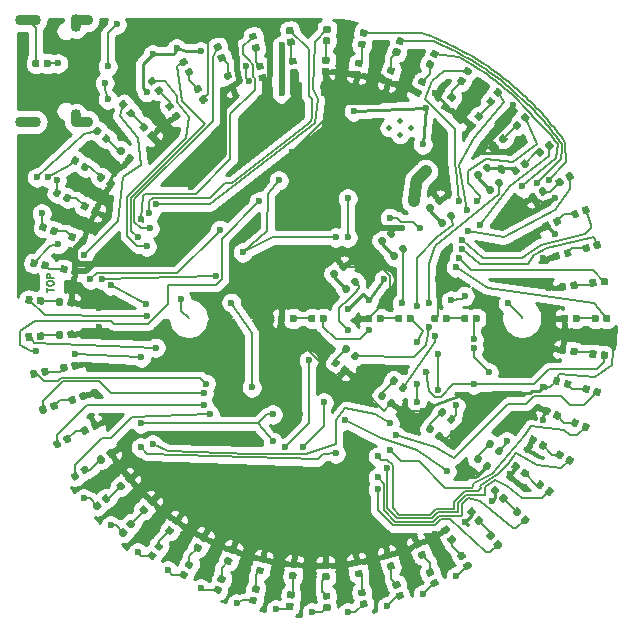
<source format=gbr>
G04 #@! TF.GenerationSoftware,KiCad,Pcbnew,5.1.5-52549c5~84~ubuntu18.04.1*
G04 #@! TF.CreationDate,2020-02-13T00:00:33+01:00*
G04 #@! TF.ProjectId,chase,63686173-652e-46b6-9963-61645f706362,rev?*
G04 #@! TF.SameCoordinates,Original*
G04 #@! TF.FileFunction,Copper,L1,Top*
G04 #@! TF.FilePolarity,Positive*
%FSLAX46Y46*%
G04 Gerber Fmt 4.6, Leading zero omitted, Abs format (unit mm)*
G04 Created by KiCad (PCBNEW 5.1.5-52549c5~84~ubuntu18.04.1) date 2020-02-13 00:00:33*
%MOMM*%
%LPD*%
G04 APERTURE LIST*
%ADD10C,0.150000*%
%ADD11C,0.100000*%
%ADD12O,2.200000X0.900000*%
%ADD13O,1.900000X0.900000*%
%ADD14O,0.900000X1.500000*%
%ADD15C,0.500000*%
%ADD16C,0.600000*%
%ADD17C,0.250000*%
%ADD18C,1.000000*%
%ADD19C,0.500000*%
%ADD20C,0.750000*%
%ADD21C,0.254000*%
G04 APERTURE END LIST*
D10*
X103850428Y-124522714D02*
X103850428Y-124179857D01*
X104450428Y-124351285D02*
X103850428Y-124351285D01*
X103850428Y-123865571D02*
X103850428Y-123751285D01*
X103879000Y-123694142D01*
X103936142Y-123637000D01*
X104050428Y-123608428D01*
X104250428Y-123608428D01*
X104364714Y-123637000D01*
X104421857Y-123694142D01*
X104450428Y-123751285D01*
X104450428Y-123865571D01*
X104421857Y-123922714D01*
X104364714Y-123979857D01*
X104250428Y-124008428D01*
X104050428Y-124008428D01*
X103936142Y-123979857D01*
X103879000Y-123922714D01*
X103850428Y-123865571D01*
X104450428Y-123351285D02*
X103850428Y-123351285D01*
X103850428Y-123122714D01*
X103879000Y-123065571D01*
X103907571Y-123037000D01*
X103964714Y-123008428D01*
X104050428Y-123008428D01*
X104107571Y-123037000D01*
X104136142Y-123065571D01*
X104164714Y-123122714D01*
X104164714Y-123351285D01*
G04 #@! TA.AperFunction,SMDPad,CuDef*
D11*
G36*
X103093958Y-104875710D02*
G01*
X103108276Y-104877834D01*
X103122317Y-104881351D01*
X103135946Y-104886228D01*
X103149031Y-104892417D01*
X103161447Y-104899858D01*
X103173073Y-104908481D01*
X103183798Y-104918202D01*
X103193519Y-104928927D01*
X103202142Y-104940553D01*
X103209583Y-104952969D01*
X103215772Y-104966054D01*
X103220649Y-104979683D01*
X103224166Y-104993724D01*
X103226290Y-105008042D01*
X103227000Y-105022500D01*
X103227000Y-105367500D01*
X103226290Y-105381958D01*
X103224166Y-105396276D01*
X103220649Y-105410317D01*
X103215772Y-105423946D01*
X103209583Y-105437031D01*
X103202142Y-105449447D01*
X103193519Y-105461073D01*
X103183798Y-105471798D01*
X103173073Y-105481519D01*
X103161447Y-105490142D01*
X103149031Y-105497583D01*
X103135946Y-105503772D01*
X103122317Y-105508649D01*
X103108276Y-105512166D01*
X103093958Y-105514290D01*
X103079500Y-105515000D01*
X102784500Y-105515000D01*
X102770042Y-105514290D01*
X102755724Y-105512166D01*
X102741683Y-105508649D01*
X102728054Y-105503772D01*
X102714969Y-105497583D01*
X102702553Y-105490142D01*
X102690927Y-105481519D01*
X102680202Y-105471798D01*
X102670481Y-105461073D01*
X102661858Y-105449447D01*
X102654417Y-105437031D01*
X102648228Y-105423946D01*
X102643351Y-105410317D01*
X102639834Y-105396276D01*
X102637710Y-105381958D01*
X102637000Y-105367500D01*
X102637000Y-105022500D01*
X102637710Y-105008042D01*
X102639834Y-104993724D01*
X102643351Y-104979683D01*
X102648228Y-104966054D01*
X102654417Y-104952969D01*
X102661858Y-104940553D01*
X102670481Y-104928927D01*
X102680202Y-104918202D01*
X102690927Y-104908481D01*
X102702553Y-104899858D01*
X102714969Y-104892417D01*
X102728054Y-104886228D01*
X102741683Y-104881351D01*
X102755724Y-104877834D01*
X102770042Y-104875710D01*
X102784500Y-104875000D01*
X103079500Y-104875000D01*
X103093958Y-104875710D01*
G37*
G04 #@! TD.AperFunction*
G04 #@! TA.AperFunction,SMDPad,CuDef*
G36*
X104063958Y-104875710D02*
G01*
X104078276Y-104877834D01*
X104092317Y-104881351D01*
X104105946Y-104886228D01*
X104119031Y-104892417D01*
X104131447Y-104899858D01*
X104143073Y-104908481D01*
X104153798Y-104918202D01*
X104163519Y-104928927D01*
X104172142Y-104940553D01*
X104179583Y-104952969D01*
X104185772Y-104966054D01*
X104190649Y-104979683D01*
X104194166Y-104993724D01*
X104196290Y-105008042D01*
X104197000Y-105022500D01*
X104197000Y-105367500D01*
X104196290Y-105381958D01*
X104194166Y-105396276D01*
X104190649Y-105410317D01*
X104185772Y-105423946D01*
X104179583Y-105437031D01*
X104172142Y-105449447D01*
X104163519Y-105461073D01*
X104153798Y-105471798D01*
X104143073Y-105481519D01*
X104131447Y-105490142D01*
X104119031Y-105497583D01*
X104105946Y-105503772D01*
X104092317Y-105508649D01*
X104078276Y-105512166D01*
X104063958Y-105514290D01*
X104049500Y-105515000D01*
X103754500Y-105515000D01*
X103740042Y-105514290D01*
X103725724Y-105512166D01*
X103711683Y-105508649D01*
X103698054Y-105503772D01*
X103684969Y-105497583D01*
X103672553Y-105490142D01*
X103660927Y-105481519D01*
X103650202Y-105471798D01*
X103640481Y-105461073D01*
X103631858Y-105449447D01*
X103624417Y-105437031D01*
X103618228Y-105423946D01*
X103613351Y-105410317D01*
X103609834Y-105396276D01*
X103607710Y-105381958D01*
X103607000Y-105367500D01*
X103607000Y-105022500D01*
X103607710Y-105008042D01*
X103609834Y-104993724D01*
X103613351Y-104979683D01*
X103618228Y-104966054D01*
X103624417Y-104952969D01*
X103631858Y-104940553D01*
X103640481Y-104928927D01*
X103650202Y-104918202D01*
X103660927Y-104908481D01*
X103672553Y-104899858D01*
X103684969Y-104892417D01*
X103698054Y-104886228D01*
X103711683Y-104881351D01*
X103725724Y-104877834D01*
X103740042Y-104875710D01*
X103754500Y-104875000D01*
X104049500Y-104875000D01*
X104063958Y-104875710D01*
G37*
G04 #@! TD.AperFunction*
G04 #@! TA.AperFunction,SMDPad,CuDef*
G36*
X149421720Y-135610580D02*
G01*
X149436056Y-135612579D01*
X149450127Y-135615973D01*
X149463799Y-135620730D01*
X149737318Y-135731239D01*
X149750456Y-135737314D01*
X149762936Y-135744647D01*
X149774638Y-135753168D01*
X149785447Y-135762795D01*
X149795261Y-135773435D01*
X149803985Y-135784985D01*
X149811535Y-135797336D01*
X149817837Y-135810366D01*
X149822833Y-135823952D01*
X149826472Y-135837962D01*
X149828721Y-135852261D01*
X149829557Y-135866712D01*
X149828973Y-135881175D01*
X149826974Y-135895511D01*
X149823580Y-135909583D01*
X149818823Y-135923253D01*
X149689584Y-136243132D01*
X149683509Y-136256271D01*
X149676176Y-136268751D01*
X149667655Y-136280452D01*
X149658029Y-136291262D01*
X149647389Y-136301076D01*
X149635838Y-136309800D01*
X149623488Y-136317350D01*
X149610457Y-136323652D01*
X149596871Y-136328648D01*
X149582861Y-136332287D01*
X149568562Y-136334536D01*
X149554111Y-136335372D01*
X149539648Y-136334788D01*
X149525312Y-136332789D01*
X149511241Y-136329395D01*
X149497569Y-136324638D01*
X149224050Y-136214129D01*
X149210912Y-136208054D01*
X149198432Y-136200721D01*
X149186730Y-136192200D01*
X149175921Y-136182573D01*
X149166107Y-136171933D01*
X149157383Y-136160383D01*
X149149833Y-136148032D01*
X149143531Y-136135002D01*
X149138535Y-136121416D01*
X149134896Y-136107406D01*
X149132647Y-136093107D01*
X149131811Y-136078656D01*
X149132395Y-136064193D01*
X149134394Y-136049857D01*
X149137788Y-136035785D01*
X149142545Y-136022115D01*
X149271784Y-135702236D01*
X149277859Y-135689097D01*
X149285192Y-135676617D01*
X149293713Y-135664916D01*
X149303339Y-135654106D01*
X149313979Y-135644292D01*
X149325530Y-135635568D01*
X149337880Y-135628018D01*
X149350911Y-135621716D01*
X149364497Y-135616720D01*
X149378507Y-135613081D01*
X149392806Y-135610832D01*
X149407257Y-135609996D01*
X149421720Y-135610580D01*
G37*
G04 #@! TD.AperFunction*
G04 #@! TA.AperFunction,SMDPad,CuDef*
G36*
X148522352Y-135247212D02*
G01*
X148536688Y-135249211D01*
X148550759Y-135252605D01*
X148564431Y-135257362D01*
X148837950Y-135367871D01*
X148851088Y-135373946D01*
X148863568Y-135381279D01*
X148875270Y-135389800D01*
X148886079Y-135399427D01*
X148895893Y-135410067D01*
X148904617Y-135421617D01*
X148912167Y-135433968D01*
X148918469Y-135446998D01*
X148923465Y-135460584D01*
X148927104Y-135474594D01*
X148929353Y-135488893D01*
X148930189Y-135503344D01*
X148929605Y-135517807D01*
X148927606Y-135532143D01*
X148924212Y-135546215D01*
X148919455Y-135559885D01*
X148790216Y-135879764D01*
X148784141Y-135892903D01*
X148776808Y-135905383D01*
X148768287Y-135917084D01*
X148758661Y-135927894D01*
X148748021Y-135937708D01*
X148736470Y-135946432D01*
X148724120Y-135953982D01*
X148711089Y-135960284D01*
X148697503Y-135965280D01*
X148683493Y-135968919D01*
X148669194Y-135971168D01*
X148654743Y-135972004D01*
X148640280Y-135971420D01*
X148625944Y-135969421D01*
X148611873Y-135966027D01*
X148598201Y-135961270D01*
X148324682Y-135850761D01*
X148311544Y-135844686D01*
X148299064Y-135837353D01*
X148287362Y-135828832D01*
X148276553Y-135819205D01*
X148266739Y-135808565D01*
X148258015Y-135797015D01*
X148250465Y-135784664D01*
X148244163Y-135771634D01*
X148239167Y-135758048D01*
X148235528Y-135744038D01*
X148233279Y-135729739D01*
X148232443Y-135715288D01*
X148233027Y-135700825D01*
X148235026Y-135686489D01*
X148238420Y-135672417D01*
X148243177Y-135658747D01*
X148372416Y-135338868D01*
X148378491Y-135325729D01*
X148385824Y-135313249D01*
X148394345Y-135301548D01*
X148403971Y-135290738D01*
X148414611Y-135280924D01*
X148426162Y-135272200D01*
X148438512Y-135264650D01*
X148451543Y-135258348D01*
X148465129Y-135253352D01*
X148479139Y-135249713D01*
X148493438Y-135247464D01*
X148507889Y-135246628D01*
X148522352Y-135247212D01*
G37*
G04 #@! TD.AperFunction*
G04 #@! TA.AperFunction,SMDPad,CuDef*
G36*
X131287958Y-126465710D02*
G01*
X131302276Y-126467834D01*
X131316317Y-126471351D01*
X131329946Y-126476228D01*
X131343031Y-126482417D01*
X131355447Y-126489858D01*
X131367073Y-126498481D01*
X131377798Y-126508202D01*
X131387519Y-126518927D01*
X131396142Y-126530553D01*
X131403583Y-126542969D01*
X131409772Y-126556054D01*
X131414649Y-126569683D01*
X131418166Y-126583724D01*
X131420290Y-126598042D01*
X131421000Y-126612500D01*
X131421000Y-126957500D01*
X131420290Y-126971958D01*
X131418166Y-126986276D01*
X131414649Y-127000317D01*
X131409772Y-127013946D01*
X131403583Y-127027031D01*
X131396142Y-127039447D01*
X131387519Y-127051073D01*
X131377798Y-127061798D01*
X131367073Y-127071519D01*
X131355447Y-127080142D01*
X131343031Y-127087583D01*
X131329946Y-127093772D01*
X131316317Y-127098649D01*
X131302276Y-127102166D01*
X131287958Y-127104290D01*
X131273500Y-127105000D01*
X130978500Y-127105000D01*
X130964042Y-127104290D01*
X130949724Y-127102166D01*
X130935683Y-127098649D01*
X130922054Y-127093772D01*
X130908969Y-127087583D01*
X130896553Y-127080142D01*
X130884927Y-127071519D01*
X130874202Y-127061798D01*
X130864481Y-127051073D01*
X130855858Y-127039447D01*
X130848417Y-127027031D01*
X130842228Y-127013946D01*
X130837351Y-127000317D01*
X130833834Y-126986276D01*
X130831710Y-126971958D01*
X130831000Y-126957500D01*
X130831000Y-126612500D01*
X130831710Y-126598042D01*
X130833834Y-126583724D01*
X130837351Y-126569683D01*
X130842228Y-126556054D01*
X130848417Y-126542969D01*
X130855858Y-126530553D01*
X130864481Y-126518927D01*
X130874202Y-126508202D01*
X130884927Y-126498481D01*
X130896553Y-126489858D01*
X130908969Y-126482417D01*
X130922054Y-126476228D01*
X130935683Y-126471351D01*
X130949724Y-126467834D01*
X130964042Y-126465710D01*
X130978500Y-126465000D01*
X131273500Y-126465000D01*
X131287958Y-126465710D01*
G37*
G04 #@! TD.AperFunction*
G04 #@! TA.AperFunction,SMDPad,CuDef*
G36*
X132257958Y-126465710D02*
G01*
X132272276Y-126467834D01*
X132286317Y-126471351D01*
X132299946Y-126476228D01*
X132313031Y-126482417D01*
X132325447Y-126489858D01*
X132337073Y-126498481D01*
X132347798Y-126508202D01*
X132357519Y-126518927D01*
X132366142Y-126530553D01*
X132373583Y-126542969D01*
X132379772Y-126556054D01*
X132384649Y-126569683D01*
X132388166Y-126583724D01*
X132390290Y-126598042D01*
X132391000Y-126612500D01*
X132391000Y-126957500D01*
X132390290Y-126971958D01*
X132388166Y-126986276D01*
X132384649Y-127000317D01*
X132379772Y-127013946D01*
X132373583Y-127027031D01*
X132366142Y-127039447D01*
X132357519Y-127051073D01*
X132347798Y-127061798D01*
X132337073Y-127071519D01*
X132325447Y-127080142D01*
X132313031Y-127087583D01*
X132299946Y-127093772D01*
X132286317Y-127098649D01*
X132272276Y-127102166D01*
X132257958Y-127104290D01*
X132243500Y-127105000D01*
X131948500Y-127105000D01*
X131934042Y-127104290D01*
X131919724Y-127102166D01*
X131905683Y-127098649D01*
X131892054Y-127093772D01*
X131878969Y-127087583D01*
X131866553Y-127080142D01*
X131854927Y-127071519D01*
X131844202Y-127061798D01*
X131834481Y-127051073D01*
X131825858Y-127039447D01*
X131818417Y-127027031D01*
X131812228Y-127013946D01*
X131807351Y-127000317D01*
X131803834Y-126986276D01*
X131801710Y-126971958D01*
X131801000Y-126957500D01*
X131801000Y-126612500D01*
X131801710Y-126598042D01*
X131803834Y-126583724D01*
X131807351Y-126569683D01*
X131812228Y-126556054D01*
X131818417Y-126542969D01*
X131825858Y-126530553D01*
X131834481Y-126518927D01*
X131844202Y-126508202D01*
X131854927Y-126498481D01*
X131866553Y-126489858D01*
X131878969Y-126482417D01*
X131892054Y-126476228D01*
X131905683Y-126471351D01*
X131919724Y-126467834D01*
X131934042Y-126465710D01*
X131948500Y-126465000D01*
X132243500Y-126465000D01*
X132257958Y-126465710D01*
G37*
G04 #@! TD.AperFunction*
G04 #@! TA.AperFunction,SMDPad,CuDef*
G36*
X136875958Y-126465710D02*
G01*
X136890276Y-126467834D01*
X136904317Y-126471351D01*
X136917946Y-126476228D01*
X136931031Y-126482417D01*
X136943447Y-126489858D01*
X136955073Y-126498481D01*
X136965798Y-126508202D01*
X136975519Y-126518927D01*
X136984142Y-126530553D01*
X136991583Y-126542969D01*
X136997772Y-126556054D01*
X137002649Y-126569683D01*
X137006166Y-126583724D01*
X137008290Y-126598042D01*
X137009000Y-126612500D01*
X137009000Y-126957500D01*
X137008290Y-126971958D01*
X137006166Y-126986276D01*
X137002649Y-127000317D01*
X136997772Y-127013946D01*
X136991583Y-127027031D01*
X136984142Y-127039447D01*
X136975519Y-127051073D01*
X136965798Y-127061798D01*
X136955073Y-127071519D01*
X136943447Y-127080142D01*
X136931031Y-127087583D01*
X136917946Y-127093772D01*
X136904317Y-127098649D01*
X136890276Y-127102166D01*
X136875958Y-127104290D01*
X136861500Y-127105000D01*
X136566500Y-127105000D01*
X136552042Y-127104290D01*
X136537724Y-127102166D01*
X136523683Y-127098649D01*
X136510054Y-127093772D01*
X136496969Y-127087583D01*
X136484553Y-127080142D01*
X136472927Y-127071519D01*
X136462202Y-127061798D01*
X136452481Y-127051073D01*
X136443858Y-127039447D01*
X136436417Y-127027031D01*
X136430228Y-127013946D01*
X136425351Y-127000317D01*
X136421834Y-126986276D01*
X136419710Y-126971958D01*
X136419000Y-126957500D01*
X136419000Y-126612500D01*
X136419710Y-126598042D01*
X136421834Y-126583724D01*
X136425351Y-126569683D01*
X136430228Y-126556054D01*
X136436417Y-126542969D01*
X136443858Y-126530553D01*
X136452481Y-126518927D01*
X136462202Y-126508202D01*
X136472927Y-126498481D01*
X136484553Y-126489858D01*
X136496969Y-126482417D01*
X136510054Y-126476228D01*
X136523683Y-126471351D01*
X136537724Y-126467834D01*
X136552042Y-126465710D01*
X136566500Y-126465000D01*
X136861500Y-126465000D01*
X136875958Y-126465710D01*
G37*
G04 #@! TD.AperFunction*
G04 #@! TA.AperFunction,SMDPad,CuDef*
G36*
X137845958Y-126465710D02*
G01*
X137860276Y-126467834D01*
X137874317Y-126471351D01*
X137887946Y-126476228D01*
X137901031Y-126482417D01*
X137913447Y-126489858D01*
X137925073Y-126498481D01*
X137935798Y-126508202D01*
X137945519Y-126518927D01*
X137954142Y-126530553D01*
X137961583Y-126542969D01*
X137967772Y-126556054D01*
X137972649Y-126569683D01*
X137976166Y-126583724D01*
X137978290Y-126598042D01*
X137979000Y-126612500D01*
X137979000Y-126957500D01*
X137978290Y-126971958D01*
X137976166Y-126986276D01*
X137972649Y-127000317D01*
X137967772Y-127013946D01*
X137961583Y-127027031D01*
X137954142Y-127039447D01*
X137945519Y-127051073D01*
X137935798Y-127061798D01*
X137925073Y-127071519D01*
X137913447Y-127080142D01*
X137901031Y-127087583D01*
X137887946Y-127093772D01*
X137874317Y-127098649D01*
X137860276Y-127102166D01*
X137845958Y-127104290D01*
X137831500Y-127105000D01*
X137536500Y-127105000D01*
X137522042Y-127104290D01*
X137507724Y-127102166D01*
X137493683Y-127098649D01*
X137480054Y-127093772D01*
X137466969Y-127087583D01*
X137454553Y-127080142D01*
X137442927Y-127071519D01*
X137432202Y-127061798D01*
X137422481Y-127051073D01*
X137413858Y-127039447D01*
X137406417Y-127027031D01*
X137400228Y-127013946D01*
X137395351Y-127000317D01*
X137391834Y-126986276D01*
X137389710Y-126971958D01*
X137389000Y-126957500D01*
X137389000Y-126612500D01*
X137389710Y-126598042D01*
X137391834Y-126583724D01*
X137395351Y-126569683D01*
X137400228Y-126556054D01*
X137406417Y-126542969D01*
X137413858Y-126530553D01*
X137422481Y-126518927D01*
X137432202Y-126508202D01*
X137442927Y-126498481D01*
X137454553Y-126489858D01*
X137466969Y-126482417D01*
X137480054Y-126476228D01*
X137493683Y-126471351D01*
X137507724Y-126467834D01*
X137522042Y-126465710D01*
X137536500Y-126465000D01*
X137831500Y-126465000D01*
X137845958Y-126465710D01*
G37*
G04 #@! TD.AperFunction*
G04 #@! TA.AperFunction,SMDPad,CuDef*
G36*
X141136714Y-138895085D02*
G01*
X141151108Y-138896614D01*
X141165283Y-138899546D01*
X141179102Y-138903854D01*
X141192433Y-138909495D01*
X141205146Y-138916416D01*
X141217119Y-138924549D01*
X141452717Y-139102084D01*
X141463836Y-139111352D01*
X141473993Y-139121665D01*
X141483090Y-139132924D01*
X141491040Y-139145021D01*
X141497766Y-139157838D01*
X141503203Y-139171253D01*
X141507299Y-139185137D01*
X141510014Y-139199355D01*
X141511323Y-139213770D01*
X141511213Y-139228245D01*
X141509684Y-139242639D01*
X141506752Y-139256814D01*
X141502444Y-139270633D01*
X141496803Y-139283963D01*
X141489882Y-139296677D01*
X141481749Y-139308651D01*
X141274123Y-139584180D01*
X141264855Y-139595299D01*
X141254542Y-139605455D01*
X141243282Y-139614553D01*
X141231186Y-139622502D01*
X141218368Y-139629228D01*
X141204953Y-139634665D01*
X141191070Y-139638761D01*
X141176852Y-139641477D01*
X141162436Y-139642785D01*
X141147962Y-139642675D01*
X141133568Y-139641146D01*
X141119393Y-139638214D01*
X141105574Y-139633906D01*
X141092243Y-139628265D01*
X141079530Y-139621344D01*
X141067557Y-139613211D01*
X140831959Y-139435676D01*
X140820840Y-139426408D01*
X140810683Y-139416095D01*
X140801586Y-139404836D01*
X140793636Y-139392739D01*
X140786910Y-139379922D01*
X140781473Y-139366507D01*
X140777377Y-139352623D01*
X140774662Y-139338405D01*
X140773353Y-139323990D01*
X140773463Y-139309515D01*
X140774992Y-139295121D01*
X140777924Y-139280946D01*
X140782232Y-139267127D01*
X140787873Y-139253797D01*
X140794794Y-139241083D01*
X140802927Y-139229109D01*
X141010553Y-138953580D01*
X141019821Y-138942461D01*
X141030134Y-138932305D01*
X141041394Y-138923207D01*
X141053490Y-138915258D01*
X141066308Y-138908532D01*
X141079723Y-138903095D01*
X141093606Y-138898999D01*
X141107824Y-138896283D01*
X141122240Y-138894975D01*
X141136714Y-138895085D01*
G37*
G04 #@! TD.AperFunction*
G04 #@! TA.AperFunction,SMDPad,CuDef*
G36*
X140362038Y-138311325D02*
G01*
X140376432Y-138312854D01*
X140390607Y-138315786D01*
X140404426Y-138320094D01*
X140417757Y-138325735D01*
X140430470Y-138332656D01*
X140442443Y-138340789D01*
X140678041Y-138518324D01*
X140689160Y-138527592D01*
X140699317Y-138537905D01*
X140708414Y-138549164D01*
X140716364Y-138561261D01*
X140723090Y-138574078D01*
X140728527Y-138587493D01*
X140732623Y-138601377D01*
X140735338Y-138615595D01*
X140736647Y-138630010D01*
X140736537Y-138644485D01*
X140735008Y-138658879D01*
X140732076Y-138673054D01*
X140727768Y-138686873D01*
X140722127Y-138700203D01*
X140715206Y-138712917D01*
X140707073Y-138724891D01*
X140499447Y-139000420D01*
X140490179Y-139011539D01*
X140479866Y-139021695D01*
X140468606Y-139030793D01*
X140456510Y-139038742D01*
X140443692Y-139045468D01*
X140430277Y-139050905D01*
X140416394Y-139055001D01*
X140402176Y-139057717D01*
X140387760Y-139059025D01*
X140373286Y-139058915D01*
X140358892Y-139057386D01*
X140344717Y-139054454D01*
X140330898Y-139050146D01*
X140317567Y-139044505D01*
X140304854Y-139037584D01*
X140292881Y-139029451D01*
X140057283Y-138851916D01*
X140046164Y-138842648D01*
X140036007Y-138832335D01*
X140026910Y-138821076D01*
X140018960Y-138808979D01*
X140012234Y-138796162D01*
X140006797Y-138782747D01*
X140002701Y-138768863D01*
X139999986Y-138754645D01*
X139998677Y-138740230D01*
X139998787Y-138725755D01*
X140000316Y-138711361D01*
X140003248Y-138697186D01*
X140007556Y-138683367D01*
X140013197Y-138670037D01*
X140020118Y-138657323D01*
X140028251Y-138645349D01*
X140235877Y-138369820D01*
X140245145Y-138358701D01*
X140255458Y-138348545D01*
X140266718Y-138339447D01*
X140278814Y-138331498D01*
X140291632Y-138324772D01*
X140305047Y-138319335D01*
X140318930Y-138315239D01*
X140333148Y-138312523D01*
X140347564Y-138311215D01*
X140362038Y-138311325D01*
G37*
G04 #@! TD.AperFunction*
G04 #@! TA.AperFunction,SMDPad,CuDef*
G36*
X137072714Y-136355085D02*
G01*
X137087108Y-136356614D01*
X137101283Y-136359546D01*
X137115102Y-136363854D01*
X137128433Y-136369495D01*
X137141146Y-136376416D01*
X137153119Y-136384549D01*
X137388717Y-136562084D01*
X137399836Y-136571352D01*
X137409993Y-136581665D01*
X137419090Y-136592924D01*
X137427040Y-136605021D01*
X137433766Y-136617838D01*
X137439203Y-136631253D01*
X137443299Y-136645137D01*
X137446014Y-136659355D01*
X137447323Y-136673770D01*
X137447213Y-136688245D01*
X137445684Y-136702639D01*
X137442752Y-136716814D01*
X137438444Y-136730633D01*
X137432803Y-136743963D01*
X137425882Y-136756677D01*
X137417749Y-136768651D01*
X137210123Y-137044180D01*
X137200855Y-137055299D01*
X137190542Y-137065455D01*
X137179282Y-137074553D01*
X137167186Y-137082502D01*
X137154368Y-137089228D01*
X137140953Y-137094665D01*
X137127070Y-137098761D01*
X137112852Y-137101477D01*
X137098436Y-137102785D01*
X137083962Y-137102675D01*
X137069568Y-137101146D01*
X137055393Y-137098214D01*
X137041574Y-137093906D01*
X137028243Y-137088265D01*
X137015530Y-137081344D01*
X137003557Y-137073211D01*
X136767959Y-136895676D01*
X136756840Y-136886408D01*
X136746683Y-136876095D01*
X136737586Y-136864836D01*
X136729636Y-136852739D01*
X136722910Y-136839922D01*
X136717473Y-136826507D01*
X136713377Y-136812623D01*
X136710662Y-136798405D01*
X136709353Y-136783990D01*
X136709463Y-136769515D01*
X136710992Y-136755121D01*
X136713924Y-136740946D01*
X136718232Y-136727127D01*
X136723873Y-136713797D01*
X136730794Y-136701083D01*
X136738927Y-136689109D01*
X136946553Y-136413580D01*
X136955821Y-136402461D01*
X136966134Y-136392305D01*
X136977394Y-136383207D01*
X136989490Y-136375258D01*
X137002308Y-136368532D01*
X137015723Y-136363095D01*
X137029606Y-136358999D01*
X137043824Y-136356283D01*
X137058240Y-136354975D01*
X137072714Y-136355085D01*
G37*
G04 #@! TD.AperFunction*
G04 #@! TA.AperFunction,SMDPad,CuDef*
G36*
X136298038Y-135771325D02*
G01*
X136312432Y-135772854D01*
X136326607Y-135775786D01*
X136340426Y-135780094D01*
X136353757Y-135785735D01*
X136366470Y-135792656D01*
X136378443Y-135800789D01*
X136614041Y-135978324D01*
X136625160Y-135987592D01*
X136635317Y-135997905D01*
X136644414Y-136009164D01*
X136652364Y-136021261D01*
X136659090Y-136034078D01*
X136664527Y-136047493D01*
X136668623Y-136061377D01*
X136671338Y-136075595D01*
X136672647Y-136090010D01*
X136672537Y-136104485D01*
X136671008Y-136118879D01*
X136668076Y-136133054D01*
X136663768Y-136146873D01*
X136658127Y-136160203D01*
X136651206Y-136172917D01*
X136643073Y-136184891D01*
X136435447Y-136460420D01*
X136426179Y-136471539D01*
X136415866Y-136481695D01*
X136404606Y-136490793D01*
X136392510Y-136498742D01*
X136379692Y-136505468D01*
X136366277Y-136510905D01*
X136352394Y-136515001D01*
X136338176Y-136517717D01*
X136323760Y-136519025D01*
X136309286Y-136518915D01*
X136294892Y-136517386D01*
X136280717Y-136514454D01*
X136266898Y-136510146D01*
X136253567Y-136504505D01*
X136240854Y-136497584D01*
X136228881Y-136489451D01*
X135993283Y-136311916D01*
X135982164Y-136302648D01*
X135972007Y-136292335D01*
X135962910Y-136281076D01*
X135954960Y-136268979D01*
X135948234Y-136256162D01*
X135942797Y-136242747D01*
X135938701Y-136228863D01*
X135935986Y-136214645D01*
X135934677Y-136200230D01*
X135934787Y-136185755D01*
X135936316Y-136171361D01*
X135939248Y-136157186D01*
X135943556Y-136143367D01*
X135949197Y-136130037D01*
X135956118Y-136117323D01*
X135964251Y-136105349D01*
X136171877Y-135829820D01*
X136181145Y-135818701D01*
X136191458Y-135808545D01*
X136202718Y-135799447D01*
X136214814Y-135791498D01*
X136227632Y-135784772D01*
X136241047Y-135779335D01*
X136254930Y-135775239D01*
X136269148Y-135772523D01*
X136283564Y-135771215D01*
X136298038Y-135771325D01*
G37*
G04 #@! TD.AperFunction*
G04 #@! TA.AperFunction,SMDPad,CuDef*
G36*
X133008714Y-133561085D02*
G01*
X133023108Y-133562614D01*
X133037283Y-133565546D01*
X133051102Y-133569854D01*
X133064433Y-133575495D01*
X133077146Y-133582416D01*
X133089119Y-133590549D01*
X133324717Y-133768084D01*
X133335836Y-133777352D01*
X133345993Y-133787665D01*
X133355090Y-133798924D01*
X133363040Y-133811021D01*
X133369766Y-133823838D01*
X133375203Y-133837253D01*
X133379299Y-133851137D01*
X133382014Y-133865355D01*
X133383323Y-133879770D01*
X133383213Y-133894245D01*
X133381684Y-133908639D01*
X133378752Y-133922814D01*
X133374444Y-133936633D01*
X133368803Y-133949963D01*
X133361882Y-133962677D01*
X133353749Y-133974651D01*
X133146123Y-134250180D01*
X133136855Y-134261299D01*
X133126542Y-134271455D01*
X133115282Y-134280553D01*
X133103186Y-134288502D01*
X133090368Y-134295228D01*
X133076953Y-134300665D01*
X133063070Y-134304761D01*
X133048852Y-134307477D01*
X133034436Y-134308785D01*
X133019962Y-134308675D01*
X133005568Y-134307146D01*
X132991393Y-134304214D01*
X132977574Y-134299906D01*
X132964243Y-134294265D01*
X132951530Y-134287344D01*
X132939557Y-134279211D01*
X132703959Y-134101676D01*
X132692840Y-134092408D01*
X132682683Y-134082095D01*
X132673586Y-134070836D01*
X132665636Y-134058739D01*
X132658910Y-134045922D01*
X132653473Y-134032507D01*
X132649377Y-134018623D01*
X132646662Y-134004405D01*
X132645353Y-133989990D01*
X132645463Y-133975515D01*
X132646992Y-133961121D01*
X132649924Y-133946946D01*
X132654232Y-133933127D01*
X132659873Y-133919797D01*
X132666794Y-133907083D01*
X132674927Y-133895109D01*
X132882553Y-133619580D01*
X132891821Y-133608461D01*
X132902134Y-133598305D01*
X132913394Y-133589207D01*
X132925490Y-133581258D01*
X132938308Y-133574532D01*
X132951723Y-133569095D01*
X132965606Y-133564999D01*
X132979824Y-133562283D01*
X132994240Y-133560975D01*
X133008714Y-133561085D01*
G37*
G04 #@! TD.AperFunction*
G04 #@! TA.AperFunction,SMDPad,CuDef*
G36*
X132234038Y-132977325D02*
G01*
X132248432Y-132978854D01*
X132262607Y-132981786D01*
X132276426Y-132986094D01*
X132289757Y-132991735D01*
X132302470Y-132998656D01*
X132314443Y-133006789D01*
X132550041Y-133184324D01*
X132561160Y-133193592D01*
X132571317Y-133203905D01*
X132580414Y-133215164D01*
X132588364Y-133227261D01*
X132595090Y-133240078D01*
X132600527Y-133253493D01*
X132604623Y-133267377D01*
X132607338Y-133281595D01*
X132608647Y-133296010D01*
X132608537Y-133310485D01*
X132607008Y-133324879D01*
X132604076Y-133339054D01*
X132599768Y-133352873D01*
X132594127Y-133366203D01*
X132587206Y-133378917D01*
X132579073Y-133390891D01*
X132371447Y-133666420D01*
X132362179Y-133677539D01*
X132351866Y-133687695D01*
X132340606Y-133696793D01*
X132328510Y-133704742D01*
X132315692Y-133711468D01*
X132302277Y-133716905D01*
X132288394Y-133721001D01*
X132274176Y-133723717D01*
X132259760Y-133725025D01*
X132245286Y-133724915D01*
X132230892Y-133723386D01*
X132216717Y-133720454D01*
X132202898Y-133716146D01*
X132189567Y-133710505D01*
X132176854Y-133703584D01*
X132164881Y-133695451D01*
X131929283Y-133517916D01*
X131918164Y-133508648D01*
X131908007Y-133498335D01*
X131898910Y-133487076D01*
X131890960Y-133474979D01*
X131884234Y-133462162D01*
X131878797Y-133448747D01*
X131874701Y-133434863D01*
X131871986Y-133420645D01*
X131870677Y-133406230D01*
X131870787Y-133391755D01*
X131872316Y-133377361D01*
X131875248Y-133363186D01*
X131879556Y-133349367D01*
X131885197Y-133336037D01*
X131892118Y-133323323D01*
X131900251Y-133311349D01*
X132107877Y-133035820D01*
X132117145Y-133024701D01*
X132127458Y-133014545D01*
X132138718Y-133005447D01*
X132150814Y-132997498D01*
X132163632Y-132990772D01*
X132177047Y-132985335D01*
X132190930Y-132981239D01*
X132205148Y-132978523D01*
X132219564Y-132977215D01*
X132234038Y-132977325D01*
G37*
G04 #@! TD.AperFunction*
G04 #@! TA.AperFunction,SMDPad,CuDef*
G36*
X129079714Y-130767085D02*
G01*
X129094108Y-130768614D01*
X129108283Y-130771546D01*
X129122102Y-130775854D01*
X129135433Y-130781495D01*
X129148146Y-130788416D01*
X129160119Y-130796549D01*
X129395717Y-130974084D01*
X129406836Y-130983352D01*
X129416993Y-130993665D01*
X129426090Y-131004924D01*
X129434040Y-131017021D01*
X129440766Y-131029838D01*
X129446203Y-131043253D01*
X129450299Y-131057137D01*
X129453014Y-131071355D01*
X129454323Y-131085770D01*
X129454213Y-131100245D01*
X129452684Y-131114639D01*
X129449752Y-131128814D01*
X129445444Y-131142633D01*
X129439803Y-131155963D01*
X129432882Y-131168677D01*
X129424749Y-131180651D01*
X129217123Y-131456180D01*
X129207855Y-131467299D01*
X129197542Y-131477455D01*
X129186282Y-131486553D01*
X129174186Y-131494502D01*
X129161368Y-131501228D01*
X129147953Y-131506665D01*
X129134070Y-131510761D01*
X129119852Y-131513477D01*
X129105436Y-131514785D01*
X129090962Y-131514675D01*
X129076568Y-131513146D01*
X129062393Y-131510214D01*
X129048574Y-131505906D01*
X129035243Y-131500265D01*
X129022530Y-131493344D01*
X129010557Y-131485211D01*
X128774959Y-131307676D01*
X128763840Y-131298408D01*
X128753683Y-131288095D01*
X128744586Y-131276836D01*
X128736636Y-131264739D01*
X128729910Y-131251922D01*
X128724473Y-131238507D01*
X128720377Y-131224623D01*
X128717662Y-131210405D01*
X128716353Y-131195990D01*
X128716463Y-131181515D01*
X128717992Y-131167121D01*
X128720924Y-131152946D01*
X128725232Y-131139127D01*
X128730873Y-131125797D01*
X128737794Y-131113083D01*
X128745927Y-131101109D01*
X128953553Y-130825580D01*
X128962821Y-130814461D01*
X128973134Y-130804305D01*
X128984394Y-130795207D01*
X128996490Y-130787258D01*
X129009308Y-130780532D01*
X129022723Y-130775095D01*
X129036606Y-130770999D01*
X129050824Y-130768283D01*
X129065240Y-130766975D01*
X129079714Y-130767085D01*
G37*
G04 #@! TD.AperFunction*
G04 #@! TA.AperFunction,SMDPad,CuDef*
G36*
X128305038Y-130183325D02*
G01*
X128319432Y-130184854D01*
X128333607Y-130187786D01*
X128347426Y-130192094D01*
X128360757Y-130197735D01*
X128373470Y-130204656D01*
X128385443Y-130212789D01*
X128621041Y-130390324D01*
X128632160Y-130399592D01*
X128642317Y-130409905D01*
X128651414Y-130421164D01*
X128659364Y-130433261D01*
X128666090Y-130446078D01*
X128671527Y-130459493D01*
X128675623Y-130473377D01*
X128678338Y-130487595D01*
X128679647Y-130502010D01*
X128679537Y-130516485D01*
X128678008Y-130530879D01*
X128675076Y-130545054D01*
X128670768Y-130558873D01*
X128665127Y-130572203D01*
X128658206Y-130584917D01*
X128650073Y-130596891D01*
X128442447Y-130872420D01*
X128433179Y-130883539D01*
X128422866Y-130893695D01*
X128411606Y-130902793D01*
X128399510Y-130910742D01*
X128386692Y-130917468D01*
X128373277Y-130922905D01*
X128359394Y-130927001D01*
X128345176Y-130929717D01*
X128330760Y-130931025D01*
X128316286Y-130930915D01*
X128301892Y-130929386D01*
X128287717Y-130926454D01*
X128273898Y-130922146D01*
X128260567Y-130916505D01*
X128247854Y-130909584D01*
X128235881Y-130901451D01*
X128000283Y-130723916D01*
X127989164Y-130714648D01*
X127979007Y-130704335D01*
X127969910Y-130693076D01*
X127961960Y-130680979D01*
X127955234Y-130668162D01*
X127949797Y-130654747D01*
X127945701Y-130640863D01*
X127942986Y-130626645D01*
X127941677Y-130612230D01*
X127941787Y-130597755D01*
X127943316Y-130583361D01*
X127946248Y-130569186D01*
X127950556Y-130555367D01*
X127956197Y-130542037D01*
X127963118Y-130529323D01*
X127971251Y-130517349D01*
X128178877Y-130241820D01*
X128188145Y-130230701D01*
X128198458Y-130220545D01*
X128209718Y-130211447D01*
X128221814Y-130203498D01*
X128234632Y-130196772D01*
X128248047Y-130191335D01*
X128261930Y-130187239D01*
X128276148Y-130184523D01*
X128290564Y-130183215D01*
X128305038Y-130183325D01*
G37*
G04 #@! TD.AperFunction*
G04 #@! TA.AperFunction,SMDPad,CuDef*
G36*
X123921958Y-126465710D02*
G01*
X123936276Y-126467834D01*
X123950317Y-126471351D01*
X123963946Y-126476228D01*
X123977031Y-126482417D01*
X123989447Y-126489858D01*
X124001073Y-126498481D01*
X124011798Y-126508202D01*
X124021519Y-126518927D01*
X124030142Y-126530553D01*
X124037583Y-126542969D01*
X124043772Y-126556054D01*
X124048649Y-126569683D01*
X124052166Y-126583724D01*
X124054290Y-126598042D01*
X124055000Y-126612500D01*
X124055000Y-126957500D01*
X124054290Y-126971958D01*
X124052166Y-126986276D01*
X124048649Y-127000317D01*
X124043772Y-127013946D01*
X124037583Y-127027031D01*
X124030142Y-127039447D01*
X124021519Y-127051073D01*
X124011798Y-127061798D01*
X124001073Y-127071519D01*
X123989447Y-127080142D01*
X123977031Y-127087583D01*
X123963946Y-127093772D01*
X123950317Y-127098649D01*
X123936276Y-127102166D01*
X123921958Y-127104290D01*
X123907500Y-127105000D01*
X123612500Y-127105000D01*
X123598042Y-127104290D01*
X123583724Y-127102166D01*
X123569683Y-127098649D01*
X123556054Y-127093772D01*
X123542969Y-127087583D01*
X123530553Y-127080142D01*
X123518927Y-127071519D01*
X123508202Y-127061798D01*
X123498481Y-127051073D01*
X123489858Y-127039447D01*
X123482417Y-127027031D01*
X123476228Y-127013946D01*
X123471351Y-127000317D01*
X123467834Y-126986276D01*
X123465710Y-126971958D01*
X123465000Y-126957500D01*
X123465000Y-126612500D01*
X123465710Y-126598042D01*
X123467834Y-126583724D01*
X123471351Y-126569683D01*
X123476228Y-126556054D01*
X123482417Y-126542969D01*
X123489858Y-126530553D01*
X123498481Y-126518927D01*
X123508202Y-126508202D01*
X123518927Y-126498481D01*
X123530553Y-126489858D01*
X123542969Y-126482417D01*
X123556054Y-126476228D01*
X123569683Y-126471351D01*
X123583724Y-126467834D01*
X123598042Y-126465710D01*
X123612500Y-126465000D01*
X123907500Y-126465000D01*
X123921958Y-126465710D01*
G37*
G04 #@! TD.AperFunction*
G04 #@! TA.AperFunction,SMDPad,CuDef*
G36*
X124891958Y-126465710D02*
G01*
X124906276Y-126467834D01*
X124920317Y-126471351D01*
X124933946Y-126476228D01*
X124947031Y-126482417D01*
X124959447Y-126489858D01*
X124971073Y-126498481D01*
X124981798Y-126508202D01*
X124991519Y-126518927D01*
X125000142Y-126530553D01*
X125007583Y-126542969D01*
X125013772Y-126556054D01*
X125018649Y-126569683D01*
X125022166Y-126583724D01*
X125024290Y-126598042D01*
X125025000Y-126612500D01*
X125025000Y-126957500D01*
X125024290Y-126971958D01*
X125022166Y-126986276D01*
X125018649Y-127000317D01*
X125013772Y-127013946D01*
X125007583Y-127027031D01*
X125000142Y-127039447D01*
X124991519Y-127051073D01*
X124981798Y-127061798D01*
X124971073Y-127071519D01*
X124959447Y-127080142D01*
X124947031Y-127087583D01*
X124933946Y-127093772D01*
X124920317Y-127098649D01*
X124906276Y-127102166D01*
X124891958Y-127104290D01*
X124877500Y-127105000D01*
X124582500Y-127105000D01*
X124568042Y-127104290D01*
X124553724Y-127102166D01*
X124539683Y-127098649D01*
X124526054Y-127093772D01*
X124512969Y-127087583D01*
X124500553Y-127080142D01*
X124488927Y-127071519D01*
X124478202Y-127061798D01*
X124468481Y-127051073D01*
X124459858Y-127039447D01*
X124452417Y-127027031D01*
X124446228Y-127013946D01*
X124441351Y-127000317D01*
X124437834Y-126986276D01*
X124435710Y-126971958D01*
X124435000Y-126957500D01*
X124435000Y-126612500D01*
X124435710Y-126598042D01*
X124437834Y-126583724D01*
X124441351Y-126569683D01*
X124446228Y-126556054D01*
X124452417Y-126542969D01*
X124459858Y-126530553D01*
X124468481Y-126518927D01*
X124478202Y-126508202D01*
X124488927Y-126498481D01*
X124500553Y-126489858D01*
X124512969Y-126482417D01*
X124526054Y-126476228D01*
X124539683Y-126471351D01*
X124553724Y-126467834D01*
X124568042Y-126465710D01*
X124582500Y-126465000D01*
X124877500Y-126465000D01*
X124891958Y-126465710D01*
G37*
G04 #@! TD.AperFunction*
G04 #@! TA.AperFunction,SMDPad,CuDef*
G36*
X128984852Y-122056524D02*
G01*
X128999070Y-122059239D01*
X129012954Y-122063335D01*
X129026369Y-122068772D01*
X129039186Y-122075498D01*
X129051283Y-122083448D01*
X129062542Y-122092545D01*
X129072855Y-122102702D01*
X129082123Y-122113820D01*
X129289749Y-122389349D01*
X129297882Y-122401323D01*
X129304803Y-122414036D01*
X129310444Y-122427367D01*
X129314752Y-122441186D01*
X129317684Y-122455361D01*
X129319213Y-122469755D01*
X129319323Y-122484229D01*
X129318015Y-122498645D01*
X129315299Y-122512863D01*
X129311203Y-122526746D01*
X129305766Y-122540161D01*
X129299040Y-122552979D01*
X129291091Y-122565075D01*
X129281993Y-122576335D01*
X129271837Y-122586648D01*
X129260717Y-122595916D01*
X129025119Y-122773451D01*
X129013146Y-122781584D01*
X129000432Y-122788505D01*
X128987102Y-122794146D01*
X128973283Y-122798454D01*
X128959108Y-122801386D01*
X128944714Y-122802915D01*
X128930239Y-122803025D01*
X128915824Y-122801716D01*
X128901606Y-122799001D01*
X128887722Y-122794905D01*
X128874307Y-122789468D01*
X128861490Y-122782742D01*
X128849393Y-122774792D01*
X128838134Y-122765695D01*
X128827821Y-122755538D01*
X128818553Y-122744420D01*
X128610927Y-122468891D01*
X128602794Y-122456917D01*
X128595873Y-122444204D01*
X128590232Y-122430873D01*
X128585924Y-122417054D01*
X128582992Y-122402879D01*
X128581463Y-122388485D01*
X128581353Y-122374011D01*
X128582661Y-122359595D01*
X128585377Y-122345377D01*
X128589473Y-122331494D01*
X128594910Y-122318079D01*
X128601636Y-122305261D01*
X128609585Y-122293165D01*
X128618683Y-122281905D01*
X128628839Y-122271592D01*
X128639959Y-122262324D01*
X128875557Y-122084789D01*
X128887530Y-122076656D01*
X128900244Y-122069735D01*
X128913574Y-122064094D01*
X128927393Y-122059786D01*
X128941568Y-122056854D01*
X128955962Y-122055325D01*
X128970437Y-122055215D01*
X128984852Y-122056524D01*
G37*
G04 #@! TD.AperFunction*
G04 #@! TA.AperFunction,SMDPad,CuDef*
G36*
X128210176Y-122640284D02*
G01*
X128224394Y-122642999D01*
X128238278Y-122647095D01*
X128251693Y-122652532D01*
X128264510Y-122659258D01*
X128276607Y-122667208D01*
X128287866Y-122676305D01*
X128298179Y-122686462D01*
X128307447Y-122697580D01*
X128515073Y-122973109D01*
X128523206Y-122985083D01*
X128530127Y-122997796D01*
X128535768Y-123011127D01*
X128540076Y-123024946D01*
X128543008Y-123039121D01*
X128544537Y-123053515D01*
X128544647Y-123067989D01*
X128543339Y-123082405D01*
X128540623Y-123096623D01*
X128536527Y-123110506D01*
X128531090Y-123123921D01*
X128524364Y-123136739D01*
X128516415Y-123148835D01*
X128507317Y-123160095D01*
X128497161Y-123170408D01*
X128486041Y-123179676D01*
X128250443Y-123357211D01*
X128238470Y-123365344D01*
X128225756Y-123372265D01*
X128212426Y-123377906D01*
X128198607Y-123382214D01*
X128184432Y-123385146D01*
X128170038Y-123386675D01*
X128155563Y-123386785D01*
X128141148Y-123385476D01*
X128126930Y-123382761D01*
X128113046Y-123378665D01*
X128099631Y-123373228D01*
X128086814Y-123366502D01*
X128074717Y-123358552D01*
X128063458Y-123349455D01*
X128053145Y-123339298D01*
X128043877Y-123328180D01*
X127836251Y-123052651D01*
X127828118Y-123040677D01*
X127821197Y-123027964D01*
X127815556Y-123014633D01*
X127811248Y-123000814D01*
X127808316Y-122986639D01*
X127806787Y-122972245D01*
X127806677Y-122957771D01*
X127807985Y-122943355D01*
X127810701Y-122929137D01*
X127814797Y-122915254D01*
X127820234Y-122901839D01*
X127826960Y-122889021D01*
X127834909Y-122876925D01*
X127844007Y-122865665D01*
X127854163Y-122855352D01*
X127865283Y-122846084D01*
X128100881Y-122668549D01*
X128112854Y-122660416D01*
X128125568Y-122653495D01*
X128138898Y-122647854D01*
X128152717Y-122643546D01*
X128166892Y-122640614D01*
X128181286Y-122639085D01*
X128195761Y-122638975D01*
X128210176Y-122640284D01*
G37*
G04 #@! TD.AperFunction*
G04 #@! TA.AperFunction,SMDPad,CuDef*
G36*
X133048852Y-119262524D02*
G01*
X133063070Y-119265239D01*
X133076954Y-119269335D01*
X133090369Y-119274772D01*
X133103186Y-119281498D01*
X133115283Y-119289448D01*
X133126542Y-119298545D01*
X133136855Y-119308702D01*
X133146123Y-119319820D01*
X133353749Y-119595349D01*
X133361882Y-119607323D01*
X133368803Y-119620036D01*
X133374444Y-119633367D01*
X133378752Y-119647186D01*
X133381684Y-119661361D01*
X133383213Y-119675755D01*
X133383323Y-119690229D01*
X133382015Y-119704645D01*
X133379299Y-119718863D01*
X133375203Y-119732746D01*
X133369766Y-119746161D01*
X133363040Y-119758979D01*
X133355091Y-119771075D01*
X133345993Y-119782335D01*
X133335837Y-119792648D01*
X133324717Y-119801916D01*
X133089119Y-119979451D01*
X133077146Y-119987584D01*
X133064432Y-119994505D01*
X133051102Y-120000146D01*
X133037283Y-120004454D01*
X133023108Y-120007386D01*
X133008714Y-120008915D01*
X132994239Y-120009025D01*
X132979824Y-120007716D01*
X132965606Y-120005001D01*
X132951722Y-120000905D01*
X132938307Y-119995468D01*
X132925490Y-119988742D01*
X132913393Y-119980792D01*
X132902134Y-119971695D01*
X132891821Y-119961538D01*
X132882553Y-119950420D01*
X132674927Y-119674891D01*
X132666794Y-119662917D01*
X132659873Y-119650204D01*
X132654232Y-119636873D01*
X132649924Y-119623054D01*
X132646992Y-119608879D01*
X132645463Y-119594485D01*
X132645353Y-119580011D01*
X132646661Y-119565595D01*
X132649377Y-119551377D01*
X132653473Y-119537494D01*
X132658910Y-119524079D01*
X132665636Y-119511261D01*
X132673585Y-119499165D01*
X132682683Y-119487905D01*
X132692839Y-119477592D01*
X132703959Y-119468324D01*
X132939557Y-119290789D01*
X132951530Y-119282656D01*
X132964244Y-119275735D01*
X132977574Y-119270094D01*
X132991393Y-119265786D01*
X133005568Y-119262854D01*
X133019962Y-119261325D01*
X133034437Y-119261215D01*
X133048852Y-119262524D01*
G37*
G04 #@! TD.AperFunction*
G04 #@! TA.AperFunction,SMDPad,CuDef*
G36*
X132274176Y-119846284D02*
G01*
X132288394Y-119848999D01*
X132302278Y-119853095D01*
X132315693Y-119858532D01*
X132328510Y-119865258D01*
X132340607Y-119873208D01*
X132351866Y-119882305D01*
X132362179Y-119892462D01*
X132371447Y-119903580D01*
X132579073Y-120179109D01*
X132587206Y-120191083D01*
X132594127Y-120203796D01*
X132599768Y-120217127D01*
X132604076Y-120230946D01*
X132607008Y-120245121D01*
X132608537Y-120259515D01*
X132608647Y-120273989D01*
X132607339Y-120288405D01*
X132604623Y-120302623D01*
X132600527Y-120316506D01*
X132595090Y-120329921D01*
X132588364Y-120342739D01*
X132580415Y-120354835D01*
X132571317Y-120366095D01*
X132561161Y-120376408D01*
X132550041Y-120385676D01*
X132314443Y-120563211D01*
X132302470Y-120571344D01*
X132289756Y-120578265D01*
X132276426Y-120583906D01*
X132262607Y-120588214D01*
X132248432Y-120591146D01*
X132234038Y-120592675D01*
X132219563Y-120592785D01*
X132205148Y-120591476D01*
X132190930Y-120588761D01*
X132177046Y-120584665D01*
X132163631Y-120579228D01*
X132150814Y-120572502D01*
X132138717Y-120564552D01*
X132127458Y-120555455D01*
X132117145Y-120545298D01*
X132107877Y-120534180D01*
X131900251Y-120258651D01*
X131892118Y-120246677D01*
X131885197Y-120233964D01*
X131879556Y-120220633D01*
X131875248Y-120206814D01*
X131872316Y-120192639D01*
X131870787Y-120178245D01*
X131870677Y-120163771D01*
X131871985Y-120149355D01*
X131874701Y-120135137D01*
X131878797Y-120121254D01*
X131884234Y-120107839D01*
X131890960Y-120095021D01*
X131898909Y-120082925D01*
X131908007Y-120071665D01*
X131918163Y-120061352D01*
X131929283Y-120052084D01*
X132164881Y-119874549D01*
X132176854Y-119866416D01*
X132189568Y-119859495D01*
X132202898Y-119853854D01*
X132216717Y-119849546D01*
X132230892Y-119846614D01*
X132245286Y-119845085D01*
X132259761Y-119844975D01*
X132274176Y-119846284D01*
G37*
G04 #@! TD.AperFunction*
G04 #@! TA.AperFunction,SMDPad,CuDef*
G36*
X137112852Y-116468524D02*
G01*
X137127070Y-116471239D01*
X137140954Y-116475335D01*
X137154369Y-116480772D01*
X137167186Y-116487498D01*
X137179283Y-116495448D01*
X137190542Y-116504545D01*
X137200855Y-116514702D01*
X137210123Y-116525820D01*
X137417749Y-116801349D01*
X137425882Y-116813323D01*
X137432803Y-116826036D01*
X137438444Y-116839367D01*
X137442752Y-116853186D01*
X137445684Y-116867361D01*
X137447213Y-116881755D01*
X137447323Y-116896229D01*
X137446015Y-116910645D01*
X137443299Y-116924863D01*
X137439203Y-116938746D01*
X137433766Y-116952161D01*
X137427040Y-116964979D01*
X137419091Y-116977075D01*
X137409993Y-116988335D01*
X137399837Y-116998648D01*
X137388717Y-117007916D01*
X137153119Y-117185451D01*
X137141146Y-117193584D01*
X137128432Y-117200505D01*
X137115102Y-117206146D01*
X137101283Y-117210454D01*
X137087108Y-117213386D01*
X137072714Y-117214915D01*
X137058239Y-117215025D01*
X137043824Y-117213716D01*
X137029606Y-117211001D01*
X137015722Y-117206905D01*
X137002307Y-117201468D01*
X136989490Y-117194742D01*
X136977393Y-117186792D01*
X136966134Y-117177695D01*
X136955821Y-117167538D01*
X136946553Y-117156420D01*
X136738927Y-116880891D01*
X136730794Y-116868917D01*
X136723873Y-116856204D01*
X136718232Y-116842873D01*
X136713924Y-116829054D01*
X136710992Y-116814879D01*
X136709463Y-116800485D01*
X136709353Y-116786011D01*
X136710661Y-116771595D01*
X136713377Y-116757377D01*
X136717473Y-116743494D01*
X136722910Y-116730079D01*
X136729636Y-116717261D01*
X136737585Y-116705165D01*
X136746683Y-116693905D01*
X136756839Y-116683592D01*
X136767959Y-116674324D01*
X137003557Y-116496789D01*
X137015530Y-116488656D01*
X137028244Y-116481735D01*
X137041574Y-116476094D01*
X137055393Y-116471786D01*
X137069568Y-116468854D01*
X137083962Y-116467325D01*
X137098437Y-116467215D01*
X137112852Y-116468524D01*
G37*
G04 #@! TD.AperFunction*
G04 #@! TA.AperFunction,SMDPad,CuDef*
G36*
X136338176Y-117052284D02*
G01*
X136352394Y-117054999D01*
X136366278Y-117059095D01*
X136379693Y-117064532D01*
X136392510Y-117071258D01*
X136404607Y-117079208D01*
X136415866Y-117088305D01*
X136426179Y-117098462D01*
X136435447Y-117109580D01*
X136643073Y-117385109D01*
X136651206Y-117397083D01*
X136658127Y-117409796D01*
X136663768Y-117423127D01*
X136668076Y-117436946D01*
X136671008Y-117451121D01*
X136672537Y-117465515D01*
X136672647Y-117479989D01*
X136671339Y-117494405D01*
X136668623Y-117508623D01*
X136664527Y-117522506D01*
X136659090Y-117535921D01*
X136652364Y-117548739D01*
X136644415Y-117560835D01*
X136635317Y-117572095D01*
X136625161Y-117582408D01*
X136614041Y-117591676D01*
X136378443Y-117769211D01*
X136366470Y-117777344D01*
X136353756Y-117784265D01*
X136340426Y-117789906D01*
X136326607Y-117794214D01*
X136312432Y-117797146D01*
X136298038Y-117798675D01*
X136283563Y-117798785D01*
X136269148Y-117797476D01*
X136254930Y-117794761D01*
X136241046Y-117790665D01*
X136227631Y-117785228D01*
X136214814Y-117778502D01*
X136202717Y-117770552D01*
X136191458Y-117761455D01*
X136181145Y-117751298D01*
X136171877Y-117740180D01*
X135964251Y-117464651D01*
X135956118Y-117452677D01*
X135949197Y-117439964D01*
X135943556Y-117426633D01*
X135939248Y-117412814D01*
X135936316Y-117398639D01*
X135934787Y-117384245D01*
X135934677Y-117369771D01*
X135935985Y-117355355D01*
X135938701Y-117341137D01*
X135942797Y-117327254D01*
X135948234Y-117313839D01*
X135954960Y-117301021D01*
X135962909Y-117288925D01*
X135972007Y-117277665D01*
X135982163Y-117267352D01*
X135993283Y-117258084D01*
X136228881Y-117080549D01*
X136240854Y-117072416D01*
X136253568Y-117065495D01*
X136266898Y-117059854D01*
X136280717Y-117055546D01*
X136294892Y-117052614D01*
X136309286Y-117051085D01*
X136323761Y-117050975D01*
X136338176Y-117052284D01*
G37*
G04 #@! TD.AperFunction*
G04 #@! TA.AperFunction,SMDPad,CuDef*
G36*
X141176852Y-113674524D02*
G01*
X141191070Y-113677239D01*
X141204954Y-113681335D01*
X141218369Y-113686772D01*
X141231186Y-113693498D01*
X141243283Y-113701448D01*
X141254542Y-113710545D01*
X141264855Y-113720702D01*
X141274123Y-113731820D01*
X141481749Y-114007349D01*
X141489882Y-114019323D01*
X141496803Y-114032036D01*
X141502444Y-114045367D01*
X141506752Y-114059186D01*
X141509684Y-114073361D01*
X141511213Y-114087755D01*
X141511323Y-114102229D01*
X141510015Y-114116645D01*
X141507299Y-114130863D01*
X141503203Y-114144746D01*
X141497766Y-114158161D01*
X141491040Y-114170979D01*
X141483091Y-114183075D01*
X141473993Y-114194335D01*
X141463837Y-114204648D01*
X141452717Y-114213916D01*
X141217119Y-114391451D01*
X141205146Y-114399584D01*
X141192432Y-114406505D01*
X141179102Y-114412146D01*
X141165283Y-114416454D01*
X141151108Y-114419386D01*
X141136714Y-114420915D01*
X141122239Y-114421025D01*
X141107824Y-114419716D01*
X141093606Y-114417001D01*
X141079722Y-114412905D01*
X141066307Y-114407468D01*
X141053490Y-114400742D01*
X141041393Y-114392792D01*
X141030134Y-114383695D01*
X141019821Y-114373538D01*
X141010553Y-114362420D01*
X140802927Y-114086891D01*
X140794794Y-114074917D01*
X140787873Y-114062204D01*
X140782232Y-114048873D01*
X140777924Y-114035054D01*
X140774992Y-114020879D01*
X140773463Y-114006485D01*
X140773353Y-113992011D01*
X140774661Y-113977595D01*
X140777377Y-113963377D01*
X140781473Y-113949494D01*
X140786910Y-113936079D01*
X140793636Y-113923261D01*
X140801585Y-113911165D01*
X140810683Y-113899905D01*
X140820839Y-113889592D01*
X140831959Y-113880324D01*
X141067557Y-113702789D01*
X141079530Y-113694656D01*
X141092244Y-113687735D01*
X141105574Y-113682094D01*
X141119393Y-113677786D01*
X141133568Y-113674854D01*
X141147962Y-113673325D01*
X141162437Y-113673215D01*
X141176852Y-113674524D01*
G37*
G04 #@! TD.AperFunction*
G04 #@! TA.AperFunction,SMDPad,CuDef*
G36*
X140402176Y-114258284D02*
G01*
X140416394Y-114260999D01*
X140430278Y-114265095D01*
X140443693Y-114270532D01*
X140456510Y-114277258D01*
X140468607Y-114285208D01*
X140479866Y-114294305D01*
X140490179Y-114304462D01*
X140499447Y-114315580D01*
X140707073Y-114591109D01*
X140715206Y-114603083D01*
X140722127Y-114615796D01*
X140727768Y-114629127D01*
X140732076Y-114642946D01*
X140735008Y-114657121D01*
X140736537Y-114671515D01*
X140736647Y-114685989D01*
X140735339Y-114700405D01*
X140732623Y-114714623D01*
X140728527Y-114728506D01*
X140723090Y-114741921D01*
X140716364Y-114754739D01*
X140708415Y-114766835D01*
X140699317Y-114778095D01*
X140689161Y-114788408D01*
X140678041Y-114797676D01*
X140442443Y-114975211D01*
X140430470Y-114983344D01*
X140417756Y-114990265D01*
X140404426Y-114995906D01*
X140390607Y-115000214D01*
X140376432Y-115003146D01*
X140362038Y-115004675D01*
X140347563Y-115004785D01*
X140333148Y-115003476D01*
X140318930Y-115000761D01*
X140305046Y-114996665D01*
X140291631Y-114991228D01*
X140278814Y-114984502D01*
X140266717Y-114976552D01*
X140255458Y-114967455D01*
X140245145Y-114957298D01*
X140235877Y-114946180D01*
X140028251Y-114670651D01*
X140020118Y-114658677D01*
X140013197Y-114645964D01*
X140007556Y-114632633D01*
X140003248Y-114618814D01*
X140000316Y-114604639D01*
X139998787Y-114590245D01*
X139998677Y-114575771D01*
X139999985Y-114561355D01*
X140002701Y-114547137D01*
X140006797Y-114533254D01*
X140012234Y-114519839D01*
X140018960Y-114507021D01*
X140026909Y-114494925D01*
X140036007Y-114483665D01*
X140046163Y-114473352D01*
X140057283Y-114464084D01*
X140292881Y-114286549D01*
X140304854Y-114278416D01*
X140317568Y-114271495D01*
X140330898Y-114265854D01*
X140344717Y-114261546D01*
X140358892Y-114258614D01*
X140373286Y-114257085D01*
X140387761Y-114256975D01*
X140402176Y-114258284D01*
G37*
G04 #@! TD.AperFunction*
G04 #@! TA.AperFunction,SMDPad,CuDef*
G36*
X147422920Y-129123316D02*
G01*
X147715498Y-129161040D01*
X147729746Y-129163593D01*
X147743675Y-129167531D01*
X147757151Y-129172814D01*
X147770045Y-129179394D01*
X147782231Y-129187205D01*
X147793593Y-129196173D01*
X147804021Y-129206212D01*
X147813415Y-129217224D01*
X147821685Y-129229105D01*
X147828750Y-129241738D01*
X147834543Y-129255004D01*
X147839008Y-129268773D01*
X147842101Y-129282913D01*
X147843794Y-129297289D01*
X147844069Y-129311761D01*
X147842925Y-129326191D01*
X147798807Y-129668359D01*
X147796254Y-129682607D01*
X147792316Y-129696536D01*
X147787032Y-129710012D01*
X147780453Y-129722906D01*
X147772642Y-129735092D01*
X147763674Y-129746454D01*
X147753635Y-129756882D01*
X147742622Y-129766276D01*
X147730742Y-129774546D01*
X147718109Y-129781611D01*
X147704843Y-129787404D01*
X147691074Y-129791869D01*
X147676934Y-129794962D01*
X147662558Y-129796655D01*
X147648086Y-129796930D01*
X147633656Y-129795786D01*
X147341078Y-129758062D01*
X147326830Y-129755509D01*
X147312901Y-129751571D01*
X147299425Y-129746288D01*
X147286531Y-129739708D01*
X147274345Y-129731897D01*
X147262983Y-129722929D01*
X147252555Y-129712890D01*
X147243161Y-129701878D01*
X147234891Y-129689997D01*
X147227826Y-129677364D01*
X147222033Y-129664098D01*
X147217568Y-129650329D01*
X147214475Y-129636189D01*
X147212782Y-129621813D01*
X147212507Y-129607341D01*
X147213651Y-129592911D01*
X147257769Y-129250743D01*
X147260322Y-129236495D01*
X147264260Y-129222566D01*
X147269544Y-129209090D01*
X147276123Y-129196196D01*
X147283934Y-129184010D01*
X147292902Y-129172648D01*
X147302941Y-129162220D01*
X147313954Y-129152826D01*
X147325834Y-129144556D01*
X147338467Y-129137491D01*
X147351733Y-129131698D01*
X147365502Y-129127233D01*
X147379642Y-129124140D01*
X147394018Y-129122447D01*
X147408490Y-129122172D01*
X147422920Y-129123316D01*
G37*
G04 #@! TD.AperFunction*
G04 #@! TA.AperFunction,SMDPad,CuDef*
G36*
X148384956Y-129247356D02*
G01*
X148677534Y-129285080D01*
X148691782Y-129287633D01*
X148705711Y-129291571D01*
X148719187Y-129296854D01*
X148732081Y-129303434D01*
X148744267Y-129311245D01*
X148755629Y-129320213D01*
X148766057Y-129330252D01*
X148775451Y-129341264D01*
X148783721Y-129353145D01*
X148790786Y-129365778D01*
X148796579Y-129379044D01*
X148801044Y-129392813D01*
X148804137Y-129406953D01*
X148805830Y-129421329D01*
X148806105Y-129435801D01*
X148804961Y-129450231D01*
X148760843Y-129792399D01*
X148758290Y-129806647D01*
X148754352Y-129820576D01*
X148749068Y-129834052D01*
X148742489Y-129846946D01*
X148734678Y-129859132D01*
X148725710Y-129870494D01*
X148715671Y-129880922D01*
X148704658Y-129890316D01*
X148692778Y-129898586D01*
X148680145Y-129905651D01*
X148666879Y-129911444D01*
X148653110Y-129915909D01*
X148638970Y-129919002D01*
X148624594Y-129920695D01*
X148610122Y-129920970D01*
X148595692Y-129919826D01*
X148303114Y-129882102D01*
X148288866Y-129879549D01*
X148274937Y-129875611D01*
X148261461Y-129870328D01*
X148248567Y-129863748D01*
X148236381Y-129855937D01*
X148225019Y-129846969D01*
X148214591Y-129836930D01*
X148205197Y-129825918D01*
X148196927Y-129814037D01*
X148189862Y-129801404D01*
X148184069Y-129788138D01*
X148179604Y-129774369D01*
X148176511Y-129760229D01*
X148174818Y-129745853D01*
X148174543Y-129731381D01*
X148175687Y-129716951D01*
X148219805Y-129374783D01*
X148222358Y-129360535D01*
X148226296Y-129346606D01*
X148231580Y-129333130D01*
X148238159Y-129320236D01*
X148245970Y-129308050D01*
X148254938Y-129296688D01*
X148264977Y-129286260D01*
X148275990Y-129276866D01*
X148287870Y-129268596D01*
X148300503Y-129261531D01*
X148313769Y-129255738D01*
X148327538Y-129251273D01*
X148341678Y-129248180D01*
X148356054Y-129246487D01*
X148370526Y-129246212D01*
X148384956Y-129247356D01*
G37*
G04 #@! TD.AperFunction*
G04 #@! TA.AperFunction,SMDPad,CuDef*
G36*
X146925911Y-131738680D02*
G01*
X146940300Y-131740258D01*
X146954465Y-131743238D01*
X147239817Y-131818066D01*
X147253622Y-131822420D01*
X147266933Y-131828107D01*
X147279623Y-131835070D01*
X147291569Y-131843244D01*
X147302656Y-131852550D01*
X147312778Y-131862897D01*
X147321837Y-131874187D01*
X147329746Y-131886311D01*
X147336428Y-131899151D01*
X147341820Y-131912584D01*
X147345869Y-131926481D01*
X147348536Y-131940708D01*
X147349796Y-131955128D01*
X147349637Y-131969602D01*
X147348059Y-131983991D01*
X147345079Y-131998156D01*
X147257569Y-132331872D01*
X147253215Y-132345676D01*
X147247529Y-132358988D01*
X147240565Y-132371677D01*
X147232391Y-132383624D01*
X147223085Y-132394711D01*
X147212738Y-132404833D01*
X147201448Y-132413892D01*
X147189325Y-132421801D01*
X147176484Y-132428483D01*
X147163051Y-132433875D01*
X147149154Y-132437924D01*
X147134927Y-132440591D01*
X147120507Y-132441851D01*
X147106033Y-132441692D01*
X147091644Y-132440114D01*
X147077479Y-132437134D01*
X146792127Y-132362306D01*
X146778322Y-132357952D01*
X146765011Y-132352265D01*
X146752321Y-132345302D01*
X146740375Y-132337128D01*
X146729288Y-132327822D01*
X146719166Y-132317475D01*
X146710107Y-132306185D01*
X146702198Y-132294061D01*
X146695516Y-132281221D01*
X146690124Y-132267788D01*
X146686075Y-132253891D01*
X146683408Y-132239664D01*
X146682148Y-132225244D01*
X146682307Y-132210770D01*
X146683885Y-132196381D01*
X146686865Y-132182216D01*
X146774375Y-131848500D01*
X146778729Y-131834696D01*
X146784415Y-131821384D01*
X146791379Y-131808695D01*
X146799553Y-131796748D01*
X146808859Y-131785661D01*
X146819206Y-131775539D01*
X146830496Y-131766480D01*
X146842619Y-131758571D01*
X146855460Y-131751889D01*
X146868893Y-131746497D01*
X146882790Y-131742448D01*
X146897017Y-131739781D01*
X146911437Y-131738521D01*
X146925911Y-131738680D01*
G37*
G04 #@! TD.AperFunction*
G04 #@! TA.AperFunction,SMDPad,CuDef*
G36*
X147864187Y-131984724D02*
G01*
X147878576Y-131986302D01*
X147892741Y-131989282D01*
X148178093Y-132064110D01*
X148191898Y-132068464D01*
X148205209Y-132074151D01*
X148217899Y-132081114D01*
X148229845Y-132089288D01*
X148240932Y-132098594D01*
X148251054Y-132108941D01*
X148260113Y-132120231D01*
X148268022Y-132132355D01*
X148274704Y-132145195D01*
X148280096Y-132158628D01*
X148284145Y-132172525D01*
X148286812Y-132186752D01*
X148288072Y-132201172D01*
X148287913Y-132215646D01*
X148286335Y-132230035D01*
X148283355Y-132244200D01*
X148195845Y-132577916D01*
X148191491Y-132591720D01*
X148185805Y-132605032D01*
X148178841Y-132617721D01*
X148170667Y-132629668D01*
X148161361Y-132640755D01*
X148151014Y-132650877D01*
X148139724Y-132659936D01*
X148127601Y-132667845D01*
X148114760Y-132674527D01*
X148101327Y-132679919D01*
X148087430Y-132683968D01*
X148073203Y-132686635D01*
X148058783Y-132687895D01*
X148044309Y-132687736D01*
X148029920Y-132686158D01*
X148015755Y-132683178D01*
X147730403Y-132608350D01*
X147716598Y-132603996D01*
X147703287Y-132598309D01*
X147690597Y-132591346D01*
X147678651Y-132583172D01*
X147667564Y-132573866D01*
X147657442Y-132563519D01*
X147648383Y-132552229D01*
X147640474Y-132540105D01*
X147633792Y-132527265D01*
X147628400Y-132513832D01*
X147624351Y-132499935D01*
X147621684Y-132485708D01*
X147620424Y-132471288D01*
X147620583Y-132456814D01*
X147622161Y-132442425D01*
X147625141Y-132428260D01*
X147712651Y-132094544D01*
X147717005Y-132080740D01*
X147722691Y-132067428D01*
X147729655Y-132054739D01*
X147737829Y-132042792D01*
X147747135Y-132031705D01*
X147757482Y-132021583D01*
X147768772Y-132012524D01*
X147780895Y-132004615D01*
X147793736Y-131997933D01*
X147807169Y-131992541D01*
X147821066Y-131988492D01*
X147835293Y-131985825D01*
X147849713Y-131984565D01*
X147864187Y-131984724D01*
G37*
G04 #@! TD.AperFunction*
G04 #@! TA.AperFunction,SMDPad,CuDef*
G36*
X146112757Y-134271563D02*
G01*
X146127092Y-134273572D01*
X146141160Y-134276977D01*
X146154828Y-134281744D01*
X146428269Y-134392448D01*
X146441403Y-134398532D01*
X146453878Y-134405873D01*
X146465573Y-134414403D01*
X146476376Y-134424037D01*
X146486182Y-134434684D01*
X146494898Y-134446241D01*
X146502439Y-134458597D01*
X146508732Y-134471632D01*
X146513718Y-134485221D01*
X146517348Y-134499234D01*
X146519586Y-134513535D01*
X146520412Y-134527986D01*
X146519818Y-134542449D01*
X146517809Y-134556784D01*
X146514404Y-134570852D01*
X146509637Y-134584520D01*
X146380170Y-134904306D01*
X146374086Y-134917440D01*
X146366745Y-134929915D01*
X146358215Y-134941610D01*
X146348581Y-134952413D01*
X146337934Y-134962219D01*
X146326377Y-134970935D01*
X146314021Y-134978476D01*
X146300986Y-134984769D01*
X146287397Y-134989755D01*
X146273384Y-134993385D01*
X146259083Y-134995623D01*
X146244632Y-134996449D01*
X146230169Y-134995855D01*
X146215834Y-134993846D01*
X146201766Y-134990441D01*
X146188098Y-134985674D01*
X145914657Y-134874970D01*
X145901523Y-134868886D01*
X145889048Y-134861545D01*
X145877353Y-134853015D01*
X145866550Y-134843381D01*
X145856744Y-134832734D01*
X145848028Y-134821177D01*
X145840487Y-134808821D01*
X145834194Y-134795786D01*
X145829208Y-134782197D01*
X145825578Y-134768184D01*
X145823340Y-134753883D01*
X145822514Y-134739432D01*
X145823108Y-134724969D01*
X145825117Y-134710634D01*
X145828522Y-134696566D01*
X145833289Y-134682898D01*
X145962756Y-134363112D01*
X145968840Y-134349978D01*
X145976181Y-134337503D01*
X145984711Y-134325808D01*
X145994345Y-134315005D01*
X146004992Y-134305199D01*
X146016549Y-134296483D01*
X146028905Y-134288942D01*
X146041940Y-134282649D01*
X146055529Y-134277663D01*
X146069542Y-134274033D01*
X146083843Y-134271795D01*
X146098294Y-134270969D01*
X146112757Y-134271563D01*
G37*
G04 #@! TD.AperFunction*
G04 #@! TA.AperFunction,SMDPad,CuDef*
G36*
X147011867Y-134635571D02*
G01*
X147026202Y-134637580D01*
X147040270Y-134640985D01*
X147053938Y-134645752D01*
X147327379Y-134756456D01*
X147340513Y-134762540D01*
X147352988Y-134769881D01*
X147364683Y-134778411D01*
X147375486Y-134788045D01*
X147385292Y-134798692D01*
X147394008Y-134810249D01*
X147401549Y-134822605D01*
X147407842Y-134835640D01*
X147412828Y-134849229D01*
X147416458Y-134863242D01*
X147418696Y-134877543D01*
X147419522Y-134891994D01*
X147418928Y-134906457D01*
X147416919Y-134920792D01*
X147413514Y-134934860D01*
X147408747Y-134948528D01*
X147279280Y-135268314D01*
X147273196Y-135281448D01*
X147265855Y-135293923D01*
X147257325Y-135305618D01*
X147247691Y-135316421D01*
X147237044Y-135326227D01*
X147225487Y-135334943D01*
X147213131Y-135342484D01*
X147200096Y-135348777D01*
X147186507Y-135353763D01*
X147172494Y-135357393D01*
X147158193Y-135359631D01*
X147143742Y-135360457D01*
X147129279Y-135359863D01*
X147114944Y-135357854D01*
X147100876Y-135354449D01*
X147087208Y-135349682D01*
X146813767Y-135238978D01*
X146800633Y-135232894D01*
X146788158Y-135225553D01*
X146776463Y-135217023D01*
X146765660Y-135207389D01*
X146755854Y-135196742D01*
X146747138Y-135185185D01*
X146739597Y-135172829D01*
X146733304Y-135159794D01*
X146728318Y-135146205D01*
X146724688Y-135132192D01*
X146722450Y-135117891D01*
X146721624Y-135103440D01*
X146722218Y-135088977D01*
X146724227Y-135074642D01*
X146727632Y-135060574D01*
X146732399Y-135046906D01*
X146861866Y-134727120D01*
X146867950Y-134713986D01*
X146875291Y-134701511D01*
X146883821Y-134689816D01*
X146893455Y-134679013D01*
X146904102Y-134669207D01*
X146915659Y-134660491D01*
X146928015Y-134652950D01*
X146941050Y-134646657D01*
X146954639Y-134641671D01*
X146968652Y-134638041D01*
X146982953Y-134635803D01*
X146997404Y-134634977D01*
X147011867Y-134635571D01*
G37*
G04 #@! TD.AperFunction*
G04 #@! TA.AperFunction,SMDPad,CuDef*
G36*
X144982448Y-136679238D02*
G01*
X144996716Y-136681677D01*
X145010676Y-136685503D01*
X145024194Y-136690679D01*
X145037140Y-136697154D01*
X145294179Y-136841915D01*
X145306427Y-136849629D01*
X145317861Y-136858506D01*
X145328369Y-136868460D01*
X145337851Y-136879397D01*
X145346216Y-136891211D01*
X145353382Y-136903787D01*
X145359281Y-136917006D01*
X145363856Y-136930739D01*
X145367063Y-136944854D01*
X145368871Y-136959216D01*
X145369262Y-136973685D01*
X145368234Y-136988124D01*
X145365795Y-137002392D01*
X145361969Y-137016352D01*
X145356793Y-137029870D01*
X145350318Y-137042816D01*
X145181021Y-137343421D01*
X145173307Y-137355669D01*
X145164430Y-137367103D01*
X145154476Y-137377611D01*
X145143539Y-137387093D01*
X145131725Y-137395458D01*
X145119149Y-137402624D01*
X145105930Y-137408523D01*
X145092197Y-137413098D01*
X145078082Y-137416305D01*
X145063720Y-137418113D01*
X145049251Y-137418504D01*
X145034812Y-137417476D01*
X145020544Y-137415037D01*
X145006584Y-137411211D01*
X144993066Y-137406035D01*
X144980120Y-137399560D01*
X144723081Y-137254799D01*
X144710833Y-137247085D01*
X144699399Y-137238208D01*
X144688891Y-137228254D01*
X144679409Y-137217317D01*
X144671044Y-137205503D01*
X144663878Y-137192927D01*
X144657979Y-137179708D01*
X144653404Y-137165975D01*
X144650197Y-137151860D01*
X144648389Y-137137498D01*
X144647998Y-137123029D01*
X144649026Y-137108590D01*
X144651465Y-137094322D01*
X144655291Y-137080362D01*
X144660467Y-137066844D01*
X144666942Y-137053898D01*
X144836239Y-136753293D01*
X144843953Y-136741045D01*
X144852830Y-136729611D01*
X144862784Y-136719103D01*
X144873721Y-136709621D01*
X144885535Y-136701256D01*
X144898111Y-136694090D01*
X144911330Y-136688191D01*
X144925063Y-136683616D01*
X144939178Y-136680409D01*
X144953540Y-136678601D01*
X144968009Y-136678210D01*
X144982448Y-136679238D01*
G37*
G04 #@! TD.AperFunction*
G04 #@! TA.AperFunction,SMDPad,CuDef*
G36*
X145827628Y-137155234D02*
G01*
X145841896Y-137157673D01*
X145855856Y-137161499D01*
X145869374Y-137166675D01*
X145882320Y-137173150D01*
X146139359Y-137317911D01*
X146151607Y-137325625D01*
X146163041Y-137334502D01*
X146173549Y-137344456D01*
X146183031Y-137355393D01*
X146191396Y-137367207D01*
X146198562Y-137379783D01*
X146204461Y-137393002D01*
X146209036Y-137406735D01*
X146212243Y-137420850D01*
X146214051Y-137435212D01*
X146214442Y-137449681D01*
X146213414Y-137464120D01*
X146210975Y-137478388D01*
X146207149Y-137492348D01*
X146201973Y-137505866D01*
X146195498Y-137518812D01*
X146026201Y-137819417D01*
X146018487Y-137831665D01*
X146009610Y-137843099D01*
X145999656Y-137853607D01*
X145988719Y-137863089D01*
X145976905Y-137871454D01*
X145964329Y-137878620D01*
X145951110Y-137884519D01*
X145937377Y-137889094D01*
X145923262Y-137892301D01*
X145908900Y-137894109D01*
X145894431Y-137894500D01*
X145879992Y-137893472D01*
X145865724Y-137891033D01*
X145851764Y-137887207D01*
X145838246Y-137882031D01*
X145825300Y-137875556D01*
X145568261Y-137730795D01*
X145556013Y-137723081D01*
X145544579Y-137714204D01*
X145534071Y-137704250D01*
X145524589Y-137693313D01*
X145516224Y-137681499D01*
X145509058Y-137668923D01*
X145503159Y-137655704D01*
X145498584Y-137641971D01*
X145495377Y-137627856D01*
X145493569Y-137613494D01*
X145493178Y-137599025D01*
X145494206Y-137584586D01*
X145496645Y-137570318D01*
X145500471Y-137556358D01*
X145505647Y-137542840D01*
X145512122Y-137529894D01*
X145681419Y-137229289D01*
X145689133Y-137217041D01*
X145698010Y-137205607D01*
X145707964Y-137195099D01*
X145718901Y-137185617D01*
X145730715Y-137177252D01*
X145743291Y-137170086D01*
X145756510Y-137164187D01*
X145770243Y-137159612D01*
X145784358Y-137156405D01*
X145798720Y-137154597D01*
X145813189Y-137154206D01*
X145827628Y-137155234D01*
G37*
G04 #@! TD.AperFunction*
G04 #@! TA.AperFunction,SMDPad,CuDef*
G36*
X143539211Y-138920716D02*
G01*
X143553612Y-138922178D01*
X143567801Y-138925045D01*
X143581640Y-138929288D01*
X143594996Y-138934868D01*
X143607741Y-138941730D01*
X143619752Y-138949807D01*
X143856169Y-139126249D01*
X143867331Y-139135466D01*
X143877535Y-139145732D01*
X143886685Y-139156949D01*
X143894690Y-139169008D01*
X143901475Y-139181794D01*
X143906974Y-139195184D01*
X143911135Y-139209048D01*
X143913916Y-139223254D01*
X143915291Y-139237663D01*
X143915248Y-139252138D01*
X143913786Y-139266539D01*
X143910919Y-139280727D01*
X143906676Y-139294566D01*
X143901096Y-139307923D01*
X143894235Y-139320668D01*
X143886156Y-139332679D01*
X143679807Y-139609167D01*
X143670591Y-139620329D01*
X143660325Y-139630534D01*
X143649108Y-139639683D01*
X143637048Y-139647688D01*
X143624262Y-139654473D01*
X143610872Y-139659973D01*
X143597008Y-139664133D01*
X143582803Y-139666914D01*
X143568393Y-139668289D01*
X143553919Y-139668246D01*
X143539518Y-139666784D01*
X143525329Y-139663917D01*
X143511490Y-139659674D01*
X143498134Y-139654094D01*
X143485389Y-139647232D01*
X143473378Y-139639155D01*
X143236961Y-139462713D01*
X143225799Y-139453496D01*
X143215595Y-139443230D01*
X143206445Y-139432013D01*
X143198440Y-139419954D01*
X143191655Y-139407168D01*
X143186156Y-139393778D01*
X143181995Y-139379914D01*
X143179214Y-139365708D01*
X143177839Y-139351299D01*
X143177882Y-139336824D01*
X143179344Y-139322423D01*
X143182211Y-139308235D01*
X143186454Y-139294396D01*
X143192034Y-139281039D01*
X143198895Y-139268294D01*
X143206974Y-139256283D01*
X143413323Y-138979795D01*
X143422539Y-138968633D01*
X143432805Y-138958428D01*
X143444022Y-138949279D01*
X143456082Y-138941274D01*
X143468868Y-138934489D01*
X143482258Y-138928989D01*
X143496122Y-138924829D01*
X143510327Y-138922048D01*
X143524737Y-138920673D01*
X143539211Y-138920716D01*
G37*
G04 #@! TD.AperFunction*
G04 #@! TA.AperFunction,SMDPad,CuDef*
G36*
X144316583Y-139500884D02*
G01*
X144330984Y-139502346D01*
X144345173Y-139505213D01*
X144359012Y-139509456D01*
X144372368Y-139515036D01*
X144385113Y-139521898D01*
X144397124Y-139529975D01*
X144633541Y-139706417D01*
X144644703Y-139715634D01*
X144654907Y-139725900D01*
X144664057Y-139737117D01*
X144672062Y-139749176D01*
X144678847Y-139761962D01*
X144684346Y-139775352D01*
X144688507Y-139789216D01*
X144691288Y-139803422D01*
X144692663Y-139817831D01*
X144692620Y-139832306D01*
X144691158Y-139846707D01*
X144688291Y-139860895D01*
X144684048Y-139874734D01*
X144678468Y-139888091D01*
X144671607Y-139900836D01*
X144663528Y-139912847D01*
X144457179Y-140189335D01*
X144447963Y-140200497D01*
X144437697Y-140210702D01*
X144426480Y-140219851D01*
X144414420Y-140227856D01*
X144401634Y-140234641D01*
X144388244Y-140240141D01*
X144374380Y-140244301D01*
X144360175Y-140247082D01*
X144345765Y-140248457D01*
X144331291Y-140248414D01*
X144316890Y-140246952D01*
X144302701Y-140244085D01*
X144288862Y-140239842D01*
X144275506Y-140234262D01*
X144262761Y-140227400D01*
X144250750Y-140219323D01*
X144014333Y-140042881D01*
X144003171Y-140033664D01*
X143992967Y-140023398D01*
X143983817Y-140012181D01*
X143975812Y-140000122D01*
X143969027Y-139987336D01*
X143963528Y-139973946D01*
X143959367Y-139960082D01*
X143956586Y-139945876D01*
X143955211Y-139931467D01*
X143955254Y-139916992D01*
X143956716Y-139902591D01*
X143959583Y-139888403D01*
X143963826Y-139874564D01*
X143969406Y-139861207D01*
X143976267Y-139848462D01*
X143984346Y-139836451D01*
X144190695Y-139559963D01*
X144199911Y-139548801D01*
X144210177Y-139538596D01*
X144221394Y-139529447D01*
X144233454Y-139521442D01*
X144246240Y-139514657D01*
X144259630Y-139509157D01*
X144273494Y-139504997D01*
X144287699Y-139502216D01*
X144302109Y-139500841D01*
X144316583Y-139500884D01*
G37*
G04 #@! TD.AperFunction*
G04 #@! TA.AperFunction,SMDPad,CuDef*
G36*
X141835429Y-140961669D02*
G01*
X141849780Y-140963564D01*
X141863875Y-140966855D01*
X141877581Y-140971513D01*
X141890763Y-140977491D01*
X141903297Y-140984733D01*
X141915060Y-140993168D01*
X141925939Y-141002715D01*
X142137852Y-141207941D01*
X142147744Y-141218509D01*
X142156552Y-141229996D01*
X142164191Y-141242291D01*
X142170589Y-141255275D01*
X142175683Y-141268824D01*
X142179425Y-141282807D01*
X142181778Y-141297089D01*
X142182720Y-141311534D01*
X142182242Y-141326001D01*
X142180347Y-141340351D01*
X142177056Y-141354447D01*
X142172398Y-141368152D01*
X142166420Y-141381335D01*
X142159178Y-141393868D01*
X142150743Y-141405631D01*
X142141195Y-141416511D01*
X141901184Y-141664341D01*
X141890616Y-141674233D01*
X141879130Y-141683041D01*
X141866835Y-141690680D01*
X141853850Y-141697078D01*
X141840301Y-141702172D01*
X141826318Y-141705914D01*
X141812036Y-141708267D01*
X141797592Y-141709209D01*
X141783125Y-141708731D01*
X141768774Y-141706836D01*
X141754679Y-141703545D01*
X141740973Y-141698887D01*
X141727791Y-141692909D01*
X141715257Y-141685667D01*
X141703494Y-141677232D01*
X141692615Y-141667685D01*
X141480702Y-141462459D01*
X141470810Y-141451891D01*
X141462002Y-141440404D01*
X141454363Y-141428109D01*
X141447965Y-141415125D01*
X141442871Y-141401576D01*
X141439129Y-141387593D01*
X141436776Y-141373311D01*
X141435834Y-141358866D01*
X141436312Y-141344399D01*
X141438207Y-141330049D01*
X141441498Y-141315953D01*
X141446156Y-141302248D01*
X141452134Y-141289065D01*
X141459376Y-141276532D01*
X141467811Y-141264769D01*
X141477359Y-141253889D01*
X141717370Y-141006059D01*
X141727938Y-140996167D01*
X141739424Y-140987359D01*
X141751719Y-140979720D01*
X141764704Y-140973322D01*
X141778253Y-140968228D01*
X141792236Y-140964486D01*
X141806518Y-140962133D01*
X141820962Y-140961191D01*
X141835429Y-140961669D01*
G37*
G04 #@! TD.AperFunction*
G04 #@! TA.AperFunction,SMDPad,CuDef*
G36*
X142532227Y-141636481D02*
G01*
X142546578Y-141638376D01*
X142560673Y-141641667D01*
X142574379Y-141646325D01*
X142587561Y-141652303D01*
X142600095Y-141659545D01*
X142611858Y-141667980D01*
X142622737Y-141677527D01*
X142834650Y-141882753D01*
X142844542Y-141893321D01*
X142853350Y-141904808D01*
X142860989Y-141917103D01*
X142867387Y-141930087D01*
X142872481Y-141943636D01*
X142876223Y-141957619D01*
X142878576Y-141971901D01*
X142879518Y-141986346D01*
X142879040Y-142000813D01*
X142877145Y-142015163D01*
X142873854Y-142029259D01*
X142869196Y-142042964D01*
X142863218Y-142056147D01*
X142855976Y-142068680D01*
X142847541Y-142080443D01*
X142837993Y-142091323D01*
X142597982Y-142339153D01*
X142587414Y-142349045D01*
X142575928Y-142357853D01*
X142563633Y-142365492D01*
X142550648Y-142371890D01*
X142537099Y-142376984D01*
X142523116Y-142380726D01*
X142508834Y-142383079D01*
X142494390Y-142384021D01*
X142479923Y-142383543D01*
X142465572Y-142381648D01*
X142451477Y-142378357D01*
X142437771Y-142373699D01*
X142424589Y-142367721D01*
X142412055Y-142360479D01*
X142400292Y-142352044D01*
X142389413Y-142342497D01*
X142177500Y-142137271D01*
X142167608Y-142126703D01*
X142158800Y-142115216D01*
X142151161Y-142102921D01*
X142144763Y-142089937D01*
X142139669Y-142076388D01*
X142135927Y-142062405D01*
X142133574Y-142048123D01*
X142132632Y-142033678D01*
X142133110Y-142019211D01*
X142135005Y-142004861D01*
X142138296Y-141990765D01*
X142142954Y-141977060D01*
X142148932Y-141963877D01*
X142156174Y-141951344D01*
X142164609Y-141939581D01*
X142174157Y-141928701D01*
X142414168Y-141680871D01*
X142424736Y-141670979D01*
X142436222Y-141662171D01*
X142448517Y-141654532D01*
X142461502Y-141648134D01*
X142475051Y-141643040D01*
X142489034Y-141639298D01*
X142503316Y-141636945D01*
X142517760Y-141636003D01*
X142532227Y-141636481D01*
G37*
G04 #@! TD.AperFunction*
G04 #@! TA.AperFunction,SMDPad,CuDef*
G36*
X139884704Y-142767560D02*
G01*
X139898991Y-142769885D01*
X139912981Y-142773599D01*
X139926540Y-142778666D01*
X139939538Y-142785038D01*
X139951848Y-142792653D01*
X139963352Y-142801438D01*
X139973940Y-142811308D01*
X139983509Y-142822168D01*
X140167439Y-143052808D01*
X140175898Y-143064554D01*
X140183165Y-143077073D01*
X140189169Y-143090244D01*
X140193854Y-143103939D01*
X140197174Y-143118029D01*
X140199097Y-143132375D01*
X140199604Y-143146841D01*
X140198692Y-143161287D01*
X140196367Y-143175575D01*
X140192653Y-143189565D01*
X140187586Y-143203124D01*
X140181215Y-143216121D01*
X140173600Y-143228431D01*
X140164815Y-143239936D01*
X140154944Y-143250524D01*
X140144084Y-143260093D01*
X139874352Y-143475197D01*
X139862606Y-143483656D01*
X139850087Y-143490923D01*
X139836916Y-143496927D01*
X139823220Y-143501612D01*
X139809131Y-143504932D01*
X139794784Y-143506855D01*
X139780318Y-143507362D01*
X139765872Y-143506450D01*
X139751585Y-143504125D01*
X139737595Y-143500411D01*
X139724036Y-143495344D01*
X139711038Y-143488972D01*
X139698728Y-143481357D01*
X139687224Y-143472572D01*
X139676636Y-143462702D01*
X139667067Y-143451842D01*
X139483137Y-143221202D01*
X139474678Y-143209456D01*
X139467411Y-143196937D01*
X139461407Y-143183766D01*
X139456722Y-143170071D01*
X139453402Y-143155981D01*
X139451479Y-143141635D01*
X139450972Y-143127169D01*
X139451884Y-143112723D01*
X139454209Y-143098435D01*
X139457923Y-143084445D01*
X139462990Y-143070886D01*
X139469361Y-143057889D01*
X139476976Y-143045579D01*
X139485761Y-143034074D01*
X139495632Y-143023486D01*
X139506492Y-143013917D01*
X139776224Y-142798813D01*
X139787970Y-142790354D01*
X139800489Y-142783087D01*
X139813660Y-142777083D01*
X139827356Y-142772398D01*
X139841445Y-142769078D01*
X139855792Y-142767155D01*
X139870258Y-142766648D01*
X139884704Y-142767560D01*
G37*
G04 #@! TD.AperFunction*
G04 #@! TA.AperFunction,SMDPad,CuDef*
G36*
X140489490Y-143525936D02*
G01*
X140503777Y-143528261D01*
X140517767Y-143531975D01*
X140531326Y-143537042D01*
X140544324Y-143543414D01*
X140556634Y-143551029D01*
X140568138Y-143559814D01*
X140578726Y-143569684D01*
X140588295Y-143580544D01*
X140772225Y-143811184D01*
X140780684Y-143822930D01*
X140787951Y-143835449D01*
X140793955Y-143848620D01*
X140798640Y-143862315D01*
X140801960Y-143876405D01*
X140803883Y-143890751D01*
X140804390Y-143905217D01*
X140803478Y-143919663D01*
X140801153Y-143933951D01*
X140797439Y-143947941D01*
X140792372Y-143961500D01*
X140786001Y-143974497D01*
X140778386Y-143986807D01*
X140769601Y-143998312D01*
X140759730Y-144008900D01*
X140748870Y-144018469D01*
X140479138Y-144233573D01*
X140467392Y-144242032D01*
X140454873Y-144249299D01*
X140441702Y-144255303D01*
X140428006Y-144259988D01*
X140413917Y-144263308D01*
X140399570Y-144265231D01*
X140385104Y-144265738D01*
X140370658Y-144264826D01*
X140356371Y-144262501D01*
X140342381Y-144258787D01*
X140328822Y-144253720D01*
X140315824Y-144247348D01*
X140303514Y-144239733D01*
X140292010Y-144230948D01*
X140281422Y-144221078D01*
X140271853Y-144210218D01*
X140087923Y-143979578D01*
X140079464Y-143967832D01*
X140072197Y-143955313D01*
X140066193Y-143942142D01*
X140061508Y-143928447D01*
X140058188Y-143914357D01*
X140056265Y-143900011D01*
X140055758Y-143885545D01*
X140056670Y-143871099D01*
X140058995Y-143856811D01*
X140062709Y-143842821D01*
X140067776Y-143829262D01*
X140074147Y-143816265D01*
X140081762Y-143803955D01*
X140090547Y-143792450D01*
X140100418Y-143781862D01*
X140111278Y-143772293D01*
X140381010Y-143557189D01*
X140392756Y-143548730D01*
X140405275Y-143541463D01*
X140418446Y-143535459D01*
X140432142Y-143530774D01*
X140446231Y-143527454D01*
X140460578Y-143525531D01*
X140475044Y-143525024D01*
X140489490Y-143525936D01*
G37*
G04 #@! TD.AperFunction*
G04 #@! TA.AperFunction,SMDPad,CuDef*
G36*
X137719141Y-144308745D02*
G01*
X137733352Y-144311498D01*
X137747224Y-144315630D01*
X137760625Y-144321102D01*
X137773425Y-144327862D01*
X137785500Y-144335843D01*
X137796735Y-144344970D01*
X137807022Y-144355154D01*
X137816261Y-144366297D01*
X137824362Y-144378292D01*
X137977288Y-144630559D01*
X137984176Y-144643290D01*
X137989782Y-144656636D01*
X137994053Y-144670466D01*
X137996948Y-144684649D01*
X137998439Y-144699047D01*
X137998512Y-144713521D01*
X137997165Y-144727934D01*
X137994412Y-144742144D01*
X137990280Y-144756017D01*
X137984808Y-144769418D01*
X137978048Y-144782217D01*
X137970067Y-144794293D01*
X137960940Y-144805528D01*
X137950756Y-144815815D01*
X137939613Y-144825053D01*
X137927618Y-144833156D01*
X137632594Y-145012001D01*
X137619862Y-145018888D01*
X137606517Y-145024494D01*
X137592687Y-145028765D01*
X137578504Y-145031660D01*
X137564106Y-145033151D01*
X137549631Y-145033224D01*
X137535219Y-145031877D01*
X137521008Y-145029124D01*
X137507136Y-145024992D01*
X137493735Y-145019520D01*
X137480935Y-145012760D01*
X137468860Y-145004779D01*
X137457625Y-144995652D01*
X137447338Y-144985468D01*
X137438099Y-144974325D01*
X137429998Y-144962330D01*
X137277072Y-144710063D01*
X137270184Y-144697332D01*
X137264578Y-144683986D01*
X137260307Y-144670156D01*
X137257412Y-144655973D01*
X137255921Y-144641575D01*
X137255848Y-144627101D01*
X137257195Y-144612688D01*
X137259948Y-144598478D01*
X137264080Y-144584605D01*
X137269552Y-144571204D01*
X137276312Y-144558405D01*
X137284293Y-144546329D01*
X137293420Y-144535094D01*
X137303604Y-144524807D01*
X137314747Y-144515569D01*
X137326742Y-144507466D01*
X137621766Y-144328621D01*
X137634498Y-144321734D01*
X137647843Y-144316128D01*
X137661673Y-144311857D01*
X137675856Y-144308962D01*
X137690254Y-144307471D01*
X137704729Y-144307398D01*
X137719141Y-144308745D01*
G37*
G04 #@! TD.AperFunction*
G04 #@! TA.AperFunction,SMDPad,CuDef*
G36*
X138221981Y-145138233D02*
G01*
X138236192Y-145140986D01*
X138250064Y-145145118D01*
X138263465Y-145150590D01*
X138276265Y-145157350D01*
X138288340Y-145165331D01*
X138299575Y-145174458D01*
X138309862Y-145184642D01*
X138319101Y-145195785D01*
X138327202Y-145207780D01*
X138480128Y-145460047D01*
X138487016Y-145472778D01*
X138492622Y-145486124D01*
X138496893Y-145499954D01*
X138499788Y-145514137D01*
X138501279Y-145528535D01*
X138501352Y-145543009D01*
X138500005Y-145557422D01*
X138497252Y-145571632D01*
X138493120Y-145585505D01*
X138487648Y-145598906D01*
X138480888Y-145611705D01*
X138472907Y-145623781D01*
X138463780Y-145635016D01*
X138453596Y-145645303D01*
X138442453Y-145654541D01*
X138430458Y-145662644D01*
X138135434Y-145841489D01*
X138122702Y-145848376D01*
X138109357Y-145853982D01*
X138095527Y-145858253D01*
X138081344Y-145861148D01*
X138066946Y-145862639D01*
X138052471Y-145862712D01*
X138038059Y-145861365D01*
X138023848Y-145858612D01*
X138009976Y-145854480D01*
X137996575Y-145849008D01*
X137983775Y-145842248D01*
X137971700Y-145834267D01*
X137960465Y-145825140D01*
X137950178Y-145814956D01*
X137940939Y-145803813D01*
X137932838Y-145791818D01*
X137779912Y-145539551D01*
X137773024Y-145526820D01*
X137767418Y-145513474D01*
X137763147Y-145499644D01*
X137760252Y-145485461D01*
X137758761Y-145471063D01*
X137758688Y-145456589D01*
X137760035Y-145442176D01*
X137762788Y-145427966D01*
X137766920Y-145414093D01*
X137772392Y-145400692D01*
X137779152Y-145387893D01*
X137787133Y-145375817D01*
X137796260Y-145364582D01*
X137806444Y-145354295D01*
X137817587Y-145345057D01*
X137829582Y-145336954D01*
X138124606Y-145158109D01*
X138137338Y-145151222D01*
X138150683Y-145145616D01*
X138164513Y-145141345D01*
X138178696Y-145138450D01*
X138193094Y-145136959D01*
X138207569Y-145136886D01*
X138221981Y-145138233D01*
G37*
G04 #@! TD.AperFunction*
G04 #@! TA.AperFunction,SMDPad,CuDef*
G36*
X135359999Y-145558144D02*
G01*
X135374364Y-145559923D01*
X135388486Y-145563102D01*
X135402228Y-145567649D01*
X135415458Y-145573522D01*
X135428049Y-145580663D01*
X135439879Y-145589004D01*
X135450835Y-145598464D01*
X135460811Y-145608952D01*
X135469710Y-145620368D01*
X135477448Y-145632601D01*
X135483950Y-145645534D01*
X135603361Y-145915286D01*
X135608564Y-145928793D01*
X135612417Y-145942746D01*
X135614885Y-145957009D01*
X135615942Y-145971445D01*
X135615580Y-145985916D01*
X135613801Y-146000281D01*
X135610622Y-146014402D01*
X135606075Y-146028145D01*
X135600202Y-146041375D01*
X135593061Y-146053966D01*
X135584721Y-146065796D01*
X135575260Y-146076752D01*
X135564772Y-146086728D01*
X135553356Y-146095627D01*
X135541123Y-146103365D01*
X135528190Y-146109867D01*
X135212717Y-146249517D01*
X135199210Y-146254720D01*
X135185257Y-146258573D01*
X135170994Y-146261041D01*
X135156558Y-146262098D01*
X135142087Y-146261736D01*
X135127722Y-146259957D01*
X135113600Y-146256778D01*
X135099858Y-146252231D01*
X135086628Y-146246358D01*
X135074037Y-146239217D01*
X135062207Y-146230876D01*
X135051251Y-146221416D01*
X135041275Y-146210928D01*
X135032376Y-146199512D01*
X135024638Y-146187279D01*
X135018136Y-146174346D01*
X134898725Y-145904594D01*
X134893522Y-145891087D01*
X134889669Y-145877134D01*
X134887201Y-145862871D01*
X134886144Y-145848435D01*
X134886506Y-145833964D01*
X134888285Y-145819599D01*
X134891464Y-145805478D01*
X134896011Y-145791735D01*
X134901884Y-145778505D01*
X134909025Y-145765914D01*
X134917365Y-145754084D01*
X134926826Y-145743128D01*
X134937314Y-145733152D01*
X134948730Y-145724253D01*
X134960963Y-145716515D01*
X134973896Y-145710013D01*
X135289369Y-145570363D01*
X135302876Y-145565160D01*
X135316829Y-145561307D01*
X135331092Y-145558839D01*
X135345528Y-145557782D01*
X135359999Y-145558144D01*
G37*
G04 #@! TD.AperFunction*
G04 #@! TA.AperFunction,SMDPad,CuDef*
G36*
X135752639Y-146445124D02*
G01*
X135767004Y-146446903D01*
X135781126Y-146450082D01*
X135794868Y-146454629D01*
X135808098Y-146460502D01*
X135820689Y-146467643D01*
X135832519Y-146475984D01*
X135843475Y-146485444D01*
X135853451Y-146495932D01*
X135862350Y-146507348D01*
X135870088Y-146519581D01*
X135876590Y-146532514D01*
X135996001Y-146802266D01*
X136001204Y-146815773D01*
X136005057Y-146829726D01*
X136007525Y-146843989D01*
X136008582Y-146858425D01*
X136008220Y-146872896D01*
X136006441Y-146887261D01*
X136003262Y-146901382D01*
X135998715Y-146915125D01*
X135992842Y-146928355D01*
X135985701Y-146940946D01*
X135977361Y-146952776D01*
X135967900Y-146963732D01*
X135957412Y-146973708D01*
X135945996Y-146982607D01*
X135933763Y-146990345D01*
X135920830Y-146996847D01*
X135605357Y-147136497D01*
X135591850Y-147141700D01*
X135577897Y-147145553D01*
X135563634Y-147148021D01*
X135549198Y-147149078D01*
X135534727Y-147148716D01*
X135520362Y-147146937D01*
X135506240Y-147143758D01*
X135492498Y-147139211D01*
X135479268Y-147133338D01*
X135466677Y-147126197D01*
X135454847Y-147117856D01*
X135443891Y-147108396D01*
X135433915Y-147097908D01*
X135425016Y-147086492D01*
X135417278Y-147074259D01*
X135410776Y-147061326D01*
X135291365Y-146791574D01*
X135286162Y-146778067D01*
X135282309Y-146764114D01*
X135279841Y-146749851D01*
X135278784Y-146735415D01*
X135279146Y-146720944D01*
X135280925Y-146706579D01*
X135284104Y-146692458D01*
X135288651Y-146678715D01*
X135294524Y-146665485D01*
X135301665Y-146652894D01*
X135310005Y-146641064D01*
X135319466Y-146630108D01*
X135329954Y-146620132D01*
X135341370Y-146611233D01*
X135353603Y-146603495D01*
X135366536Y-146596993D01*
X135682009Y-146457343D01*
X135695516Y-146452140D01*
X135709469Y-146448287D01*
X135723732Y-146445819D01*
X135738168Y-146444762D01*
X135752639Y-146445124D01*
G37*
G04 #@! TD.AperFunction*
G04 #@! TA.AperFunction,SMDPad,CuDef*
G36*
X132874635Y-146498353D02*
G01*
X132888940Y-146500563D01*
X132902960Y-146504164D01*
X132916559Y-146509122D01*
X132929607Y-146515390D01*
X132941978Y-146522906D01*
X132953552Y-146531598D01*
X132964219Y-146541383D01*
X132973875Y-146552167D01*
X132982428Y-146563845D01*
X132989795Y-146576305D01*
X132995905Y-146589427D01*
X133000699Y-146603085D01*
X133084635Y-146885892D01*
X133088068Y-146899954D01*
X133090106Y-146914285D01*
X133090729Y-146928746D01*
X133089932Y-146943199D01*
X133087722Y-146957505D01*
X133084121Y-146971524D01*
X133079163Y-146985124D01*
X133072895Y-146998171D01*
X133065379Y-147010542D01*
X133056687Y-147022117D01*
X133046902Y-147032783D01*
X133036118Y-147042439D01*
X133024440Y-147050992D01*
X133011980Y-147058359D01*
X132998858Y-147064469D01*
X132985200Y-147069263D01*
X132654460Y-147167426D01*
X132640398Y-147170859D01*
X132626067Y-147172897D01*
X132611606Y-147173520D01*
X132597153Y-147172723D01*
X132582848Y-147170513D01*
X132568828Y-147166912D01*
X132555229Y-147161954D01*
X132542181Y-147155686D01*
X132529810Y-147148170D01*
X132518236Y-147139478D01*
X132507569Y-147129693D01*
X132497913Y-147118909D01*
X132489360Y-147107231D01*
X132481993Y-147094771D01*
X132475883Y-147081649D01*
X132471089Y-147067991D01*
X132387153Y-146785184D01*
X132383720Y-146771122D01*
X132381682Y-146756791D01*
X132381059Y-146742330D01*
X132381856Y-146727877D01*
X132384066Y-146713571D01*
X132387667Y-146699552D01*
X132392625Y-146685952D01*
X132398893Y-146672905D01*
X132406409Y-146660534D01*
X132415101Y-146648959D01*
X132424886Y-146638293D01*
X132435670Y-146628637D01*
X132447348Y-146620084D01*
X132459808Y-146612717D01*
X132472930Y-146606607D01*
X132486588Y-146601813D01*
X132817328Y-146503650D01*
X132831390Y-146500217D01*
X132845721Y-146498179D01*
X132860182Y-146497556D01*
X132874635Y-146498353D01*
G37*
G04 #@! TD.AperFunction*
G04 #@! TA.AperFunction,SMDPad,CuDef*
G36*
X133150627Y-147428261D02*
G01*
X133164932Y-147430471D01*
X133178952Y-147434072D01*
X133192551Y-147439030D01*
X133205599Y-147445298D01*
X133217970Y-147452814D01*
X133229544Y-147461506D01*
X133240211Y-147471291D01*
X133249867Y-147482075D01*
X133258420Y-147493753D01*
X133265787Y-147506213D01*
X133271897Y-147519335D01*
X133276691Y-147532993D01*
X133360627Y-147815800D01*
X133364060Y-147829862D01*
X133366098Y-147844193D01*
X133366721Y-147858654D01*
X133365924Y-147873107D01*
X133363714Y-147887413D01*
X133360113Y-147901432D01*
X133355155Y-147915032D01*
X133348887Y-147928079D01*
X133341371Y-147940450D01*
X133332679Y-147952025D01*
X133322894Y-147962691D01*
X133312110Y-147972347D01*
X133300432Y-147980900D01*
X133287972Y-147988267D01*
X133274850Y-147994377D01*
X133261192Y-147999171D01*
X132930452Y-148097334D01*
X132916390Y-148100767D01*
X132902059Y-148102805D01*
X132887598Y-148103428D01*
X132873145Y-148102631D01*
X132858840Y-148100421D01*
X132844820Y-148096820D01*
X132831221Y-148091862D01*
X132818173Y-148085594D01*
X132805802Y-148078078D01*
X132794228Y-148069386D01*
X132783561Y-148059601D01*
X132773905Y-148048817D01*
X132765352Y-148037139D01*
X132757985Y-148024679D01*
X132751875Y-148011557D01*
X132747081Y-147997899D01*
X132663145Y-147715092D01*
X132659712Y-147701030D01*
X132657674Y-147686699D01*
X132657051Y-147672238D01*
X132657848Y-147657785D01*
X132660058Y-147643479D01*
X132663659Y-147629460D01*
X132668617Y-147615860D01*
X132674885Y-147602813D01*
X132682401Y-147590442D01*
X132691093Y-147578867D01*
X132700878Y-147568201D01*
X132711662Y-147558545D01*
X132723340Y-147549992D01*
X132735800Y-147542625D01*
X132748922Y-147536515D01*
X132762580Y-147531721D01*
X133093320Y-147433558D01*
X133107382Y-147430125D01*
X133121713Y-147428087D01*
X133136174Y-147427464D01*
X133150627Y-147428261D01*
G37*
G04 #@! TD.AperFunction*
G04 #@! TA.AperFunction,SMDPad,CuDef*
G36*
X130289520Y-147112594D02*
G01*
X130303752Y-147115233D01*
X130317657Y-147119254D01*
X130331102Y-147124619D01*
X130343955Y-147131275D01*
X130356094Y-147139160D01*
X130367402Y-147148196D01*
X130377770Y-147158297D01*
X130387098Y-147169366D01*
X130395296Y-147181296D01*
X130402285Y-147193972D01*
X130407998Y-147207271D01*
X130412380Y-147221067D01*
X130415388Y-147235226D01*
X130462470Y-147526444D01*
X130464077Y-147540830D01*
X130464265Y-147555303D01*
X130463034Y-147569726D01*
X130460395Y-147583958D01*
X130456374Y-147597863D01*
X130451009Y-147611308D01*
X130444353Y-147624161D01*
X130436468Y-147636300D01*
X130427432Y-147647608D01*
X130417331Y-147657976D01*
X130406262Y-147667304D01*
X130394332Y-147675502D01*
X130381657Y-147682491D01*
X130368357Y-147688204D01*
X130354561Y-147692586D01*
X130340402Y-147695594D01*
X129999824Y-147750656D01*
X129985438Y-147752263D01*
X129970965Y-147752451D01*
X129956542Y-147751220D01*
X129942310Y-147748581D01*
X129928405Y-147744560D01*
X129914960Y-147739195D01*
X129902107Y-147732539D01*
X129889968Y-147724654D01*
X129878660Y-147715618D01*
X129868292Y-147705517D01*
X129858964Y-147694448D01*
X129850766Y-147682518D01*
X129843777Y-147669842D01*
X129838064Y-147656543D01*
X129833682Y-147642747D01*
X129830674Y-147628588D01*
X129783592Y-147337370D01*
X129781985Y-147322984D01*
X129781797Y-147308511D01*
X129783028Y-147294088D01*
X129785667Y-147279856D01*
X129789688Y-147265951D01*
X129795053Y-147252506D01*
X129801709Y-147239653D01*
X129809594Y-147227514D01*
X129818630Y-147216206D01*
X129828731Y-147205838D01*
X129839800Y-147196510D01*
X129851730Y-147188312D01*
X129864405Y-147181323D01*
X129877705Y-147175610D01*
X129891501Y-147171228D01*
X129905660Y-147168220D01*
X130246238Y-147113158D01*
X130260624Y-147111551D01*
X130275097Y-147111363D01*
X130289520Y-147112594D01*
G37*
G04 #@! TD.AperFunction*
G04 #@! TA.AperFunction,SMDPad,CuDef*
G36*
X130444332Y-148070160D02*
G01*
X130458564Y-148072799D01*
X130472469Y-148076820D01*
X130485914Y-148082185D01*
X130498767Y-148088841D01*
X130510906Y-148096726D01*
X130522214Y-148105762D01*
X130532582Y-148115863D01*
X130541910Y-148126932D01*
X130550108Y-148138862D01*
X130557097Y-148151538D01*
X130562810Y-148164837D01*
X130567192Y-148178633D01*
X130570200Y-148192792D01*
X130617282Y-148484010D01*
X130618889Y-148498396D01*
X130619077Y-148512869D01*
X130617846Y-148527292D01*
X130615207Y-148541524D01*
X130611186Y-148555429D01*
X130605821Y-148568874D01*
X130599165Y-148581727D01*
X130591280Y-148593866D01*
X130582244Y-148605174D01*
X130572143Y-148615542D01*
X130561074Y-148624870D01*
X130549144Y-148633068D01*
X130536469Y-148640057D01*
X130523169Y-148645770D01*
X130509373Y-148650152D01*
X130495214Y-148653160D01*
X130154636Y-148708222D01*
X130140250Y-148709829D01*
X130125777Y-148710017D01*
X130111354Y-148708786D01*
X130097122Y-148706147D01*
X130083217Y-148702126D01*
X130069772Y-148696761D01*
X130056919Y-148690105D01*
X130044780Y-148682220D01*
X130033472Y-148673184D01*
X130023104Y-148663083D01*
X130013776Y-148652014D01*
X130005578Y-148640084D01*
X129998589Y-148627408D01*
X129992876Y-148614109D01*
X129988494Y-148600313D01*
X129985486Y-148586154D01*
X129938404Y-148294936D01*
X129936797Y-148280550D01*
X129936609Y-148266077D01*
X129937840Y-148251654D01*
X129940479Y-148237422D01*
X129944500Y-148223517D01*
X129949865Y-148210072D01*
X129956521Y-148197219D01*
X129964406Y-148185080D01*
X129973442Y-148173772D01*
X129983543Y-148163404D01*
X129994612Y-148154076D01*
X130006542Y-148145878D01*
X130019217Y-148138889D01*
X130032517Y-148133176D01*
X130046313Y-148128794D01*
X130060472Y-148125786D01*
X130401050Y-148070724D01*
X130415436Y-148069117D01*
X130429909Y-148068929D01*
X130444332Y-148070160D01*
G37*
G04 #@! TD.AperFunction*
G04 #@! TA.AperFunction,SMDPad,CuDef*
G36*
X127632787Y-147389123D02*
G01*
X127647166Y-147390787D01*
X127661313Y-147393852D01*
X127675091Y-147398290D01*
X127688368Y-147404056D01*
X127701016Y-147411096D01*
X127712912Y-147419341D01*
X127723944Y-147428713D01*
X127734003Y-147439122D01*
X127742994Y-147450466D01*
X127750830Y-147462636D01*
X127757435Y-147475516D01*
X127762746Y-147488982D01*
X127766711Y-147502903D01*
X127769293Y-147517146D01*
X127770466Y-147531573D01*
X127779921Y-147826421D01*
X127779675Y-147840894D01*
X127778011Y-147855273D01*
X127774946Y-147869420D01*
X127770508Y-147883198D01*
X127764742Y-147896475D01*
X127757702Y-147909123D01*
X127749457Y-147921020D01*
X127740085Y-147932051D01*
X127729676Y-147942110D01*
X127718332Y-147951101D01*
X127706162Y-147958937D01*
X127693281Y-147965542D01*
X127679816Y-147970853D01*
X127665895Y-147974818D01*
X127651652Y-147977400D01*
X127637225Y-147978573D01*
X127292402Y-147989631D01*
X127277929Y-147989385D01*
X127263550Y-147987721D01*
X127249403Y-147984656D01*
X127235625Y-147980218D01*
X127222348Y-147974452D01*
X127209700Y-147967412D01*
X127197804Y-147959167D01*
X127186772Y-147949795D01*
X127176713Y-147939386D01*
X127167722Y-147928042D01*
X127159886Y-147915872D01*
X127153281Y-147902992D01*
X127147970Y-147889526D01*
X127144005Y-147875605D01*
X127141423Y-147861362D01*
X127140250Y-147846935D01*
X127130795Y-147552087D01*
X127131041Y-147537614D01*
X127132705Y-147523235D01*
X127135770Y-147509088D01*
X127140208Y-147495310D01*
X127145974Y-147482033D01*
X127153014Y-147469385D01*
X127161259Y-147457488D01*
X127170631Y-147446457D01*
X127181040Y-147436398D01*
X127192384Y-147427407D01*
X127204554Y-147419571D01*
X127217435Y-147412966D01*
X127230900Y-147407655D01*
X127244821Y-147403690D01*
X127259064Y-147401108D01*
X127273491Y-147399935D01*
X127618314Y-147388877D01*
X127632787Y-147389123D01*
G37*
G04 #@! TD.AperFunction*
G04 #@! TA.AperFunction,SMDPad,CuDef*
G36*
X127663877Y-148358625D02*
G01*
X127678256Y-148360289D01*
X127692403Y-148363354D01*
X127706181Y-148367792D01*
X127719458Y-148373558D01*
X127732106Y-148380598D01*
X127744002Y-148388843D01*
X127755034Y-148398215D01*
X127765093Y-148408624D01*
X127774084Y-148419968D01*
X127781920Y-148432138D01*
X127788525Y-148445018D01*
X127793836Y-148458484D01*
X127797801Y-148472405D01*
X127800383Y-148486648D01*
X127801556Y-148501075D01*
X127811011Y-148795923D01*
X127810765Y-148810396D01*
X127809101Y-148824775D01*
X127806036Y-148838922D01*
X127801598Y-148852700D01*
X127795832Y-148865977D01*
X127788792Y-148878625D01*
X127780547Y-148890522D01*
X127771175Y-148901553D01*
X127760766Y-148911612D01*
X127749422Y-148920603D01*
X127737252Y-148928439D01*
X127724371Y-148935044D01*
X127710906Y-148940355D01*
X127696985Y-148944320D01*
X127682742Y-148946902D01*
X127668315Y-148948075D01*
X127323492Y-148959133D01*
X127309019Y-148958887D01*
X127294640Y-148957223D01*
X127280493Y-148954158D01*
X127266715Y-148949720D01*
X127253438Y-148943954D01*
X127240790Y-148936914D01*
X127228894Y-148928669D01*
X127217862Y-148919297D01*
X127207803Y-148908888D01*
X127198812Y-148897544D01*
X127190976Y-148885374D01*
X127184371Y-148872494D01*
X127179060Y-148859028D01*
X127175095Y-148845107D01*
X127172513Y-148830864D01*
X127171340Y-148816437D01*
X127161885Y-148521589D01*
X127162131Y-148507116D01*
X127163795Y-148492737D01*
X127166860Y-148478590D01*
X127171298Y-148464812D01*
X127177064Y-148451535D01*
X127184104Y-148438887D01*
X127192349Y-148426990D01*
X127201721Y-148415959D01*
X127212130Y-148405900D01*
X127223474Y-148396909D01*
X127235644Y-148389073D01*
X127248525Y-148382468D01*
X127261990Y-148377157D01*
X127275911Y-148373192D01*
X127290154Y-148370610D01*
X127304581Y-148369437D01*
X127649404Y-148358379D01*
X127663877Y-148358625D01*
G37*
G04 #@! TD.AperFunction*
G04 #@! TA.AperFunction,SMDPad,CuDef*
G36*
X124633301Y-147293154D02*
G01*
X124976707Y-147326282D01*
X124991030Y-147328377D01*
X125005078Y-147331866D01*
X125018717Y-147336715D01*
X125031814Y-147342878D01*
X125044245Y-147350294D01*
X125055888Y-147358894D01*
X125066633Y-147368593D01*
X125076375Y-147379299D01*
X125085021Y-147390908D01*
X125092488Y-147403309D01*
X125098703Y-147416381D01*
X125103607Y-147430000D01*
X125107152Y-147444034D01*
X125109304Y-147458348D01*
X125110044Y-147472804D01*
X125109362Y-147487263D01*
X125081036Y-147780899D01*
X125078941Y-147795222D01*
X125075452Y-147809270D01*
X125070603Y-147822908D01*
X125064441Y-147836006D01*
X125057024Y-147848436D01*
X125048425Y-147860080D01*
X125038725Y-147870825D01*
X125028020Y-147880567D01*
X125016410Y-147889213D01*
X125004010Y-147896680D01*
X124990937Y-147902895D01*
X124977318Y-147907799D01*
X124963284Y-147911344D01*
X124948970Y-147913496D01*
X124934514Y-147914236D01*
X124920055Y-147913554D01*
X124576649Y-147880426D01*
X124562326Y-147878331D01*
X124548278Y-147874842D01*
X124534639Y-147869993D01*
X124521542Y-147863830D01*
X124509111Y-147856414D01*
X124497468Y-147847814D01*
X124486723Y-147838115D01*
X124476981Y-147827409D01*
X124468335Y-147815800D01*
X124460868Y-147803399D01*
X124454653Y-147790327D01*
X124449749Y-147776708D01*
X124446204Y-147762674D01*
X124444052Y-147748360D01*
X124443312Y-147733904D01*
X124443994Y-147719445D01*
X124472320Y-147425809D01*
X124474415Y-147411486D01*
X124477904Y-147397438D01*
X124482753Y-147383800D01*
X124488915Y-147370702D01*
X124496332Y-147358272D01*
X124504931Y-147346628D01*
X124514631Y-147335883D01*
X124525336Y-147326141D01*
X124536946Y-147317495D01*
X124549346Y-147310028D01*
X124562419Y-147303813D01*
X124576038Y-147298909D01*
X124590072Y-147295364D01*
X124604386Y-147293212D01*
X124618842Y-147292472D01*
X124633301Y-147293154D01*
G37*
G04 #@! TD.AperFunction*
G04 #@! TA.AperFunction,SMDPad,CuDef*
G36*
X124540159Y-148258672D02*
G01*
X124883565Y-148291800D01*
X124897888Y-148293895D01*
X124911936Y-148297384D01*
X124925575Y-148302233D01*
X124938672Y-148308396D01*
X124951103Y-148315812D01*
X124962746Y-148324412D01*
X124973491Y-148334111D01*
X124983233Y-148344817D01*
X124991879Y-148356426D01*
X124999346Y-148368827D01*
X125005561Y-148381899D01*
X125010465Y-148395518D01*
X125014010Y-148409552D01*
X125016162Y-148423866D01*
X125016902Y-148438322D01*
X125016220Y-148452781D01*
X124987894Y-148746417D01*
X124985799Y-148760740D01*
X124982310Y-148774788D01*
X124977461Y-148788426D01*
X124971299Y-148801524D01*
X124963882Y-148813954D01*
X124955283Y-148825598D01*
X124945583Y-148836343D01*
X124934878Y-148846085D01*
X124923268Y-148854731D01*
X124910868Y-148862198D01*
X124897795Y-148868413D01*
X124884176Y-148873317D01*
X124870142Y-148876862D01*
X124855828Y-148879014D01*
X124841372Y-148879754D01*
X124826913Y-148879072D01*
X124483507Y-148845944D01*
X124469184Y-148843849D01*
X124455136Y-148840360D01*
X124441497Y-148835511D01*
X124428400Y-148829348D01*
X124415969Y-148821932D01*
X124404326Y-148813332D01*
X124393581Y-148803633D01*
X124383839Y-148792927D01*
X124375193Y-148781318D01*
X124367726Y-148768917D01*
X124361511Y-148755845D01*
X124356607Y-148742226D01*
X124353062Y-148728192D01*
X124350910Y-148713878D01*
X124350170Y-148699422D01*
X124350852Y-148684963D01*
X124379178Y-148391327D01*
X124381273Y-148377004D01*
X124384762Y-148362956D01*
X124389611Y-148349318D01*
X124395773Y-148336220D01*
X124403190Y-148323790D01*
X124411789Y-148312146D01*
X124421489Y-148301401D01*
X124432194Y-148291659D01*
X124443804Y-148283013D01*
X124456204Y-148275546D01*
X124469277Y-148269331D01*
X124482896Y-148264427D01*
X124496930Y-148260882D01*
X124511244Y-148258730D01*
X124525700Y-148257990D01*
X124540159Y-148258672D01*
G37*
G04 #@! TD.AperFunction*
G04 #@! TA.AperFunction,SMDPad,CuDef*
G36*
X122014191Y-146847103D02*
G01*
X122028444Y-146849628D01*
X122364794Y-146926398D01*
X122378731Y-146930308D01*
X122392218Y-146935565D01*
X122405124Y-146942118D01*
X122417326Y-146949905D01*
X122428706Y-146958850D01*
X122439154Y-146968868D01*
X122448571Y-146979862D01*
X122456864Y-146991725D01*
X122463954Y-147004345D01*
X122469774Y-147017598D01*
X122474266Y-147031359D01*
X122477388Y-147045493D01*
X122479109Y-147059865D01*
X122479414Y-147074337D01*
X122478299Y-147088769D01*
X122475774Y-147103022D01*
X122410130Y-147390626D01*
X122406220Y-147404563D01*
X122400963Y-147418050D01*
X122394410Y-147430956D01*
X122386623Y-147443158D01*
X122377678Y-147454538D01*
X122367660Y-147464986D01*
X122356666Y-147474403D01*
X122344803Y-147482696D01*
X122332183Y-147489786D01*
X122318930Y-147495606D01*
X122305169Y-147500098D01*
X122291035Y-147503220D01*
X122276663Y-147504941D01*
X122262191Y-147505246D01*
X122247759Y-147504131D01*
X122233506Y-147501606D01*
X121897156Y-147424836D01*
X121883219Y-147420926D01*
X121869732Y-147415669D01*
X121856826Y-147409116D01*
X121844624Y-147401329D01*
X121833244Y-147392384D01*
X121822796Y-147382366D01*
X121813379Y-147371372D01*
X121805086Y-147359509D01*
X121797996Y-147346889D01*
X121792176Y-147333636D01*
X121787684Y-147319875D01*
X121784562Y-147305741D01*
X121782841Y-147291369D01*
X121782536Y-147276897D01*
X121783651Y-147262465D01*
X121786176Y-147248212D01*
X121851820Y-146960608D01*
X121855730Y-146946671D01*
X121860987Y-146933184D01*
X121867540Y-146920278D01*
X121875327Y-146908076D01*
X121884272Y-146896696D01*
X121894290Y-146886248D01*
X121905284Y-146876831D01*
X121917147Y-146868538D01*
X121929767Y-146861448D01*
X121943020Y-146855628D01*
X121956781Y-146851136D01*
X121970915Y-146848014D01*
X121985287Y-146846293D01*
X121999759Y-146845988D01*
X122014191Y-146847103D01*
G37*
G04 #@! TD.AperFunction*
G04 #@! TA.AperFunction,SMDPad,CuDef*
G36*
X121798345Y-147792783D02*
G01*
X121812598Y-147795308D01*
X122148948Y-147872078D01*
X122162885Y-147875988D01*
X122176372Y-147881245D01*
X122189278Y-147887798D01*
X122201480Y-147895585D01*
X122212860Y-147904530D01*
X122223308Y-147914548D01*
X122232725Y-147925542D01*
X122241018Y-147937405D01*
X122248108Y-147950025D01*
X122253928Y-147963278D01*
X122258420Y-147977039D01*
X122261542Y-147991173D01*
X122263263Y-148005545D01*
X122263568Y-148020017D01*
X122262453Y-148034449D01*
X122259928Y-148048702D01*
X122194284Y-148336306D01*
X122190374Y-148350243D01*
X122185117Y-148363730D01*
X122178564Y-148376636D01*
X122170777Y-148388838D01*
X122161832Y-148400218D01*
X122151814Y-148410666D01*
X122140820Y-148420083D01*
X122128957Y-148428376D01*
X122116337Y-148435466D01*
X122103084Y-148441286D01*
X122089323Y-148445778D01*
X122075189Y-148448900D01*
X122060817Y-148450621D01*
X122046345Y-148450926D01*
X122031913Y-148449811D01*
X122017660Y-148447286D01*
X121681310Y-148370516D01*
X121667373Y-148366606D01*
X121653886Y-148361349D01*
X121640980Y-148354796D01*
X121628778Y-148347009D01*
X121617398Y-148338064D01*
X121606950Y-148328046D01*
X121597533Y-148317052D01*
X121589240Y-148305189D01*
X121582150Y-148292569D01*
X121576330Y-148279316D01*
X121571838Y-148265555D01*
X121568716Y-148251421D01*
X121566995Y-148237049D01*
X121566690Y-148222577D01*
X121567805Y-148208145D01*
X121570330Y-148193892D01*
X121635974Y-147906288D01*
X121639884Y-147892351D01*
X121645141Y-147878864D01*
X121651694Y-147865958D01*
X121659481Y-147853756D01*
X121668426Y-147842376D01*
X121678444Y-147831928D01*
X121689438Y-147822511D01*
X121701301Y-147814218D01*
X121713921Y-147807128D01*
X121727174Y-147801308D01*
X121740935Y-147796816D01*
X121755069Y-147793694D01*
X121769441Y-147791973D01*
X121783913Y-147791668D01*
X121798345Y-147792783D01*
G37*
G04 #@! TD.AperFunction*
G04 #@! TA.AperFunction,SMDPad,CuDef*
G36*
X119459310Y-146067816D02*
G01*
X119473702Y-146069365D01*
X119487873Y-146072316D01*
X119501686Y-146076643D01*
X119825457Y-146195794D01*
X119838780Y-146201454D01*
X119851484Y-146208392D01*
X119863446Y-146216542D01*
X119874552Y-146225825D01*
X119884695Y-146236153D01*
X119893777Y-146247424D01*
X119901710Y-146259532D01*
X119908418Y-146272358D01*
X119913836Y-146285781D01*
X119917913Y-146299670D01*
X119920609Y-146313892D01*
X119921898Y-146328309D01*
X119921767Y-146342784D01*
X119920218Y-146357175D01*
X119917267Y-146371346D01*
X119912940Y-146385159D01*
X119811057Y-146662008D01*
X119805397Y-146675331D01*
X119798459Y-146688035D01*
X119790309Y-146699997D01*
X119781026Y-146711103D01*
X119770699Y-146721246D01*
X119759427Y-146730327D01*
X119747319Y-146738261D01*
X119734493Y-146744969D01*
X119721070Y-146750387D01*
X119707181Y-146754464D01*
X119692959Y-146757160D01*
X119678542Y-146758449D01*
X119664068Y-146758318D01*
X119649676Y-146756769D01*
X119635505Y-146753818D01*
X119621692Y-146749491D01*
X119297921Y-146630340D01*
X119284598Y-146624680D01*
X119271894Y-146617742D01*
X119259932Y-146609592D01*
X119248826Y-146600309D01*
X119238683Y-146589981D01*
X119229601Y-146578710D01*
X119221668Y-146566602D01*
X119214960Y-146553776D01*
X119209542Y-146540353D01*
X119205465Y-146526464D01*
X119202769Y-146512242D01*
X119201480Y-146497825D01*
X119201611Y-146483350D01*
X119203160Y-146468959D01*
X119206111Y-146454788D01*
X119210438Y-146440975D01*
X119312321Y-146164126D01*
X119317981Y-146150803D01*
X119324919Y-146138099D01*
X119333069Y-146126137D01*
X119342352Y-146115031D01*
X119352679Y-146104888D01*
X119363951Y-146095807D01*
X119376059Y-146087873D01*
X119388885Y-146081165D01*
X119402308Y-146075747D01*
X119416197Y-146071670D01*
X119430419Y-146068974D01*
X119444836Y-146067685D01*
X119459310Y-146067816D01*
G37*
G04 #@! TD.AperFunction*
G04 #@! TA.AperFunction,SMDPad,CuDef*
G36*
X119124306Y-146978130D02*
G01*
X119138698Y-146979679D01*
X119152869Y-146982630D01*
X119166682Y-146986957D01*
X119490453Y-147106108D01*
X119503776Y-147111768D01*
X119516480Y-147118706D01*
X119528442Y-147126856D01*
X119539548Y-147136139D01*
X119549691Y-147146467D01*
X119558773Y-147157738D01*
X119566706Y-147169846D01*
X119573414Y-147182672D01*
X119578832Y-147196095D01*
X119582909Y-147209984D01*
X119585605Y-147224206D01*
X119586894Y-147238623D01*
X119586763Y-147253098D01*
X119585214Y-147267489D01*
X119582263Y-147281660D01*
X119577936Y-147295473D01*
X119476053Y-147572322D01*
X119470393Y-147585645D01*
X119463455Y-147598349D01*
X119455305Y-147610311D01*
X119446022Y-147621417D01*
X119435695Y-147631560D01*
X119424423Y-147640641D01*
X119412315Y-147648575D01*
X119399489Y-147655283D01*
X119386066Y-147660701D01*
X119372177Y-147664778D01*
X119357955Y-147667474D01*
X119343538Y-147668763D01*
X119329064Y-147668632D01*
X119314672Y-147667083D01*
X119300501Y-147664132D01*
X119286688Y-147659805D01*
X118962917Y-147540654D01*
X118949594Y-147534994D01*
X118936890Y-147528056D01*
X118924928Y-147519906D01*
X118913822Y-147510623D01*
X118903679Y-147500295D01*
X118894597Y-147489024D01*
X118886664Y-147476916D01*
X118879956Y-147464090D01*
X118874538Y-147450667D01*
X118870461Y-147436778D01*
X118867765Y-147422556D01*
X118866476Y-147408139D01*
X118866607Y-147393664D01*
X118868156Y-147379273D01*
X118871107Y-147365102D01*
X118875434Y-147351289D01*
X118977317Y-147074440D01*
X118982977Y-147061117D01*
X118989915Y-147048413D01*
X118998065Y-147036451D01*
X119007348Y-147025345D01*
X119017675Y-147015202D01*
X119028947Y-147006121D01*
X119041055Y-146998187D01*
X119053881Y-146991479D01*
X119067304Y-146986061D01*
X119081193Y-146981984D01*
X119095415Y-146979288D01*
X119109832Y-146977999D01*
X119124306Y-146978130D01*
G37*
G04 #@! TD.AperFunction*
G04 #@! TA.AperFunction,SMDPad,CuDef*
G36*
X117039283Y-144970736D02*
G01*
X117053622Y-144972716D01*
X117067698Y-144976092D01*
X117081375Y-144980832D01*
X117094521Y-144986889D01*
X117400398Y-145146464D01*
X117412888Y-145153781D01*
X117424600Y-145162287D01*
X117435422Y-145171900D01*
X117445250Y-145182527D01*
X117453989Y-145194067D01*
X117461554Y-145206407D01*
X117467874Y-145219430D01*
X117472887Y-145233009D01*
X117476544Y-145247014D01*
X117478812Y-145261310D01*
X117479667Y-145275760D01*
X117479101Y-145290224D01*
X117477121Y-145304563D01*
X117473745Y-145318639D01*
X117469005Y-145332316D01*
X117462947Y-145345462D01*
X117326498Y-145607009D01*
X117319182Y-145619499D01*
X117310676Y-145631211D01*
X117301063Y-145642033D01*
X117290435Y-145651861D01*
X117278896Y-145660600D01*
X117266556Y-145668165D01*
X117253533Y-145674485D01*
X117239954Y-145679498D01*
X117225949Y-145683155D01*
X117211652Y-145685423D01*
X117197203Y-145686278D01*
X117182739Y-145685712D01*
X117168400Y-145683732D01*
X117154324Y-145680356D01*
X117140647Y-145675616D01*
X117127501Y-145669559D01*
X116821624Y-145509984D01*
X116809134Y-145502667D01*
X116797422Y-145494161D01*
X116786600Y-145484548D01*
X116776772Y-145473921D01*
X116768033Y-145462381D01*
X116760468Y-145450041D01*
X116754148Y-145437018D01*
X116749135Y-145423439D01*
X116745478Y-145409434D01*
X116743210Y-145395138D01*
X116742355Y-145380688D01*
X116742921Y-145366224D01*
X116744901Y-145351885D01*
X116748277Y-145337809D01*
X116753017Y-145324132D01*
X116759075Y-145310986D01*
X116895524Y-145049439D01*
X116902840Y-145036949D01*
X116911346Y-145025237D01*
X116920959Y-145014415D01*
X116931587Y-145004587D01*
X116943126Y-144995848D01*
X116955466Y-144988283D01*
X116968489Y-144981963D01*
X116982068Y-144976950D01*
X116996073Y-144973293D01*
X117010370Y-144971025D01*
X117024819Y-144970170D01*
X117039283Y-144970736D01*
G37*
G04 #@! TD.AperFunction*
G04 #@! TA.AperFunction,SMDPad,CuDef*
G36*
X116590621Y-145830738D02*
G01*
X116604960Y-145832718D01*
X116619036Y-145836094D01*
X116632713Y-145840834D01*
X116645859Y-145846891D01*
X116951736Y-146006466D01*
X116964226Y-146013783D01*
X116975938Y-146022289D01*
X116986760Y-146031902D01*
X116996588Y-146042529D01*
X117005327Y-146054069D01*
X117012892Y-146066409D01*
X117019212Y-146079432D01*
X117024225Y-146093011D01*
X117027882Y-146107016D01*
X117030150Y-146121312D01*
X117031005Y-146135762D01*
X117030439Y-146150226D01*
X117028459Y-146164565D01*
X117025083Y-146178641D01*
X117020343Y-146192318D01*
X117014285Y-146205464D01*
X116877836Y-146467011D01*
X116870520Y-146479501D01*
X116862014Y-146491213D01*
X116852401Y-146502035D01*
X116841773Y-146511863D01*
X116830234Y-146520602D01*
X116817894Y-146528167D01*
X116804871Y-146534487D01*
X116791292Y-146539500D01*
X116777287Y-146543157D01*
X116762990Y-146545425D01*
X116748541Y-146546280D01*
X116734077Y-146545714D01*
X116719738Y-146543734D01*
X116705662Y-146540358D01*
X116691985Y-146535618D01*
X116678839Y-146529561D01*
X116372962Y-146369986D01*
X116360472Y-146362669D01*
X116348760Y-146354163D01*
X116337938Y-146344550D01*
X116328110Y-146333923D01*
X116319371Y-146322383D01*
X116311806Y-146310043D01*
X116305486Y-146297020D01*
X116300473Y-146283441D01*
X116296816Y-146269436D01*
X116294548Y-146255140D01*
X116293693Y-146240690D01*
X116294259Y-146226226D01*
X116296239Y-146211887D01*
X116299615Y-146197811D01*
X116304355Y-146184134D01*
X116310413Y-146170988D01*
X116446862Y-145909441D01*
X116454178Y-145896951D01*
X116462684Y-145885239D01*
X116472297Y-145874417D01*
X116482925Y-145864589D01*
X116494464Y-145855850D01*
X116506804Y-145848285D01*
X116519827Y-145841965D01*
X116533406Y-145836952D01*
X116547411Y-145833295D01*
X116561708Y-145831027D01*
X116576157Y-145830172D01*
X116590621Y-145830738D01*
G37*
G04 #@! TD.AperFunction*
G04 #@! TA.AperFunction,SMDPad,CuDef*
G36*
X114779482Y-143572765D02*
G01*
X114793755Y-143575176D01*
X114807723Y-143578973D01*
X114821251Y-143584122D01*
X114834210Y-143590572D01*
X114846474Y-143598261D01*
X115129434Y-143795642D01*
X115140886Y-143804496D01*
X115151414Y-143814429D01*
X115160918Y-143825347D01*
X115169306Y-143837144D01*
X115176497Y-143849706D01*
X115182423Y-143862913D01*
X115187025Y-143876637D01*
X115190260Y-143890745D01*
X115192097Y-143905103D01*
X115192517Y-143919572D01*
X115191518Y-143934013D01*
X115189107Y-143948285D01*
X115185310Y-143962253D01*
X115180161Y-143975782D01*
X115173711Y-143988740D01*
X115166023Y-144001004D01*
X114997249Y-144242955D01*
X114988395Y-144254406D01*
X114978461Y-144264935D01*
X114967543Y-144274439D01*
X114955746Y-144282827D01*
X114943184Y-144290018D01*
X114929978Y-144295944D01*
X114916254Y-144300546D01*
X114902145Y-144303781D01*
X114887787Y-144305618D01*
X114873318Y-144306038D01*
X114858878Y-144305039D01*
X114844605Y-144302628D01*
X114830637Y-144298831D01*
X114817109Y-144293682D01*
X114804150Y-144287232D01*
X114791886Y-144279543D01*
X114508926Y-144082162D01*
X114497474Y-144073308D01*
X114486946Y-144063375D01*
X114477442Y-144052457D01*
X114469054Y-144040660D01*
X114461863Y-144028098D01*
X114455937Y-144014891D01*
X114451335Y-144001167D01*
X114448100Y-143987059D01*
X114446263Y-143972701D01*
X114445843Y-143958232D01*
X114446842Y-143943791D01*
X114449253Y-143929519D01*
X114453050Y-143915551D01*
X114458199Y-143902022D01*
X114464649Y-143889064D01*
X114472337Y-143876800D01*
X114641111Y-143634849D01*
X114649965Y-143623398D01*
X114659899Y-143612869D01*
X114670817Y-143603365D01*
X114682614Y-143594977D01*
X114695176Y-143587786D01*
X114708382Y-143581860D01*
X114722106Y-143577258D01*
X114736215Y-143574023D01*
X114750573Y-143572186D01*
X114765042Y-143571766D01*
X114779482Y-143572765D01*
G37*
G04 #@! TD.AperFunction*
G04 #@! TA.AperFunction,SMDPad,CuDef*
G36*
X114224528Y-144368333D02*
G01*
X114238801Y-144370744D01*
X114252769Y-144374541D01*
X114266297Y-144379690D01*
X114279256Y-144386140D01*
X114291520Y-144393829D01*
X114574480Y-144591210D01*
X114585932Y-144600064D01*
X114596460Y-144609997D01*
X114605964Y-144620915D01*
X114614352Y-144632712D01*
X114621543Y-144645274D01*
X114627469Y-144658481D01*
X114632071Y-144672205D01*
X114635306Y-144686313D01*
X114637143Y-144700671D01*
X114637563Y-144715140D01*
X114636564Y-144729581D01*
X114634153Y-144743853D01*
X114630356Y-144757821D01*
X114625207Y-144771350D01*
X114618757Y-144784308D01*
X114611069Y-144796572D01*
X114442295Y-145038523D01*
X114433441Y-145049974D01*
X114423507Y-145060503D01*
X114412589Y-145070007D01*
X114400792Y-145078395D01*
X114388230Y-145085586D01*
X114375024Y-145091512D01*
X114361300Y-145096114D01*
X114347191Y-145099349D01*
X114332833Y-145101186D01*
X114318364Y-145101606D01*
X114303924Y-145100607D01*
X114289651Y-145098196D01*
X114275683Y-145094399D01*
X114262155Y-145089250D01*
X114249196Y-145082800D01*
X114236932Y-145075111D01*
X113953972Y-144877730D01*
X113942520Y-144868876D01*
X113931992Y-144858943D01*
X113922488Y-144848025D01*
X113914100Y-144836228D01*
X113906909Y-144823666D01*
X113900983Y-144810459D01*
X113896381Y-144796735D01*
X113893146Y-144782627D01*
X113891309Y-144768269D01*
X113890889Y-144753800D01*
X113891888Y-144739359D01*
X113894299Y-144725087D01*
X113898096Y-144711119D01*
X113903245Y-144697590D01*
X113909695Y-144684632D01*
X113917383Y-144672368D01*
X114086157Y-144430417D01*
X114095011Y-144418966D01*
X114104945Y-144408437D01*
X114115863Y-144398933D01*
X114127660Y-144390545D01*
X114140222Y-144383354D01*
X114153428Y-144377428D01*
X114167152Y-144372826D01*
X114181261Y-144369591D01*
X114195619Y-144367754D01*
X114210088Y-144367334D01*
X114224528Y-144368333D01*
G37*
G04 #@! TD.AperFunction*
G04 #@! TA.AperFunction,SMDPad,CuDef*
G36*
X112702677Y-141895436D02*
G01*
X112717081Y-141896869D01*
X112731275Y-141899707D01*
X112745122Y-141903923D01*
X112758490Y-141909476D01*
X112771249Y-141916312D01*
X112783276Y-141924366D01*
X112794456Y-141933560D01*
X113049852Y-142165504D01*
X113060077Y-142175750D01*
X113069249Y-142186948D01*
X113077279Y-142198992D01*
X113084090Y-142211764D01*
X113089615Y-142225143D01*
X113093803Y-142238999D01*
X113096613Y-142253198D01*
X113098018Y-142267605D01*
X113098003Y-142282080D01*
X113096570Y-142296484D01*
X113093732Y-142310678D01*
X113089516Y-142324525D01*
X113083963Y-142337893D01*
X113077127Y-142350652D01*
X113069073Y-142362679D01*
X113059879Y-142373859D01*
X112861551Y-142592241D01*
X112851306Y-142602466D01*
X112840107Y-142611638D01*
X112828064Y-142619668D01*
X112815291Y-142626478D01*
X112801912Y-142632004D01*
X112788056Y-142636192D01*
X112773857Y-142639002D01*
X112759450Y-142640406D01*
X112744975Y-142640392D01*
X112730571Y-142638959D01*
X112716377Y-142636121D01*
X112702530Y-142631905D01*
X112689162Y-142626352D01*
X112676403Y-142619516D01*
X112664376Y-142611462D01*
X112653196Y-142602268D01*
X112397800Y-142370324D01*
X112387575Y-142360078D01*
X112378403Y-142348880D01*
X112370373Y-142336836D01*
X112363562Y-142324064D01*
X112358037Y-142310685D01*
X112353849Y-142296829D01*
X112351039Y-142282630D01*
X112349634Y-142268223D01*
X112349649Y-142253748D01*
X112351082Y-142239344D01*
X112353920Y-142225150D01*
X112358136Y-142211303D01*
X112363689Y-142197935D01*
X112370525Y-142185176D01*
X112378579Y-142173149D01*
X112387773Y-142161969D01*
X112586101Y-141943587D01*
X112596346Y-141933362D01*
X112607545Y-141924190D01*
X112619588Y-141916160D01*
X112632361Y-141909350D01*
X112645740Y-141903824D01*
X112659596Y-141899636D01*
X112673795Y-141896826D01*
X112688202Y-141895422D01*
X112702677Y-141895436D01*
G37*
G04 #@! TD.AperFunction*
G04 #@! TA.AperFunction,SMDPad,CuDef*
G36*
X112050545Y-142613506D02*
G01*
X112064949Y-142614939D01*
X112079143Y-142617777D01*
X112092990Y-142621993D01*
X112106358Y-142627546D01*
X112119117Y-142634382D01*
X112131144Y-142642436D01*
X112142324Y-142651630D01*
X112397720Y-142883574D01*
X112407945Y-142893820D01*
X112417117Y-142905018D01*
X112425147Y-142917062D01*
X112431958Y-142929834D01*
X112437483Y-142943213D01*
X112441671Y-142957069D01*
X112444481Y-142971268D01*
X112445886Y-142985675D01*
X112445871Y-143000150D01*
X112444438Y-143014554D01*
X112441600Y-143028748D01*
X112437384Y-143042595D01*
X112431831Y-143055963D01*
X112424995Y-143068722D01*
X112416941Y-143080749D01*
X112407747Y-143091929D01*
X112209419Y-143310311D01*
X112199174Y-143320536D01*
X112187975Y-143329708D01*
X112175932Y-143337738D01*
X112163159Y-143344548D01*
X112149780Y-143350074D01*
X112135924Y-143354262D01*
X112121725Y-143357072D01*
X112107318Y-143358476D01*
X112092843Y-143358462D01*
X112078439Y-143357029D01*
X112064245Y-143354191D01*
X112050398Y-143349975D01*
X112037030Y-143344422D01*
X112024271Y-143337586D01*
X112012244Y-143329532D01*
X112001064Y-143320338D01*
X111745668Y-143088394D01*
X111735443Y-143078148D01*
X111726271Y-143066950D01*
X111718241Y-143054906D01*
X111711430Y-143042134D01*
X111705905Y-143028755D01*
X111701717Y-143014899D01*
X111698907Y-143000700D01*
X111697502Y-142986293D01*
X111697517Y-142971818D01*
X111698950Y-142957414D01*
X111701788Y-142943220D01*
X111706004Y-142929373D01*
X111711557Y-142916005D01*
X111718393Y-142903246D01*
X111726447Y-142891219D01*
X111735641Y-142880039D01*
X111933969Y-142661657D01*
X111944214Y-142651432D01*
X111955413Y-142642260D01*
X111967456Y-142634230D01*
X111980229Y-142627420D01*
X111993608Y-142621894D01*
X112007464Y-142617706D01*
X112021663Y-142614896D01*
X112036070Y-142613492D01*
X112050545Y-142613506D01*
G37*
G04 #@! TD.AperFunction*
G04 #@! TA.AperFunction,SMDPad,CuDef*
G36*
X110871660Y-139968706D02*
G01*
X110886014Y-139970572D01*
X110900116Y-139973835D01*
X110913831Y-139978465D01*
X110927025Y-139984417D01*
X110939573Y-139991634D01*
X110951353Y-140000045D01*
X110962252Y-140009571D01*
X110972164Y-140020119D01*
X111195803Y-140282818D01*
X111204634Y-140294287D01*
X111212299Y-140306567D01*
X111218722Y-140319538D01*
X111223844Y-140333077D01*
X111227613Y-140347052D01*
X111229995Y-140361330D01*
X111230966Y-140375772D01*
X111230517Y-140390240D01*
X111228651Y-140404595D01*
X111225388Y-140418697D01*
X111220758Y-140432411D01*
X111214806Y-140445606D01*
X111207589Y-140458154D01*
X111199178Y-140469934D01*
X111189652Y-140480833D01*
X111179103Y-140490745D01*
X110954476Y-140681972D01*
X110943007Y-140690803D01*
X110930728Y-140698468D01*
X110917757Y-140704891D01*
X110904218Y-140710013D01*
X110890242Y-140713783D01*
X110875965Y-140716164D01*
X110861522Y-140717135D01*
X110847054Y-140716686D01*
X110832700Y-140714820D01*
X110818598Y-140711557D01*
X110804883Y-140706927D01*
X110791689Y-140700975D01*
X110779141Y-140693758D01*
X110767361Y-140685347D01*
X110756462Y-140675821D01*
X110746550Y-140665273D01*
X110522911Y-140402574D01*
X110514080Y-140391105D01*
X110506415Y-140378825D01*
X110499992Y-140365854D01*
X110494870Y-140352315D01*
X110491101Y-140338340D01*
X110488719Y-140324062D01*
X110487748Y-140309620D01*
X110488197Y-140295152D01*
X110490063Y-140280797D01*
X110493326Y-140266695D01*
X110497956Y-140252981D01*
X110503908Y-140239786D01*
X110511125Y-140227238D01*
X110519536Y-140215458D01*
X110529062Y-140204559D01*
X110539611Y-140194647D01*
X110764238Y-140003420D01*
X110775707Y-139994589D01*
X110787986Y-139986924D01*
X110800957Y-139980501D01*
X110814496Y-139975379D01*
X110828472Y-139971609D01*
X110842749Y-139969228D01*
X110857192Y-139968257D01*
X110871660Y-139968706D01*
G37*
G04 #@! TD.AperFunction*
G04 #@! TA.AperFunction,SMDPad,CuDef*
G36*
X110133058Y-140597488D02*
G01*
X110147412Y-140599354D01*
X110161514Y-140602617D01*
X110175229Y-140607247D01*
X110188423Y-140613199D01*
X110200971Y-140620416D01*
X110212751Y-140628827D01*
X110223650Y-140638353D01*
X110233562Y-140648901D01*
X110457201Y-140911600D01*
X110466032Y-140923069D01*
X110473697Y-140935349D01*
X110480120Y-140948320D01*
X110485242Y-140961859D01*
X110489011Y-140975834D01*
X110491393Y-140990112D01*
X110492364Y-141004554D01*
X110491915Y-141019022D01*
X110490049Y-141033377D01*
X110486786Y-141047479D01*
X110482156Y-141061193D01*
X110476204Y-141074388D01*
X110468987Y-141086936D01*
X110460576Y-141098716D01*
X110451050Y-141109615D01*
X110440501Y-141119527D01*
X110215874Y-141310754D01*
X110204405Y-141319585D01*
X110192126Y-141327250D01*
X110179155Y-141333673D01*
X110165616Y-141338795D01*
X110151640Y-141342565D01*
X110137363Y-141344946D01*
X110122920Y-141345917D01*
X110108452Y-141345468D01*
X110094098Y-141343602D01*
X110079996Y-141340339D01*
X110066281Y-141335709D01*
X110053087Y-141329757D01*
X110040539Y-141322540D01*
X110028759Y-141314129D01*
X110017860Y-141304603D01*
X110007948Y-141294055D01*
X109784309Y-141031356D01*
X109775478Y-141019887D01*
X109767813Y-141007607D01*
X109761390Y-140994636D01*
X109756268Y-140981097D01*
X109752499Y-140967122D01*
X109750117Y-140952844D01*
X109749146Y-140938402D01*
X109749595Y-140923934D01*
X109751461Y-140909579D01*
X109754724Y-140895477D01*
X109759354Y-140881763D01*
X109765306Y-140868568D01*
X109772523Y-140856020D01*
X109780934Y-140844240D01*
X109790460Y-140833341D01*
X109801009Y-140823429D01*
X110025636Y-140632202D01*
X110037105Y-140623371D01*
X110049384Y-140615706D01*
X110062355Y-140609283D01*
X110075894Y-140604161D01*
X110089870Y-140600391D01*
X110104147Y-140598010D01*
X110118590Y-140597039D01*
X110133058Y-140597488D01*
G37*
G04 #@! TD.AperFunction*
G04 #@! TA.AperFunction,SMDPad,CuDef*
G36*
X109302121Y-137823220D02*
G01*
X109316413Y-137825516D01*
X109330411Y-137829201D01*
X109343980Y-137834241D01*
X109356990Y-137840587D01*
X109369315Y-137848177D01*
X109380837Y-137856939D01*
X109391444Y-137866788D01*
X109401036Y-137877629D01*
X109409518Y-137889359D01*
X109597728Y-138178500D01*
X109605020Y-138191004D01*
X109611051Y-138204162D01*
X109615763Y-138217849D01*
X109619111Y-138231931D01*
X109621063Y-138246274D01*
X109621599Y-138260739D01*
X109620715Y-138275187D01*
X109618419Y-138289479D01*
X109614734Y-138303477D01*
X109609694Y-138317046D01*
X109603348Y-138330056D01*
X109595758Y-138342381D01*
X109586996Y-138353903D01*
X109577147Y-138364510D01*
X109566306Y-138374102D01*
X109554576Y-138382584D01*
X109307340Y-138543517D01*
X109294836Y-138550809D01*
X109281678Y-138556840D01*
X109267991Y-138561552D01*
X109253909Y-138564900D01*
X109239566Y-138566852D01*
X109225101Y-138567388D01*
X109210653Y-138566504D01*
X109196361Y-138564208D01*
X109182363Y-138560523D01*
X109168794Y-138555483D01*
X109155784Y-138549137D01*
X109143459Y-138541547D01*
X109131937Y-138532785D01*
X109121330Y-138522936D01*
X109111738Y-138512095D01*
X109103256Y-138500365D01*
X108915046Y-138211224D01*
X108907754Y-138198720D01*
X108901723Y-138185562D01*
X108897011Y-138171875D01*
X108893663Y-138157793D01*
X108891711Y-138143450D01*
X108891175Y-138128985D01*
X108892059Y-138114537D01*
X108894355Y-138100245D01*
X108898040Y-138086247D01*
X108903080Y-138072678D01*
X108909426Y-138059668D01*
X108917016Y-138047343D01*
X108925778Y-138035821D01*
X108935627Y-138025214D01*
X108946468Y-138015622D01*
X108958198Y-138007140D01*
X109205434Y-137846207D01*
X109217938Y-137838915D01*
X109231096Y-137832884D01*
X109244783Y-137828172D01*
X109258865Y-137824824D01*
X109273208Y-137822872D01*
X109287673Y-137822336D01*
X109302121Y-137823220D01*
G37*
G04 #@! TD.AperFunction*
G04 #@! TA.AperFunction,SMDPad,CuDef*
G36*
X108489175Y-138352388D02*
G01*
X108503467Y-138354684D01*
X108517465Y-138358369D01*
X108531034Y-138363409D01*
X108544044Y-138369755D01*
X108556369Y-138377345D01*
X108567891Y-138386107D01*
X108578498Y-138395956D01*
X108588090Y-138406797D01*
X108596572Y-138418527D01*
X108784782Y-138707668D01*
X108792074Y-138720172D01*
X108798105Y-138733330D01*
X108802817Y-138747017D01*
X108806165Y-138761099D01*
X108808117Y-138775442D01*
X108808653Y-138789907D01*
X108807769Y-138804355D01*
X108805473Y-138818647D01*
X108801788Y-138832645D01*
X108796748Y-138846214D01*
X108790402Y-138859224D01*
X108782812Y-138871549D01*
X108774050Y-138883071D01*
X108764201Y-138893678D01*
X108753360Y-138903270D01*
X108741630Y-138911752D01*
X108494394Y-139072685D01*
X108481890Y-139079977D01*
X108468732Y-139086008D01*
X108455045Y-139090720D01*
X108440963Y-139094068D01*
X108426620Y-139096020D01*
X108412155Y-139096556D01*
X108397707Y-139095672D01*
X108383415Y-139093376D01*
X108369417Y-139089691D01*
X108355848Y-139084651D01*
X108342838Y-139078305D01*
X108330513Y-139070715D01*
X108318991Y-139061953D01*
X108308384Y-139052104D01*
X108298792Y-139041263D01*
X108290310Y-139029533D01*
X108102100Y-138740392D01*
X108094808Y-138727888D01*
X108088777Y-138714730D01*
X108084065Y-138701043D01*
X108080717Y-138686961D01*
X108078765Y-138672618D01*
X108078229Y-138658153D01*
X108079113Y-138643705D01*
X108081409Y-138629413D01*
X108085094Y-138615415D01*
X108090134Y-138601846D01*
X108096480Y-138588836D01*
X108104070Y-138576511D01*
X108112832Y-138564989D01*
X108122681Y-138554382D01*
X108133522Y-138544790D01*
X108145252Y-138536308D01*
X108392488Y-138375375D01*
X108404992Y-138368083D01*
X108418150Y-138362052D01*
X108431837Y-138357340D01*
X108445919Y-138353992D01*
X108460262Y-138352040D01*
X108474727Y-138351504D01*
X108489175Y-138352388D01*
G37*
G04 #@! TD.AperFunction*
G04 #@! TA.AperFunction,SMDPad,CuDef*
G36*
X108019903Y-135494211D02*
G01*
X108034119Y-135496936D01*
X108048000Y-135501040D01*
X108061412Y-135506486D01*
X108074225Y-135513219D01*
X108086317Y-135521177D01*
X108097570Y-135530281D01*
X108107877Y-135540444D01*
X108117138Y-135551569D01*
X108125264Y-135563547D01*
X108132177Y-135576265D01*
X108281867Y-135887099D01*
X108287500Y-135900433D01*
X108291799Y-135914255D01*
X108294722Y-135928432D01*
X108296242Y-135942827D01*
X108296343Y-135957301D01*
X108295026Y-135971716D01*
X108292301Y-135985932D01*
X108288197Y-135999813D01*
X108282751Y-136013225D01*
X108276018Y-136026038D01*
X108268060Y-136038130D01*
X108258956Y-136049383D01*
X108248793Y-136059690D01*
X108237668Y-136068951D01*
X108225690Y-136077077D01*
X108212972Y-136083990D01*
X107947186Y-136211986D01*
X107933852Y-136217619D01*
X107920030Y-136221918D01*
X107905853Y-136224841D01*
X107891458Y-136226361D01*
X107876984Y-136226462D01*
X107862569Y-136225145D01*
X107848353Y-136222420D01*
X107834472Y-136218316D01*
X107821060Y-136212870D01*
X107808247Y-136206137D01*
X107796155Y-136198179D01*
X107784902Y-136189075D01*
X107774595Y-136178912D01*
X107765334Y-136167787D01*
X107757208Y-136155809D01*
X107750295Y-136143091D01*
X107600605Y-135832257D01*
X107594972Y-135818923D01*
X107590673Y-135805101D01*
X107587750Y-135790924D01*
X107586230Y-135776529D01*
X107586129Y-135762055D01*
X107587446Y-135747640D01*
X107590171Y-135733424D01*
X107594275Y-135719543D01*
X107599721Y-135706131D01*
X107606454Y-135693318D01*
X107614412Y-135681226D01*
X107623516Y-135669973D01*
X107633679Y-135659666D01*
X107644804Y-135650405D01*
X107656782Y-135642279D01*
X107669500Y-135635366D01*
X107935286Y-135507370D01*
X107948620Y-135501737D01*
X107962442Y-135497438D01*
X107976619Y-135494515D01*
X107991014Y-135492995D01*
X108005488Y-135492894D01*
X108019903Y-135494211D01*
G37*
G04 #@! TD.AperFunction*
G04 #@! TA.AperFunction,SMDPad,CuDef*
G36*
X107145963Y-135915079D02*
G01*
X107160179Y-135917804D01*
X107174060Y-135921908D01*
X107187472Y-135927354D01*
X107200285Y-135934087D01*
X107212377Y-135942045D01*
X107223630Y-135951149D01*
X107233937Y-135961312D01*
X107243198Y-135972437D01*
X107251324Y-135984415D01*
X107258237Y-135997133D01*
X107407927Y-136307967D01*
X107413560Y-136321301D01*
X107417859Y-136335123D01*
X107420782Y-136349300D01*
X107422302Y-136363695D01*
X107422403Y-136378169D01*
X107421086Y-136392584D01*
X107418361Y-136406800D01*
X107414257Y-136420681D01*
X107408811Y-136434093D01*
X107402078Y-136446906D01*
X107394120Y-136458998D01*
X107385016Y-136470251D01*
X107374853Y-136480558D01*
X107363728Y-136489819D01*
X107351750Y-136497945D01*
X107339032Y-136504858D01*
X107073246Y-136632854D01*
X107059912Y-136638487D01*
X107046090Y-136642786D01*
X107031913Y-136645709D01*
X107017518Y-136647229D01*
X107003044Y-136647330D01*
X106988629Y-136646013D01*
X106974413Y-136643288D01*
X106960532Y-136639184D01*
X106947120Y-136633738D01*
X106934307Y-136627005D01*
X106922215Y-136619047D01*
X106910962Y-136609943D01*
X106900655Y-136599780D01*
X106891394Y-136588655D01*
X106883268Y-136576677D01*
X106876355Y-136563959D01*
X106726665Y-136253125D01*
X106721032Y-136239791D01*
X106716733Y-136225969D01*
X106713810Y-136211792D01*
X106712290Y-136197397D01*
X106712189Y-136182923D01*
X106713506Y-136168508D01*
X106716231Y-136154292D01*
X106720335Y-136140411D01*
X106725781Y-136126999D01*
X106732514Y-136114186D01*
X106740472Y-136102094D01*
X106749576Y-136090841D01*
X106759739Y-136080534D01*
X106770864Y-136071273D01*
X106782842Y-136063147D01*
X106795560Y-136056234D01*
X107061346Y-135928238D01*
X107074680Y-135922605D01*
X107088502Y-135918306D01*
X107102679Y-135915383D01*
X107117074Y-135913863D01*
X107131548Y-135913762D01*
X107145963Y-135915079D01*
G37*
G04 #@! TD.AperFunction*
G04 #@! TA.AperFunction,SMDPad,CuDef*
G36*
X107031759Y-133018181D02*
G01*
X107046128Y-133019931D01*
X107060256Y-133023081D01*
X107074007Y-133027601D01*
X107087249Y-133033447D01*
X107099854Y-133040563D01*
X107111701Y-133048880D01*
X107122676Y-133058318D01*
X107132672Y-133068786D01*
X107141595Y-133080184D01*
X107149357Y-133092402D01*
X107155885Y-133105321D01*
X107161115Y-133118819D01*
X107269827Y-133446244D01*
X107273708Y-133460189D01*
X107276204Y-133474447D01*
X107277291Y-133488881D01*
X107276957Y-133503352D01*
X107275207Y-133517721D01*
X107272057Y-133531849D01*
X107267537Y-133545600D01*
X107261691Y-133558842D01*
X107254575Y-133571447D01*
X107246258Y-133583294D01*
X107236820Y-133594269D01*
X107226352Y-133604266D01*
X107214954Y-133613188D01*
X107202736Y-133620951D01*
X107189816Y-133627478D01*
X107176319Y-133632708D01*
X106896347Y-133725665D01*
X106882403Y-133729546D01*
X106868144Y-133732042D01*
X106853710Y-133733129D01*
X106839239Y-133732795D01*
X106824870Y-133731045D01*
X106810742Y-133727895D01*
X106796991Y-133723375D01*
X106783749Y-133717529D01*
X106771144Y-133710413D01*
X106759297Y-133702096D01*
X106748322Y-133692658D01*
X106738326Y-133682190D01*
X106729403Y-133670792D01*
X106721641Y-133658574D01*
X106715113Y-133645655D01*
X106709883Y-133632157D01*
X106601171Y-133304732D01*
X106597290Y-133290787D01*
X106594794Y-133276529D01*
X106593707Y-133262095D01*
X106594041Y-133247624D01*
X106595791Y-133233255D01*
X106598941Y-133219127D01*
X106603461Y-133205376D01*
X106609307Y-133192134D01*
X106616423Y-133179529D01*
X106624740Y-133167682D01*
X106634178Y-133156707D01*
X106644646Y-133146710D01*
X106656044Y-133137788D01*
X106668262Y-133130025D01*
X106681182Y-133123498D01*
X106694679Y-133118268D01*
X106974651Y-133025311D01*
X106988595Y-133021430D01*
X107002854Y-133018934D01*
X107017288Y-133017847D01*
X107031759Y-133018181D01*
G37*
G04 #@! TD.AperFunction*
G04 #@! TA.AperFunction,SMDPad,CuDef*
G36*
X106111175Y-133323835D02*
G01*
X106125544Y-133325585D01*
X106139672Y-133328735D01*
X106153423Y-133333255D01*
X106166665Y-133339101D01*
X106179270Y-133346217D01*
X106191117Y-133354534D01*
X106202092Y-133363972D01*
X106212088Y-133374440D01*
X106221011Y-133385838D01*
X106228773Y-133398056D01*
X106235301Y-133410975D01*
X106240531Y-133424473D01*
X106349243Y-133751898D01*
X106353124Y-133765843D01*
X106355620Y-133780101D01*
X106356707Y-133794535D01*
X106356373Y-133809006D01*
X106354623Y-133823375D01*
X106351473Y-133837503D01*
X106346953Y-133851254D01*
X106341107Y-133864496D01*
X106333991Y-133877101D01*
X106325674Y-133888948D01*
X106316236Y-133899923D01*
X106305768Y-133909920D01*
X106294370Y-133918842D01*
X106282152Y-133926605D01*
X106269232Y-133933132D01*
X106255735Y-133938362D01*
X105975763Y-134031319D01*
X105961819Y-134035200D01*
X105947560Y-134037696D01*
X105933126Y-134038783D01*
X105918655Y-134038449D01*
X105904286Y-134036699D01*
X105890158Y-134033549D01*
X105876407Y-134029029D01*
X105863165Y-134023183D01*
X105850560Y-134016067D01*
X105838713Y-134007750D01*
X105827738Y-133998312D01*
X105817742Y-133987844D01*
X105808819Y-133976446D01*
X105801057Y-133964228D01*
X105794529Y-133951309D01*
X105789299Y-133937811D01*
X105680587Y-133610386D01*
X105676706Y-133596441D01*
X105674210Y-133582183D01*
X105673123Y-133567749D01*
X105673457Y-133553278D01*
X105675207Y-133538909D01*
X105678357Y-133524781D01*
X105682877Y-133511030D01*
X105688723Y-133497788D01*
X105695839Y-133485183D01*
X105704156Y-133473336D01*
X105713594Y-133462361D01*
X105724062Y-133452364D01*
X105735460Y-133443442D01*
X105747678Y-133435679D01*
X105760598Y-133429152D01*
X105774095Y-133423922D01*
X106054067Y-133330965D01*
X106068011Y-133327084D01*
X106082270Y-133324588D01*
X106096704Y-133323501D01*
X106111175Y-133323835D01*
G37*
G04 #@! TD.AperFunction*
G04 #@! TA.AperFunction,SMDPad,CuDef*
G36*
X106382541Y-130438836D02*
G01*
X106396850Y-130441018D01*
X106410877Y-130444591D01*
X106424486Y-130449522D01*
X106437547Y-130455763D01*
X106449932Y-130463255D01*
X106461524Y-130471924D01*
X106472210Y-130481687D01*
X106481888Y-130492452D01*
X106490464Y-130504112D01*
X106497856Y-130516558D01*
X106503992Y-130529668D01*
X106508814Y-130543316D01*
X106512275Y-130557371D01*
X106578225Y-130896009D01*
X106580291Y-130910336D01*
X106580944Y-130924796D01*
X106580176Y-130939251D01*
X106577994Y-130953560D01*
X106574421Y-130967587D01*
X106569490Y-130981196D01*
X106563249Y-130994257D01*
X106555757Y-131006642D01*
X106547088Y-131018234D01*
X106537325Y-131028920D01*
X106526560Y-131038598D01*
X106514900Y-131047174D01*
X106502454Y-131054566D01*
X106489344Y-131060702D01*
X106475696Y-131065524D01*
X106461641Y-131068985D01*
X106172081Y-131125377D01*
X106157754Y-131127443D01*
X106143294Y-131128096D01*
X106128839Y-131127328D01*
X106114530Y-131125146D01*
X106100503Y-131121573D01*
X106086894Y-131116642D01*
X106073833Y-131110401D01*
X106061448Y-131102909D01*
X106049856Y-131094240D01*
X106039170Y-131084477D01*
X106029492Y-131073712D01*
X106020916Y-131062052D01*
X106013524Y-131049606D01*
X106007388Y-131036496D01*
X106002566Y-131022848D01*
X105999105Y-131008793D01*
X105933155Y-130670155D01*
X105931089Y-130655828D01*
X105930436Y-130641368D01*
X105931204Y-130626913D01*
X105933386Y-130612604D01*
X105936959Y-130598577D01*
X105941890Y-130584968D01*
X105948131Y-130571907D01*
X105955623Y-130559522D01*
X105964292Y-130547930D01*
X105974055Y-130537244D01*
X105984820Y-130527566D01*
X105996480Y-130518990D01*
X106008926Y-130511598D01*
X106022036Y-130505462D01*
X106035684Y-130500640D01*
X106049739Y-130497179D01*
X106339299Y-130440787D01*
X106353626Y-130438721D01*
X106368086Y-130438068D01*
X106382541Y-130438836D01*
G37*
G04 #@! TD.AperFunction*
G04 #@! TA.AperFunction,SMDPad,CuDef*
G36*
X105430429Y-130624260D02*
G01*
X105444738Y-130626442D01*
X105458765Y-130630015D01*
X105472374Y-130634946D01*
X105485435Y-130641187D01*
X105497820Y-130648679D01*
X105509412Y-130657348D01*
X105520098Y-130667111D01*
X105529776Y-130677876D01*
X105538352Y-130689536D01*
X105545744Y-130701982D01*
X105551880Y-130715092D01*
X105556702Y-130728740D01*
X105560163Y-130742795D01*
X105626113Y-131081433D01*
X105628179Y-131095760D01*
X105628832Y-131110220D01*
X105628064Y-131124675D01*
X105625882Y-131138984D01*
X105622309Y-131153011D01*
X105617378Y-131166620D01*
X105611137Y-131179681D01*
X105603645Y-131192066D01*
X105594976Y-131203658D01*
X105585213Y-131214344D01*
X105574448Y-131224022D01*
X105562788Y-131232598D01*
X105550342Y-131239990D01*
X105537232Y-131246126D01*
X105523584Y-131250948D01*
X105509529Y-131254409D01*
X105219969Y-131310801D01*
X105205642Y-131312867D01*
X105191182Y-131313520D01*
X105176727Y-131312752D01*
X105162418Y-131310570D01*
X105148391Y-131306997D01*
X105134782Y-131302066D01*
X105121721Y-131295825D01*
X105109336Y-131288333D01*
X105097744Y-131279664D01*
X105087058Y-131269901D01*
X105077380Y-131259136D01*
X105068804Y-131247476D01*
X105061412Y-131235030D01*
X105055276Y-131221920D01*
X105050454Y-131208272D01*
X105046993Y-131194217D01*
X104981043Y-130855579D01*
X104978977Y-130841252D01*
X104978324Y-130826792D01*
X104979092Y-130812337D01*
X104981274Y-130798028D01*
X104984847Y-130784001D01*
X104989778Y-130770392D01*
X104996019Y-130757331D01*
X105003511Y-130744946D01*
X105012180Y-130733354D01*
X105021943Y-130722668D01*
X105032708Y-130712990D01*
X105044368Y-130704414D01*
X105056814Y-130697022D01*
X105069924Y-130690886D01*
X105083572Y-130686064D01*
X105097627Y-130682603D01*
X105387187Y-130626211D01*
X105401514Y-130624145D01*
X105415974Y-130623492D01*
X105430429Y-130624260D01*
G37*
G04 #@! TD.AperFunction*
G04 #@! TA.AperFunction,SMDPad,CuDef*
G36*
X106068565Y-127797220D02*
G01*
X106082802Y-127799830D01*
X106096716Y-127803823D01*
X106110171Y-127809161D01*
X106123037Y-127815792D01*
X106135192Y-127823652D01*
X106146518Y-127832666D01*
X106156906Y-127842746D01*
X106166256Y-127853796D01*
X106174478Y-127865709D01*
X106181493Y-127878371D01*
X106187232Y-127891659D01*
X106191642Y-127905446D01*
X106194679Y-127919599D01*
X106196314Y-127933982D01*
X106218418Y-128278273D01*
X106218635Y-128292746D01*
X106217433Y-128307171D01*
X106214823Y-128321409D01*
X106210830Y-128335322D01*
X106205492Y-128348777D01*
X106198861Y-128361644D01*
X106191001Y-128373799D01*
X106181987Y-128385125D01*
X106171907Y-128395513D01*
X106160857Y-128404863D01*
X106148944Y-128413084D01*
X106136282Y-128420099D01*
X106122993Y-128425838D01*
X106109206Y-128430248D01*
X106095054Y-128433285D01*
X106080671Y-128434920D01*
X105786277Y-128453821D01*
X105771804Y-128454038D01*
X105757379Y-128452836D01*
X105743142Y-128450226D01*
X105729228Y-128446233D01*
X105715773Y-128440895D01*
X105702907Y-128434264D01*
X105690752Y-128426404D01*
X105679426Y-128417390D01*
X105669038Y-128407310D01*
X105659688Y-128396260D01*
X105651466Y-128384347D01*
X105644451Y-128371685D01*
X105638712Y-128358397D01*
X105634302Y-128344610D01*
X105631265Y-128330457D01*
X105629630Y-128316074D01*
X105607526Y-127971783D01*
X105607309Y-127957310D01*
X105608511Y-127942885D01*
X105611121Y-127928647D01*
X105615114Y-127914734D01*
X105620452Y-127901279D01*
X105627083Y-127888412D01*
X105634943Y-127876257D01*
X105643957Y-127864931D01*
X105654037Y-127854543D01*
X105665087Y-127845193D01*
X105677000Y-127836972D01*
X105689662Y-127829957D01*
X105702951Y-127824218D01*
X105716738Y-127819808D01*
X105730890Y-127816771D01*
X105745273Y-127815136D01*
X106039667Y-127796235D01*
X106054140Y-127796018D01*
X106068565Y-127797220D01*
G37*
G04 #@! TD.AperFunction*
G04 #@! TA.AperFunction,SMDPad,CuDef*
G36*
X105100557Y-127859368D02*
G01*
X105114794Y-127861978D01*
X105128708Y-127865971D01*
X105142163Y-127871309D01*
X105155029Y-127877940D01*
X105167184Y-127885800D01*
X105178510Y-127894814D01*
X105188898Y-127904894D01*
X105198248Y-127915944D01*
X105206470Y-127927857D01*
X105213485Y-127940519D01*
X105219224Y-127953807D01*
X105223634Y-127967594D01*
X105226671Y-127981747D01*
X105228306Y-127996130D01*
X105250410Y-128340421D01*
X105250627Y-128354894D01*
X105249425Y-128369319D01*
X105246815Y-128383557D01*
X105242822Y-128397470D01*
X105237484Y-128410925D01*
X105230853Y-128423792D01*
X105222993Y-128435947D01*
X105213979Y-128447273D01*
X105203899Y-128457661D01*
X105192849Y-128467011D01*
X105180936Y-128475232D01*
X105168274Y-128482247D01*
X105154985Y-128487986D01*
X105141198Y-128492396D01*
X105127046Y-128495433D01*
X105112663Y-128497068D01*
X104818269Y-128515969D01*
X104803796Y-128516186D01*
X104789371Y-128514984D01*
X104775134Y-128512374D01*
X104761220Y-128508381D01*
X104747765Y-128503043D01*
X104734899Y-128496412D01*
X104722744Y-128488552D01*
X104711418Y-128479538D01*
X104701030Y-128469458D01*
X104691680Y-128458408D01*
X104683458Y-128446495D01*
X104676443Y-128433833D01*
X104670704Y-128420545D01*
X104666294Y-128406758D01*
X104663257Y-128392605D01*
X104661622Y-128378222D01*
X104639518Y-128033931D01*
X104639301Y-128019458D01*
X104640503Y-128005033D01*
X104643113Y-127990795D01*
X104647106Y-127976882D01*
X104652444Y-127963427D01*
X104659075Y-127950560D01*
X104666935Y-127938405D01*
X104675949Y-127927079D01*
X104686029Y-127916691D01*
X104697079Y-127907341D01*
X104708992Y-127899120D01*
X104721654Y-127892105D01*
X104734943Y-127886366D01*
X104748730Y-127881956D01*
X104762882Y-127878919D01*
X104777265Y-127877284D01*
X105071659Y-127858383D01*
X105086132Y-127858166D01*
X105100557Y-127859368D01*
G37*
G04 #@! TD.AperFunction*
G04 #@! TA.AperFunction,SMDPad,CuDef*
G36*
X105786277Y-125116178D02*
G01*
X106080671Y-125135079D01*
X106095054Y-125136714D01*
X106109207Y-125139751D01*
X106122994Y-125144161D01*
X106136282Y-125149900D01*
X106148944Y-125156915D01*
X106160857Y-125165137D01*
X106171907Y-125174487D01*
X106181987Y-125184875D01*
X106191001Y-125196201D01*
X106198861Y-125208356D01*
X106205492Y-125221222D01*
X106210830Y-125234677D01*
X106214823Y-125248591D01*
X106217433Y-125262828D01*
X106218635Y-125277253D01*
X106218418Y-125291726D01*
X106196314Y-125636017D01*
X106194679Y-125650400D01*
X106191642Y-125664552D01*
X106187232Y-125678339D01*
X106181493Y-125691628D01*
X106174478Y-125704290D01*
X106166257Y-125716203D01*
X106156907Y-125727253D01*
X106146519Y-125737333D01*
X106135193Y-125746347D01*
X106123038Y-125754207D01*
X106110171Y-125760838D01*
X106096716Y-125766176D01*
X106082803Y-125770169D01*
X106068565Y-125772779D01*
X106054140Y-125773981D01*
X106039667Y-125773764D01*
X105745273Y-125754863D01*
X105730890Y-125753228D01*
X105716737Y-125750191D01*
X105702950Y-125745781D01*
X105689662Y-125740042D01*
X105677000Y-125733027D01*
X105665087Y-125724805D01*
X105654037Y-125715455D01*
X105643957Y-125705067D01*
X105634943Y-125693741D01*
X105627083Y-125681586D01*
X105620452Y-125668720D01*
X105615114Y-125655265D01*
X105611121Y-125641351D01*
X105608511Y-125627114D01*
X105607309Y-125612689D01*
X105607526Y-125598216D01*
X105629630Y-125253925D01*
X105631265Y-125239542D01*
X105634302Y-125225390D01*
X105638712Y-125211603D01*
X105644451Y-125198314D01*
X105651466Y-125185652D01*
X105659687Y-125173739D01*
X105669037Y-125162689D01*
X105679425Y-125152609D01*
X105690751Y-125143595D01*
X105702906Y-125135735D01*
X105715773Y-125129104D01*
X105729228Y-125123766D01*
X105743141Y-125119773D01*
X105757379Y-125117163D01*
X105771804Y-125115961D01*
X105786277Y-125116178D01*
G37*
G04 #@! TD.AperFunction*
G04 #@! TA.AperFunction,SMDPad,CuDef*
G36*
X104818269Y-125054030D02*
G01*
X105112663Y-125072931D01*
X105127046Y-125074566D01*
X105141199Y-125077603D01*
X105154986Y-125082013D01*
X105168274Y-125087752D01*
X105180936Y-125094767D01*
X105192849Y-125102989D01*
X105203899Y-125112339D01*
X105213979Y-125122727D01*
X105222993Y-125134053D01*
X105230853Y-125146208D01*
X105237484Y-125159074D01*
X105242822Y-125172529D01*
X105246815Y-125186443D01*
X105249425Y-125200680D01*
X105250627Y-125215105D01*
X105250410Y-125229578D01*
X105228306Y-125573869D01*
X105226671Y-125588252D01*
X105223634Y-125602404D01*
X105219224Y-125616191D01*
X105213485Y-125629480D01*
X105206470Y-125642142D01*
X105198249Y-125654055D01*
X105188899Y-125665105D01*
X105178511Y-125675185D01*
X105167185Y-125684199D01*
X105155030Y-125692059D01*
X105142163Y-125698690D01*
X105128708Y-125704028D01*
X105114795Y-125708021D01*
X105100557Y-125710631D01*
X105086132Y-125711833D01*
X105071659Y-125711616D01*
X104777265Y-125692715D01*
X104762882Y-125691080D01*
X104748729Y-125688043D01*
X104734942Y-125683633D01*
X104721654Y-125677894D01*
X104708992Y-125670879D01*
X104697079Y-125662657D01*
X104686029Y-125653307D01*
X104675949Y-125642919D01*
X104666935Y-125631593D01*
X104659075Y-125619438D01*
X104652444Y-125606572D01*
X104647106Y-125593117D01*
X104643113Y-125579203D01*
X104640503Y-125564966D01*
X104639301Y-125550541D01*
X104639518Y-125536068D01*
X104661622Y-125191777D01*
X104663257Y-125177394D01*
X104666294Y-125163242D01*
X104670704Y-125149455D01*
X104676443Y-125136166D01*
X104683458Y-125123504D01*
X104691679Y-125111591D01*
X104701029Y-125100541D01*
X104711417Y-125090461D01*
X104722743Y-125081447D01*
X104734898Y-125073587D01*
X104747765Y-125066956D01*
X104761220Y-125061618D01*
X104775133Y-125057625D01*
X104789371Y-125055015D01*
X104803796Y-125053813D01*
X104818269Y-125054030D01*
G37*
G04 #@! TD.AperFunction*
G04 #@! TA.AperFunction,SMDPad,CuDef*
G36*
X106157754Y-122442556D02*
G01*
X106172081Y-122444622D01*
X106461641Y-122501014D01*
X106475696Y-122504475D01*
X106489344Y-122509297D01*
X106502454Y-122515433D01*
X106514900Y-122522825D01*
X106526560Y-122531401D01*
X106537325Y-122541079D01*
X106547088Y-122551765D01*
X106555757Y-122563357D01*
X106563249Y-122575742D01*
X106569490Y-122588803D01*
X106574421Y-122602412D01*
X106577994Y-122616439D01*
X106580176Y-122630748D01*
X106580944Y-122645203D01*
X106580291Y-122659663D01*
X106578225Y-122673990D01*
X106512275Y-123012628D01*
X106508814Y-123026683D01*
X106503992Y-123040331D01*
X106497856Y-123053441D01*
X106490464Y-123065887D01*
X106481888Y-123077547D01*
X106472210Y-123088312D01*
X106461524Y-123098075D01*
X106449932Y-123106744D01*
X106437547Y-123114236D01*
X106424486Y-123120477D01*
X106410877Y-123125408D01*
X106396850Y-123128981D01*
X106382541Y-123131163D01*
X106368086Y-123131931D01*
X106353626Y-123131278D01*
X106339299Y-123129212D01*
X106049739Y-123072820D01*
X106035684Y-123069359D01*
X106022036Y-123064537D01*
X106008926Y-123058401D01*
X105996480Y-123051009D01*
X105984820Y-123042433D01*
X105974055Y-123032755D01*
X105964292Y-123022069D01*
X105955623Y-123010477D01*
X105948131Y-122998092D01*
X105941890Y-122985031D01*
X105936959Y-122971422D01*
X105933386Y-122957395D01*
X105931204Y-122943086D01*
X105930436Y-122928631D01*
X105931089Y-122914171D01*
X105933155Y-122899844D01*
X105999105Y-122561206D01*
X106002566Y-122547151D01*
X106007388Y-122533503D01*
X106013524Y-122520393D01*
X106020916Y-122507947D01*
X106029492Y-122496287D01*
X106039170Y-122485522D01*
X106049856Y-122475759D01*
X106061448Y-122467090D01*
X106073833Y-122459598D01*
X106086894Y-122453357D01*
X106100503Y-122448426D01*
X106114530Y-122444853D01*
X106128839Y-122442671D01*
X106143294Y-122441903D01*
X106157754Y-122442556D01*
G37*
G04 #@! TD.AperFunction*
G04 #@! TA.AperFunction,SMDPad,CuDef*
G36*
X105205642Y-122257132D02*
G01*
X105219969Y-122259198D01*
X105509529Y-122315590D01*
X105523584Y-122319051D01*
X105537232Y-122323873D01*
X105550342Y-122330009D01*
X105562788Y-122337401D01*
X105574448Y-122345977D01*
X105585213Y-122355655D01*
X105594976Y-122366341D01*
X105603645Y-122377933D01*
X105611137Y-122390318D01*
X105617378Y-122403379D01*
X105622309Y-122416988D01*
X105625882Y-122431015D01*
X105628064Y-122445324D01*
X105628832Y-122459779D01*
X105628179Y-122474239D01*
X105626113Y-122488566D01*
X105560163Y-122827204D01*
X105556702Y-122841259D01*
X105551880Y-122854907D01*
X105545744Y-122868017D01*
X105538352Y-122880463D01*
X105529776Y-122892123D01*
X105520098Y-122902888D01*
X105509412Y-122912651D01*
X105497820Y-122921320D01*
X105485435Y-122928812D01*
X105472374Y-122935053D01*
X105458765Y-122939984D01*
X105444738Y-122943557D01*
X105430429Y-122945739D01*
X105415974Y-122946507D01*
X105401514Y-122945854D01*
X105387187Y-122943788D01*
X105097627Y-122887396D01*
X105083572Y-122883935D01*
X105069924Y-122879113D01*
X105056814Y-122872977D01*
X105044368Y-122865585D01*
X105032708Y-122857009D01*
X105021943Y-122847331D01*
X105012180Y-122836645D01*
X105003511Y-122825053D01*
X104996019Y-122812668D01*
X104989778Y-122799607D01*
X104984847Y-122785998D01*
X104981274Y-122771971D01*
X104979092Y-122757662D01*
X104978324Y-122743207D01*
X104978977Y-122728747D01*
X104981043Y-122714420D01*
X105046993Y-122375782D01*
X105050454Y-122361727D01*
X105055276Y-122348079D01*
X105061412Y-122334969D01*
X105068804Y-122322523D01*
X105077380Y-122310863D01*
X105087058Y-122300098D01*
X105097744Y-122290335D01*
X105109336Y-122281666D01*
X105121721Y-122274174D01*
X105134782Y-122267933D01*
X105148391Y-122263002D01*
X105162418Y-122259429D01*
X105176727Y-122257247D01*
X105191182Y-122256479D01*
X105205642Y-122257132D01*
G37*
G04 #@! TD.AperFunction*
G04 #@! TA.AperFunction,SMDPad,CuDef*
G36*
X106868144Y-119837957D02*
G01*
X106882402Y-119840453D01*
X106896347Y-119844334D01*
X107176319Y-119937291D01*
X107189817Y-119942521D01*
X107202736Y-119949049D01*
X107214954Y-119956811D01*
X107226352Y-119965734D01*
X107236820Y-119975730D01*
X107246258Y-119986705D01*
X107254575Y-119998552D01*
X107261691Y-120011157D01*
X107267537Y-120024399D01*
X107272057Y-120038150D01*
X107275207Y-120052278D01*
X107276957Y-120066647D01*
X107277291Y-120081118D01*
X107276204Y-120095552D01*
X107273708Y-120109811D01*
X107269827Y-120123755D01*
X107161115Y-120451180D01*
X107155885Y-120464677D01*
X107149358Y-120477597D01*
X107141595Y-120489815D01*
X107132673Y-120501213D01*
X107122676Y-120511681D01*
X107111701Y-120521119D01*
X107099854Y-120529436D01*
X107087249Y-120536552D01*
X107074007Y-120542398D01*
X107060256Y-120546918D01*
X107046128Y-120550068D01*
X107031759Y-120551818D01*
X107017288Y-120552152D01*
X107002854Y-120551065D01*
X106988596Y-120548569D01*
X106974651Y-120544688D01*
X106694679Y-120451731D01*
X106681181Y-120446501D01*
X106668262Y-120439973D01*
X106656044Y-120432211D01*
X106644646Y-120423288D01*
X106634178Y-120413292D01*
X106624740Y-120402317D01*
X106616423Y-120390470D01*
X106609307Y-120377865D01*
X106603461Y-120364623D01*
X106598941Y-120350872D01*
X106595791Y-120336744D01*
X106594041Y-120322375D01*
X106593707Y-120307904D01*
X106594794Y-120293470D01*
X106597290Y-120279211D01*
X106601171Y-120265267D01*
X106709883Y-119937842D01*
X106715113Y-119924345D01*
X106721640Y-119911425D01*
X106729403Y-119899207D01*
X106738325Y-119887809D01*
X106748322Y-119877341D01*
X106759297Y-119867903D01*
X106771144Y-119859586D01*
X106783749Y-119852470D01*
X106796991Y-119846624D01*
X106810742Y-119842104D01*
X106824870Y-119838954D01*
X106839239Y-119837204D01*
X106853710Y-119836870D01*
X106868144Y-119837957D01*
G37*
G04 #@! TD.AperFunction*
G04 #@! TA.AperFunction,SMDPad,CuDef*
G36*
X105947560Y-119532303D02*
G01*
X105961818Y-119534799D01*
X105975763Y-119538680D01*
X106255735Y-119631637D01*
X106269233Y-119636867D01*
X106282152Y-119643395D01*
X106294370Y-119651157D01*
X106305768Y-119660080D01*
X106316236Y-119670076D01*
X106325674Y-119681051D01*
X106333991Y-119692898D01*
X106341107Y-119705503D01*
X106346953Y-119718745D01*
X106351473Y-119732496D01*
X106354623Y-119746624D01*
X106356373Y-119760993D01*
X106356707Y-119775464D01*
X106355620Y-119789898D01*
X106353124Y-119804157D01*
X106349243Y-119818101D01*
X106240531Y-120145526D01*
X106235301Y-120159023D01*
X106228774Y-120171943D01*
X106221011Y-120184161D01*
X106212089Y-120195559D01*
X106202092Y-120206027D01*
X106191117Y-120215465D01*
X106179270Y-120223782D01*
X106166665Y-120230898D01*
X106153423Y-120236744D01*
X106139672Y-120241264D01*
X106125544Y-120244414D01*
X106111175Y-120246164D01*
X106096704Y-120246498D01*
X106082270Y-120245411D01*
X106068012Y-120242915D01*
X106054067Y-120239034D01*
X105774095Y-120146077D01*
X105760597Y-120140847D01*
X105747678Y-120134319D01*
X105735460Y-120126557D01*
X105724062Y-120117634D01*
X105713594Y-120107638D01*
X105704156Y-120096663D01*
X105695839Y-120084816D01*
X105688723Y-120072211D01*
X105682877Y-120058969D01*
X105678357Y-120045218D01*
X105675207Y-120031090D01*
X105673457Y-120016721D01*
X105673123Y-120002250D01*
X105674210Y-119987816D01*
X105676706Y-119973557D01*
X105680587Y-119959613D01*
X105789299Y-119632188D01*
X105794529Y-119618691D01*
X105801056Y-119605771D01*
X105808819Y-119593553D01*
X105817741Y-119582155D01*
X105827738Y-119571687D01*
X105838713Y-119562249D01*
X105850560Y-119553932D01*
X105863165Y-119546816D01*
X105876407Y-119540970D01*
X105890158Y-119536450D01*
X105904286Y-119533300D01*
X105918655Y-119531550D01*
X105933126Y-119531216D01*
X105947560Y-119532303D01*
G37*
G04 #@! TD.AperFunction*
G04 #@! TA.AperFunction,SMDPad,CuDef*
G36*
X107891458Y-117343638D02*
G01*
X107905853Y-117345158D01*
X107920030Y-117348081D01*
X107933852Y-117352380D01*
X107947186Y-117358013D01*
X108212972Y-117486009D01*
X108225690Y-117492922D01*
X108237668Y-117501048D01*
X108248793Y-117510309D01*
X108258956Y-117520616D01*
X108268060Y-117531869D01*
X108276018Y-117543961D01*
X108282751Y-117556774D01*
X108288197Y-117570186D01*
X108292301Y-117584067D01*
X108295026Y-117598283D01*
X108296343Y-117612698D01*
X108296242Y-117627172D01*
X108294722Y-117641567D01*
X108291799Y-117655744D01*
X108287500Y-117669566D01*
X108281867Y-117682900D01*
X108132177Y-117993734D01*
X108125264Y-118006452D01*
X108117138Y-118018430D01*
X108107877Y-118029555D01*
X108097570Y-118039718D01*
X108086317Y-118048822D01*
X108074225Y-118056780D01*
X108061412Y-118063513D01*
X108048000Y-118068959D01*
X108034119Y-118073063D01*
X108019903Y-118075788D01*
X108005488Y-118077105D01*
X107991014Y-118077004D01*
X107976619Y-118075484D01*
X107962442Y-118072561D01*
X107948620Y-118068262D01*
X107935286Y-118062629D01*
X107669500Y-117934633D01*
X107656782Y-117927720D01*
X107644804Y-117919594D01*
X107633679Y-117910333D01*
X107623516Y-117900026D01*
X107614412Y-117888773D01*
X107606454Y-117876681D01*
X107599721Y-117863868D01*
X107594275Y-117850456D01*
X107590171Y-117836575D01*
X107587446Y-117822359D01*
X107586129Y-117807944D01*
X107586230Y-117793470D01*
X107587750Y-117779075D01*
X107590673Y-117764898D01*
X107594972Y-117751076D01*
X107600605Y-117737742D01*
X107750295Y-117426908D01*
X107757208Y-117414190D01*
X107765334Y-117402212D01*
X107774595Y-117391087D01*
X107784902Y-117380924D01*
X107796155Y-117371820D01*
X107808247Y-117363862D01*
X107821060Y-117357129D01*
X107834472Y-117351683D01*
X107848353Y-117347579D01*
X107862569Y-117344854D01*
X107876984Y-117343537D01*
X107891458Y-117343638D01*
G37*
G04 #@! TD.AperFunction*
G04 #@! TA.AperFunction,SMDPad,CuDef*
G36*
X107017518Y-116922770D02*
G01*
X107031913Y-116924290D01*
X107046090Y-116927213D01*
X107059912Y-116931512D01*
X107073246Y-116937145D01*
X107339032Y-117065141D01*
X107351750Y-117072054D01*
X107363728Y-117080180D01*
X107374853Y-117089441D01*
X107385016Y-117099748D01*
X107394120Y-117111001D01*
X107402078Y-117123093D01*
X107408811Y-117135906D01*
X107414257Y-117149318D01*
X107418361Y-117163199D01*
X107421086Y-117177415D01*
X107422403Y-117191830D01*
X107422302Y-117206304D01*
X107420782Y-117220699D01*
X107417859Y-117234876D01*
X107413560Y-117248698D01*
X107407927Y-117262032D01*
X107258237Y-117572866D01*
X107251324Y-117585584D01*
X107243198Y-117597562D01*
X107233937Y-117608687D01*
X107223630Y-117618850D01*
X107212377Y-117627954D01*
X107200285Y-117635912D01*
X107187472Y-117642645D01*
X107174060Y-117648091D01*
X107160179Y-117652195D01*
X107145963Y-117654920D01*
X107131548Y-117656237D01*
X107117074Y-117656136D01*
X107102679Y-117654616D01*
X107088502Y-117651693D01*
X107074680Y-117647394D01*
X107061346Y-117641761D01*
X106795560Y-117513765D01*
X106782842Y-117506852D01*
X106770864Y-117498726D01*
X106759739Y-117489465D01*
X106749576Y-117479158D01*
X106740472Y-117467905D01*
X106732514Y-117455813D01*
X106725781Y-117443000D01*
X106720335Y-117429588D01*
X106716231Y-117415707D01*
X106713506Y-117401491D01*
X106712189Y-117387076D01*
X106712290Y-117372602D01*
X106713810Y-117358207D01*
X106716733Y-117344030D01*
X106721032Y-117330208D01*
X106726665Y-117316874D01*
X106876355Y-117006040D01*
X106883268Y-116993322D01*
X106891394Y-116981344D01*
X106900655Y-116970219D01*
X106910962Y-116960056D01*
X106922215Y-116950952D01*
X106934307Y-116942994D01*
X106947120Y-116936261D01*
X106960532Y-116930815D01*
X106974413Y-116926711D01*
X106988629Y-116923986D01*
X107003044Y-116922669D01*
X107017518Y-116922770D01*
G37*
G04 #@! TD.AperFunction*
G04 #@! TA.AperFunction,SMDPad,CuDef*
G36*
X109239566Y-115003147D02*
G01*
X109253909Y-115005099D01*
X109267991Y-115008447D01*
X109281678Y-115013159D01*
X109294836Y-115019190D01*
X109307340Y-115026482D01*
X109554576Y-115187415D01*
X109566306Y-115195897D01*
X109577147Y-115205489D01*
X109586996Y-115216096D01*
X109595758Y-115227618D01*
X109603348Y-115239943D01*
X109609694Y-115252953D01*
X109614734Y-115266522D01*
X109618419Y-115280520D01*
X109620715Y-115294812D01*
X109621599Y-115309260D01*
X109621063Y-115323725D01*
X109619111Y-115338068D01*
X109615763Y-115352150D01*
X109611051Y-115365837D01*
X109605020Y-115378995D01*
X109597728Y-115391499D01*
X109409518Y-115680640D01*
X109401036Y-115692370D01*
X109391444Y-115703211D01*
X109380837Y-115713060D01*
X109369315Y-115721822D01*
X109356990Y-115729412D01*
X109343980Y-115735758D01*
X109330411Y-115740798D01*
X109316413Y-115744483D01*
X109302121Y-115746779D01*
X109287673Y-115747663D01*
X109273208Y-115747127D01*
X109258865Y-115745175D01*
X109244783Y-115741827D01*
X109231096Y-115737115D01*
X109217938Y-115731084D01*
X109205434Y-115723792D01*
X108958198Y-115562859D01*
X108946468Y-115554377D01*
X108935627Y-115544785D01*
X108925778Y-115534178D01*
X108917016Y-115522656D01*
X108909426Y-115510331D01*
X108903080Y-115497321D01*
X108898040Y-115483752D01*
X108894355Y-115469754D01*
X108892059Y-115455462D01*
X108891175Y-115441014D01*
X108891711Y-115426549D01*
X108893663Y-115412206D01*
X108897011Y-115398124D01*
X108901723Y-115384437D01*
X108907754Y-115371279D01*
X108915046Y-115358775D01*
X109103256Y-115069634D01*
X109111738Y-115057904D01*
X109121330Y-115047063D01*
X109131937Y-115037214D01*
X109143459Y-115028452D01*
X109155784Y-115020862D01*
X109168794Y-115014516D01*
X109182363Y-115009476D01*
X109196361Y-115005791D01*
X109210653Y-115003495D01*
X109225101Y-115002611D01*
X109239566Y-115003147D01*
G37*
G04 #@! TD.AperFunction*
G04 #@! TA.AperFunction,SMDPad,CuDef*
G36*
X108426620Y-114473979D02*
G01*
X108440963Y-114475931D01*
X108455045Y-114479279D01*
X108468732Y-114483991D01*
X108481890Y-114490022D01*
X108494394Y-114497314D01*
X108741630Y-114658247D01*
X108753360Y-114666729D01*
X108764201Y-114676321D01*
X108774050Y-114686928D01*
X108782812Y-114698450D01*
X108790402Y-114710775D01*
X108796748Y-114723785D01*
X108801788Y-114737354D01*
X108805473Y-114751352D01*
X108807769Y-114765644D01*
X108808653Y-114780092D01*
X108808117Y-114794557D01*
X108806165Y-114808900D01*
X108802817Y-114822982D01*
X108798105Y-114836669D01*
X108792074Y-114849827D01*
X108784782Y-114862331D01*
X108596572Y-115151472D01*
X108588090Y-115163202D01*
X108578498Y-115174043D01*
X108567891Y-115183892D01*
X108556369Y-115192654D01*
X108544044Y-115200244D01*
X108531034Y-115206590D01*
X108517465Y-115211630D01*
X108503467Y-115215315D01*
X108489175Y-115217611D01*
X108474727Y-115218495D01*
X108460262Y-115217959D01*
X108445919Y-115216007D01*
X108431837Y-115212659D01*
X108418150Y-115207947D01*
X108404992Y-115201916D01*
X108392488Y-115194624D01*
X108145252Y-115033691D01*
X108133522Y-115025209D01*
X108122681Y-115015617D01*
X108112832Y-115005010D01*
X108104070Y-114993488D01*
X108096480Y-114981163D01*
X108090134Y-114968153D01*
X108085094Y-114954584D01*
X108081409Y-114940586D01*
X108079113Y-114926294D01*
X108078229Y-114911846D01*
X108078765Y-114897381D01*
X108080717Y-114883038D01*
X108084065Y-114868956D01*
X108088777Y-114855269D01*
X108094808Y-114842111D01*
X108102100Y-114829607D01*
X108290310Y-114540466D01*
X108298792Y-114528736D01*
X108308384Y-114517895D01*
X108318991Y-114508046D01*
X108330513Y-114499284D01*
X108342838Y-114491694D01*
X108355848Y-114485348D01*
X108369417Y-114480308D01*
X108383415Y-114476623D01*
X108397707Y-114474327D01*
X108412155Y-114473443D01*
X108426620Y-114473979D01*
G37*
G04 #@! TD.AperFunction*
G04 #@! TA.AperFunction,SMDPad,CuDef*
G36*
X110875965Y-112853835D02*
G01*
X110890243Y-112856217D01*
X110904218Y-112859986D01*
X110917757Y-112865108D01*
X110930728Y-112871531D01*
X110943008Y-112879196D01*
X110954476Y-112888027D01*
X111179103Y-113079254D01*
X111189652Y-113089166D01*
X111199178Y-113100065D01*
X111207589Y-113111845D01*
X111214806Y-113124393D01*
X111220758Y-113137587D01*
X111225388Y-113151302D01*
X111228651Y-113165404D01*
X111230517Y-113179758D01*
X111230966Y-113194226D01*
X111229995Y-113208669D01*
X111227614Y-113222946D01*
X111223844Y-113236922D01*
X111218722Y-113250461D01*
X111212299Y-113263432D01*
X111204634Y-113275711D01*
X111195803Y-113287181D01*
X110972164Y-113549880D01*
X110962252Y-113560428D01*
X110951353Y-113569954D01*
X110939573Y-113578365D01*
X110927025Y-113585582D01*
X110913830Y-113591534D01*
X110900116Y-113596164D01*
X110886014Y-113599427D01*
X110871659Y-113601293D01*
X110857191Y-113601742D01*
X110842749Y-113600771D01*
X110828471Y-113598389D01*
X110814496Y-113594620D01*
X110800957Y-113589498D01*
X110787986Y-113583075D01*
X110775706Y-113575410D01*
X110764238Y-113566579D01*
X110539611Y-113375352D01*
X110529062Y-113365440D01*
X110519536Y-113354541D01*
X110511125Y-113342761D01*
X110503908Y-113330213D01*
X110497956Y-113317019D01*
X110493326Y-113303304D01*
X110490063Y-113289202D01*
X110488197Y-113274848D01*
X110487748Y-113260380D01*
X110488719Y-113245937D01*
X110491100Y-113231660D01*
X110494870Y-113217684D01*
X110499992Y-113204145D01*
X110506415Y-113191174D01*
X110514080Y-113178895D01*
X110522911Y-113167425D01*
X110746550Y-112904726D01*
X110756462Y-112894178D01*
X110767361Y-112884652D01*
X110779141Y-112876241D01*
X110791689Y-112869024D01*
X110804884Y-112863072D01*
X110818598Y-112858442D01*
X110832700Y-112855179D01*
X110847055Y-112853313D01*
X110861523Y-112852864D01*
X110875965Y-112853835D01*
G37*
G04 #@! TD.AperFunction*
G04 #@! TA.AperFunction,SMDPad,CuDef*
G36*
X110137363Y-112225053D02*
G01*
X110151641Y-112227435D01*
X110165616Y-112231204D01*
X110179155Y-112236326D01*
X110192126Y-112242749D01*
X110204406Y-112250414D01*
X110215874Y-112259245D01*
X110440501Y-112450472D01*
X110451050Y-112460384D01*
X110460576Y-112471283D01*
X110468987Y-112483063D01*
X110476204Y-112495611D01*
X110482156Y-112508805D01*
X110486786Y-112522520D01*
X110490049Y-112536622D01*
X110491915Y-112550976D01*
X110492364Y-112565444D01*
X110491393Y-112579887D01*
X110489012Y-112594164D01*
X110485242Y-112608140D01*
X110480120Y-112621679D01*
X110473697Y-112634650D01*
X110466032Y-112646929D01*
X110457201Y-112658399D01*
X110233562Y-112921098D01*
X110223650Y-112931646D01*
X110212751Y-112941172D01*
X110200971Y-112949583D01*
X110188423Y-112956800D01*
X110175228Y-112962752D01*
X110161514Y-112967382D01*
X110147412Y-112970645D01*
X110133057Y-112972511D01*
X110118589Y-112972960D01*
X110104147Y-112971989D01*
X110089869Y-112969607D01*
X110075894Y-112965838D01*
X110062355Y-112960716D01*
X110049384Y-112954293D01*
X110037104Y-112946628D01*
X110025636Y-112937797D01*
X109801009Y-112746570D01*
X109790460Y-112736658D01*
X109780934Y-112725759D01*
X109772523Y-112713979D01*
X109765306Y-112701431D01*
X109759354Y-112688237D01*
X109754724Y-112674522D01*
X109751461Y-112660420D01*
X109749595Y-112646066D01*
X109749146Y-112631598D01*
X109750117Y-112617155D01*
X109752498Y-112602878D01*
X109756268Y-112588902D01*
X109761390Y-112575363D01*
X109767813Y-112562392D01*
X109775478Y-112550113D01*
X109784309Y-112538643D01*
X110007948Y-112275944D01*
X110017860Y-112265396D01*
X110028759Y-112255870D01*
X110040539Y-112247459D01*
X110053087Y-112240242D01*
X110066282Y-112234290D01*
X110079996Y-112229660D01*
X110094098Y-112226397D01*
X110108453Y-112224531D01*
X110122921Y-112224082D01*
X110137363Y-112225053D01*
G37*
G04 #@! TD.AperFunction*
G04 #@! TA.AperFunction,SMDPad,CuDef*
G36*
X112773857Y-110930997D02*
G01*
X112788056Y-110933807D01*
X112801912Y-110937995D01*
X112815291Y-110943520D01*
X112828063Y-110950331D01*
X112840107Y-110958361D01*
X112851305Y-110967533D01*
X112861551Y-110977758D01*
X113059879Y-111196140D01*
X113069073Y-111207320D01*
X113077127Y-111219347D01*
X113083963Y-111232106D01*
X113089516Y-111245474D01*
X113093732Y-111259321D01*
X113096570Y-111273515D01*
X113098003Y-111287919D01*
X113098017Y-111302394D01*
X113096613Y-111316801D01*
X113093803Y-111331000D01*
X113089615Y-111344856D01*
X113084089Y-111358235D01*
X113077279Y-111371008D01*
X113069249Y-111383051D01*
X113060077Y-111394250D01*
X113049852Y-111404495D01*
X112794456Y-111636439D01*
X112783276Y-111645633D01*
X112771249Y-111653687D01*
X112758490Y-111660523D01*
X112745122Y-111666076D01*
X112731275Y-111670292D01*
X112717081Y-111673130D01*
X112702677Y-111674563D01*
X112688202Y-111674578D01*
X112673795Y-111673173D01*
X112659596Y-111670363D01*
X112645740Y-111666175D01*
X112632361Y-111660650D01*
X112619589Y-111653839D01*
X112607545Y-111645809D01*
X112596347Y-111636637D01*
X112586101Y-111626412D01*
X112387773Y-111408030D01*
X112378579Y-111396850D01*
X112370525Y-111384823D01*
X112363689Y-111372064D01*
X112358136Y-111358696D01*
X112353920Y-111344849D01*
X112351082Y-111330655D01*
X112349649Y-111316251D01*
X112349635Y-111301776D01*
X112351039Y-111287369D01*
X112353849Y-111273170D01*
X112358037Y-111259314D01*
X112363563Y-111245935D01*
X112370373Y-111233162D01*
X112378403Y-111221119D01*
X112387575Y-111209920D01*
X112397800Y-111199675D01*
X112653196Y-110967731D01*
X112664376Y-110958537D01*
X112676403Y-110950483D01*
X112689162Y-110943647D01*
X112702530Y-110938094D01*
X112716377Y-110933878D01*
X112730571Y-110931040D01*
X112744975Y-110929607D01*
X112759450Y-110929592D01*
X112773857Y-110930997D01*
G37*
G04 #@! TD.AperFunction*
G04 #@! TA.AperFunction,SMDPad,CuDef*
G36*
X112121725Y-110212927D02*
G01*
X112135924Y-110215737D01*
X112149780Y-110219925D01*
X112163159Y-110225450D01*
X112175931Y-110232261D01*
X112187975Y-110240291D01*
X112199173Y-110249463D01*
X112209419Y-110259688D01*
X112407747Y-110478070D01*
X112416941Y-110489250D01*
X112424995Y-110501277D01*
X112431831Y-110514036D01*
X112437384Y-110527404D01*
X112441600Y-110541251D01*
X112444438Y-110555445D01*
X112445871Y-110569849D01*
X112445885Y-110584324D01*
X112444481Y-110598731D01*
X112441671Y-110612930D01*
X112437483Y-110626786D01*
X112431957Y-110640165D01*
X112425147Y-110652938D01*
X112417117Y-110664981D01*
X112407945Y-110676180D01*
X112397720Y-110686425D01*
X112142324Y-110918369D01*
X112131144Y-110927563D01*
X112119117Y-110935617D01*
X112106358Y-110942453D01*
X112092990Y-110948006D01*
X112079143Y-110952222D01*
X112064949Y-110955060D01*
X112050545Y-110956493D01*
X112036070Y-110956508D01*
X112021663Y-110955103D01*
X112007464Y-110952293D01*
X111993608Y-110948105D01*
X111980229Y-110942580D01*
X111967457Y-110935769D01*
X111955413Y-110927739D01*
X111944215Y-110918567D01*
X111933969Y-110908342D01*
X111735641Y-110689960D01*
X111726447Y-110678780D01*
X111718393Y-110666753D01*
X111711557Y-110653994D01*
X111706004Y-110640626D01*
X111701788Y-110626779D01*
X111698950Y-110612585D01*
X111697517Y-110598181D01*
X111697503Y-110583706D01*
X111698907Y-110569299D01*
X111701717Y-110555100D01*
X111705905Y-110541244D01*
X111711431Y-110527865D01*
X111718241Y-110515092D01*
X111726271Y-110503049D01*
X111735443Y-110491850D01*
X111745668Y-110481605D01*
X112001064Y-110249661D01*
X112012244Y-110240467D01*
X112024271Y-110232413D01*
X112037030Y-110225577D01*
X112050398Y-110220024D01*
X112064245Y-110215808D01*
X112078439Y-110212970D01*
X112092843Y-110211537D01*
X112107318Y-110211522D01*
X112121725Y-110212927D01*
G37*
G04 #@! TD.AperFunction*
G04 #@! TA.AperFunction,SMDPad,CuDef*
G36*
X114887787Y-109264381D02*
G01*
X114902145Y-109266218D01*
X114916253Y-109269453D01*
X114929977Y-109274055D01*
X114943184Y-109279981D01*
X114955746Y-109287172D01*
X114967543Y-109295560D01*
X114978461Y-109305064D01*
X114988394Y-109315592D01*
X114997249Y-109327044D01*
X115166023Y-109568995D01*
X115173711Y-109581259D01*
X115180161Y-109594218D01*
X115185310Y-109607746D01*
X115189107Y-109621714D01*
X115191518Y-109635987D01*
X115192517Y-109650427D01*
X115192097Y-109664896D01*
X115190260Y-109679254D01*
X115187025Y-109693363D01*
X115182423Y-109707087D01*
X115176497Y-109720293D01*
X115169306Y-109732855D01*
X115160918Y-109744652D01*
X115151414Y-109755570D01*
X115140885Y-109765504D01*
X115129434Y-109774357D01*
X114846474Y-109971738D01*
X114834210Y-109979427D01*
X114821252Y-109985877D01*
X114807723Y-109991026D01*
X114793755Y-109994823D01*
X114779483Y-109997234D01*
X114765042Y-109998233D01*
X114750573Y-109997813D01*
X114736215Y-109995976D01*
X114722107Y-109992741D01*
X114708383Y-109988139D01*
X114695176Y-109982213D01*
X114682614Y-109975022D01*
X114670817Y-109966634D01*
X114659899Y-109957130D01*
X114649966Y-109946602D01*
X114641111Y-109935150D01*
X114472337Y-109693199D01*
X114464649Y-109680935D01*
X114458199Y-109667976D01*
X114453050Y-109654448D01*
X114449253Y-109640480D01*
X114446842Y-109626207D01*
X114445843Y-109611767D01*
X114446263Y-109597298D01*
X114448100Y-109582940D01*
X114451335Y-109568831D01*
X114455937Y-109555107D01*
X114461863Y-109541901D01*
X114469054Y-109529339D01*
X114477442Y-109517542D01*
X114486946Y-109506624D01*
X114497475Y-109496690D01*
X114508926Y-109487837D01*
X114791886Y-109290456D01*
X114804150Y-109282767D01*
X114817108Y-109276317D01*
X114830637Y-109271168D01*
X114844605Y-109267371D01*
X114858877Y-109264960D01*
X114873318Y-109263961D01*
X114887787Y-109264381D01*
G37*
G04 #@! TD.AperFunction*
G04 #@! TA.AperFunction,SMDPad,CuDef*
G36*
X114332833Y-108468813D02*
G01*
X114347191Y-108470650D01*
X114361299Y-108473885D01*
X114375023Y-108478487D01*
X114388230Y-108484413D01*
X114400792Y-108491604D01*
X114412589Y-108499992D01*
X114423507Y-108509496D01*
X114433440Y-108520024D01*
X114442295Y-108531476D01*
X114611069Y-108773427D01*
X114618757Y-108785691D01*
X114625207Y-108798650D01*
X114630356Y-108812178D01*
X114634153Y-108826146D01*
X114636564Y-108840419D01*
X114637563Y-108854859D01*
X114637143Y-108869328D01*
X114635306Y-108883686D01*
X114632071Y-108897795D01*
X114627469Y-108911519D01*
X114621543Y-108924725D01*
X114614352Y-108937287D01*
X114605964Y-108949084D01*
X114596460Y-108960002D01*
X114585931Y-108969936D01*
X114574480Y-108978789D01*
X114291520Y-109176170D01*
X114279256Y-109183859D01*
X114266298Y-109190309D01*
X114252769Y-109195458D01*
X114238801Y-109199255D01*
X114224529Y-109201666D01*
X114210088Y-109202665D01*
X114195619Y-109202245D01*
X114181261Y-109200408D01*
X114167153Y-109197173D01*
X114153429Y-109192571D01*
X114140222Y-109186645D01*
X114127660Y-109179454D01*
X114115863Y-109171066D01*
X114104945Y-109161562D01*
X114095012Y-109151034D01*
X114086157Y-109139582D01*
X113917383Y-108897631D01*
X113909695Y-108885367D01*
X113903245Y-108872408D01*
X113898096Y-108858880D01*
X113894299Y-108844912D01*
X113891888Y-108830639D01*
X113890889Y-108816199D01*
X113891309Y-108801730D01*
X113893146Y-108787372D01*
X113896381Y-108773263D01*
X113900983Y-108759539D01*
X113906909Y-108746333D01*
X113914100Y-108733771D01*
X113922488Y-108721974D01*
X113931992Y-108711056D01*
X113942521Y-108701122D01*
X113953972Y-108692269D01*
X114236932Y-108494888D01*
X114249196Y-108487199D01*
X114262154Y-108480749D01*
X114275683Y-108475600D01*
X114289651Y-108471803D01*
X114303923Y-108469392D01*
X114318364Y-108468393D01*
X114332833Y-108468813D01*
G37*
G04 #@! TD.AperFunction*
G04 #@! TA.AperFunction,SMDPad,CuDef*
G36*
X117211653Y-107884576D02*
G01*
X117225949Y-107886844D01*
X117239954Y-107890501D01*
X117253533Y-107895514D01*
X117266556Y-107901834D01*
X117278896Y-107909399D01*
X117290436Y-107918138D01*
X117301063Y-107927966D01*
X117310676Y-107938788D01*
X117319182Y-107950500D01*
X117326498Y-107962990D01*
X117462947Y-108224537D01*
X117469005Y-108237683D01*
X117473745Y-108251360D01*
X117477121Y-108265436D01*
X117479101Y-108279775D01*
X117479667Y-108294239D01*
X117478812Y-108308688D01*
X117476544Y-108322985D01*
X117472887Y-108336990D01*
X117467874Y-108350569D01*
X117461554Y-108363592D01*
X117453989Y-108375932D01*
X117445250Y-108387471D01*
X117435422Y-108398099D01*
X117424600Y-108407712D01*
X117412888Y-108416218D01*
X117400398Y-108423535D01*
X117094521Y-108583110D01*
X117081375Y-108589167D01*
X117067698Y-108593907D01*
X117053622Y-108597283D01*
X117039283Y-108599263D01*
X117024819Y-108599829D01*
X117010369Y-108598974D01*
X116996073Y-108596706D01*
X116982068Y-108593049D01*
X116968489Y-108588036D01*
X116955466Y-108581716D01*
X116943126Y-108574151D01*
X116931586Y-108565412D01*
X116920959Y-108555584D01*
X116911346Y-108544762D01*
X116902840Y-108533050D01*
X116895524Y-108520560D01*
X116759075Y-108259013D01*
X116753017Y-108245867D01*
X116748277Y-108232190D01*
X116744901Y-108218114D01*
X116742921Y-108203775D01*
X116742355Y-108189311D01*
X116743210Y-108174862D01*
X116745478Y-108160565D01*
X116749135Y-108146560D01*
X116754148Y-108132981D01*
X116760468Y-108119958D01*
X116768033Y-108107618D01*
X116776772Y-108096079D01*
X116786600Y-108085451D01*
X116797422Y-108075838D01*
X116809134Y-108067332D01*
X116821624Y-108060015D01*
X117127501Y-107900440D01*
X117140647Y-107894383D01*
X117154324Y-107889643D01*
X117168400Y-107886267D01*
X117182739Y-107884287D01*
X117197203Y-107883721D01*
X117211653Y-107884576D01*
G37*
G04 #@! TD.AperFunction*
G04 #@! TA.AperFunction,SMDPad,CuDef*
G36*
X116762991Y-107024574D02*
G01*
X116777287Y-107026842D01*
X116791292Y-107030499D01*
X116804871Y-107035512D01*
X116817894Y-107041832D01*
X116830234Y-107049397D01*
X116841774Y-107058136D01*
X116852401Y-107067964D01*
X116862014Y-107078786D01*
X116870520Y-107090498D01*
X116877836Y-107102988D01*
X117014285Y-107364535D01*
X117020343Y-107377681D01*
X117025083Y-107391358D01*
X117028459Y-107405434D01*
X117030439Y-107419773D01*
X117031005Y-107434237D01*
X117030150Y-107448686D01*
X117027882Y-107462983D01*
X117024225Y-107476988D01*
X117019212Y-107490567D01*
X117012892Y-107503590D01*
X117005327Y-107515930D01*
X116996588Y-107527469D01*
X116986760Y-107538097D01*
X116975938Y-107547710D01*
X116964226Y-107556216D01*
X116951736Y-107563533D01*
X116645859Y-107723108D01*
X116632713Y-107729165D01*
X116619036Y-107733905D01*
X116604960Y-107737281D01*
X116590621Y-107739261D01*
X116576157Y-107739827D01*
X116561707Y-107738972D01*
X116547411Y-107736704D01*
X116533406Y-107733047D01*
X116519827Y-107728034D01*
X116506804Y-107721714D01*
X116494464Y-107714149D01*
X116482924Y-107705410D01*
X116472297Y-107695582D01*
X116462684Y-107684760D01*
X116454178Y-107673048D01*
X116446862Y-107660558D01*
X116310413Y-107399011D01*
X116304355Y-107385865D01*
X116299615Y-107372188D01*
X116296239Y-107358112D01*
X116294259Y-107343773D01*
X116293693Y-107329309D01*
X116294548Y-107314860D01*
X116296816Y-107300563D01*
X116300473Y-107286558D01*
X116305486Y-107272979D01*
X116311806Y-107259956D01*
X116319371Y-107247616D01*
X116328110Y-107236077D01*
X116337938Y-107225449D01*
X116348760Y-107215836D01*
X116360472Y-107207330D01*
X116372962Y-107200013D01*
X116678839Y-107040438D01*
X116691985Y-107034381D01*
X116705662Y-107029641D01*
X116719738Y-107026265D01*
X116734077Y-107024285D01*
X116748541Y-107023719D01*
X116762991Y-107024574D01*
G37*
G04 #@! TD.AperFunction*
G04 #@! TA.AperFunction,SMDPad,CuDef*
G36*
X119692959Y-106812839D02*
G01*
X119707181Y-106815535D01*
X119721070Y-106819612D01*
X119734493Y-106825030D01*
X119747319Y-106831738D01*
X119759427Y-106839671D01*
X119770698Y-106848753D01*
X119781026Y-106858896D01*
X119790309Y-106870002D01*
X119798459Y-106881964D01*
X119805397Y-106894668D01*
X119811057Y-106907991D01*
X119912940Y-107184840D01*
X119917267Y-107198653D01*
X119920218Y-107212824D01*
X119921767Y-107227216D01*
X119921898Y-107241690D01*
X119920609Y-107256107D01*
X119917913Y-107270329D01*
X119913836Y-107284218D01*
X119908418Y-107297641D01*
X119901710Y-107310467D01*
X119893776Y-107322575D01*
X119884695Y-107333847D01*
X119874552Y-107344174D01*
X119863446Y-107353457D01*
X119851484Y-107361607D01*
X119838780Y-107368545D01*
X119825457Y-107374205D01*
X119501686Y-107493356D01*
X119487873Y-107497683D01*
X119473702Y-107500634D01*
X119459311Y-107502183D01*
X119444836Y-107502314D01*
X119430419Y-107501025D01*
X119416197Y-107498329D01*
X119402308Y-107494252D01*
X119388885Y-107488834D01*
X119376059Y-107482126D01*
X119363951Y-107474193D01*
X119352680Y-107465111D01*
X119342352Y-107454968D01*
X119333069Y-107443862D01*
X119324919Y-107431900D01*
X119317981Y-107419196D01*
X119312321Y-107405873D01*
X119210438Y-107129024D01*
X119206111Y-107115211D01*
X119203160Y-107101040D01*
X119201611Y-107086648D01*
X119201480Y-107072174D01*
X119202769Y-107057757D01*
X119205465Y-107043535D01*
X119209542Y-107029646D01*
X119214960Y-107016223D01*
X119221668Y-107003397D01*
X119229602Y-106991289D01*
X119238683Y-106980017D01*
X119248826Y-106969690D01*
X119259932Y-106960407D01*
X119271894Y-106952257D01*
X119284598Y-106945319D01*
X119297921Y-106939659D01*
X119621692Y-106820508D01*
X119635505Y-106816181D01*
X119649676Y-106813230D01*
X119664067Y-106811681D01*
X119678542Y-106811550D01*
X119692959Y-106812839D01*
G37*
G04 #@! TD.AperFunction*
G04 #@! TA.AperFunction,SMDPad,CuDef*
G36*
X119357955Y-105902525D02*
G01*
X119372177Y-105905221D01*
X119386066Y-105909298D01*
X119399489Y-105914716D01*
X119412315Y-105921424D01*
X119424423Y-105929357D01*
X119435694Y-105938439D01*
X119446022Y-105948582D01*
X119455305Y-105959688D01*
X119463455Y-105971650D01*
X119470393Y-105984354D01*
X119476053Y-105997677D01*
X119577936Y-106274526D01*
X119582263Y-106288339D01*
X119585214Y-106302510D01*
X119586763Y-106316902D01*
X119586894Y-106331376D01*
X119585605Y-106345793D01*
X119582909Y-106360015D01*
X119578832Y-106373904D01*
X119573414Y-106387327D01*
X119566706Y-106400153D01*
X119558772Y-106412261D01*
X119549691Y-106423533D01*
X119539548Y-106433860D01*
X119528442Y-106443143D01*
X119516480Y-106451293D01*
X119503776Y-106458231D01*
X119490453Y-106463891D01*
X119166682Y-106583042D01*
X119152869Y-106587369D01*
X119138698Y-106590320D01*
X119124307Y-106591869D01*
X119109832Y-106592000D01*
X119095415Y-106590711D01*
X119081193Y-106588015D01*
X119067304Y-106583938D01*
X119053881Y-106578520D01*
X119041055Y-106571812D01*
X119028947Y-106563879D01*
X119017676Y-106554797D01*
X119007348Y-106544654D01*
X118998065Y-106533548D01*
X118989915Y-106521586D01*
X118982977Y-106508882D01*
X118977317Y-106495559D01*
X118875434Y-106218710D01*
X118871107Y-106204897D01*
X118868156Y-106190726D01*
X118866607Y-106176334D01*
X118866476Y-106161860D01*
X118867765Y-106147443D01*
X118870461Y-106133221D01*
X118874538Y-106119332D01*
X118879956Y-106105909D01*
X118886664Y-106093083D01*
X118894598Y-106080975D01*
X118903679Y-106069703D01*
X118913822Y-106059376D01*
X118924928Y-106050093D01*
X118936890Y-106041943D01*
X118949594Y-106035005D01*
X118962917Y-106029345D01*
X119286688Y-105910194D01*
X119300501Y-105905867D01*
X119314672Y-105902916D01*
X119329063Y-105901367D01*
X119343538Y-105901236D01*
X119357955Y-105902525D01*
G37*
G04 #@! TD.AperFunction*
G04 #@! TA.AperFunction,SMDPad,CuDef*
G36*
X122276663Y-106065058D02*
G01*
X122291035Y-106066779D01*
X122305169Y-106069901D01*
X122318930Y-106074393D01*
X122332183Y-106080213D01*
X122344803Y-106087303D01*
X122356666Y-106095596D01*
X122367660Y-106105013D01*
X122377678Y-106115461D01*
X122386623Y-106126841D01*
X122394410Y-106139043D01*
X122400963Y-106151949D01*
X122406220Y-106165436D01*
X122410130Y-106179373D01*
X122475774Y-106466977D01*
X122478299Y-106481230D01*
X122479414Y-106495662D01*
X122479109Y-106510134D01*
X122477388Y-106524506D01*
X122474266Y-106538640D01*
X122469774Y-106552401D01*
X122463954Y-106565654D01*
X122456864Y-106578274D01*
X122448571Y-106590137D01*
X122439154Y-106601131D01*
X122428706Y-106611149D01*
X122417326Y-106620094D01*
X122405124Y-106627881D01*
X122392218Y-106634434D01*
X122378731Y-106639691D01*
X122364794Y-106643601D01*
X122028444Y-106720371D01*
X122014191Y-106722896D01*
X121999759Y-106724011D01*
X121985287Y-106723706D01*
X121970915Y-106721985D01*
X121956781Y-106718863D01*
X121943020Y-106714371D01*
X121929767Y-106708551D01*
X121917147Y-106701461D01*
X121905284Y-106693168D01*
X121894290Y-106683751D01*
X121884272Y-106673303D01*
X121875327Y-106661923D01*
X121867540Y-106649721D01*
X121860987Y-106636815D01*
X121855730Y-106623328D01*
X121851820Y-106609391D01*
X121786176Y-106321787D01*
X121783651Y-106307534D01*
X121782536Y-106293102D01*
X121782841Y-106278630D01*
X121784562Y-106264258D01*
X121787684Y-106250124D01*
X121792176Y-106236363D01*
X121797996Y-106223110D01*
X121805086Y-106210490D01*
X121813379Y-106198627D01*
X121822796Y-106187633D01*
X121833244Y-106177615D01*
X121844624Y-106168670D01*
X121856826Y-106160883D01*
X121869732Y-106154330D01*
X121883219Y-106149073D01*
X121897156Y-106145163D01*
X122233506Y-106068393D01*
X122247759Y-106065868D01*
X122262191Y-106064753D01*
X122276663Y-106065058D01*
G37*
G04 #@! TD.AperFunction*
G04 #@! TA.AperFunction,SMDPad,CuDef*
G36*
X122060817Y-105119378D02*
G01*
X122075189Y-105121099D01*
X122089323Y-105124221D01*
X122103084Y-105128713D01*
X122116337Y-105134533D01*
X122128957Y-105141623D01*
X122140820Y-105149916D01*
X122151814Y-105159333D01*
X122161832Y-105169781D01*
X122170777Y-105181161D01*
X122178564Y-105193363D01*
X122185117Y-105206269D01*
X122190374Y-105219756D01*
X122194284Y-105233693D01*
X122259928Y-105521297D01*
X122262453Y-105535550D01*
X122263568Y-105549982D01*
X122263263Y-105564454D01*
X122261542Y-105578826D01*
X122258420Y-105592960D01*
X122253928Y-105606721D01*
X122248108Y-105619974D01*
X122241018Y-105632594D01*
X122232725Y-105644457D01*
X122223308Y-105655451D01*
X122212860Y-105665469D01*
X122201480Y-105674414D01*
X122189278Y-105682201D01*
X122176372Y-105688754D01*
X122162885Y-105694011D01*
X122148948Y-105697921D01*
X121812598Y-105774691D01*
X121798345Y-105777216D01*
X121783913Y-105778331D01*
X121769441Y-105778026D01*
X121755069Y-105776305D01*
X121740935Y-105773183D01*
X121727174Y-105768691D01*
X121713921Y-105762871D01*
X121701301Y-105755781D01*
X121689438Y-105747488D01*
X121678444Y-105738071D01*
X121668426Y-105727623D01*
X121659481Y-105716243D01*
X121651694Y-105704041D01*
X121645141Y-105691135D01*
X121639884Y-105677648D01*
X121635974Y-105663711D01*
X121570330Y-105376107D01*
X121567805Y-105361854D01*
X121566690Y-105347422D01*
X121566995Y-105332950D01*
X121568716Y-105318578D01*
X121571838Y-105304444D01*
X121576330Y-105290683D01*
X121582150Y-105277430D01*
X121589240Y-105264810D01*
X121597533Y-105252947D01*
X121606950Y-105241953D01*
X121617398Y-105231935D01*
X121628778Y-105222990D01*
X121640980Y-105215203D01*
X121653886Y-105208650D01*
X121667373Y-105203393D01*
X121681310Y-105199483D01*
X122017660Y-105122713D01*
X122031913Y-105120188D01*
X122046345Y-105119073D01*
X122060817Y-105119378D01*
G37*
G04 #@! TD.AperFunction*
G04 #@! TA.AperFunction,SMDPad,CuDef*
G36*
X124948970Y-105656503D02*
G01*
X124963284Y-105658655D01*
X124977318Y-105662200D01*
X124990937Y-105667104D01*
X125004009Y-105673319D01*
X125016410Y-105680786D01*
X125028019Y-105689432D01*
X125038725Y-105699174D01*
X125048424Y-105709919D01*
X125057024Y-105721562D01*
X125064440Y-105733993D01*
X125070603Y-105747090D01*
X125075452Y-105760729D01*
X125078941Y-105774777D01*
X125081036Y-105789100D01*
X125109362Y-106082736D01*
X125110044Y-106097195D01*
X125109304Y-106111651D01*
X125107152Y-106125965D01*
X125103607Y-106139999D01*
X125098703Y-106153618D01*
X125092488Y-106166691D01*
X125085021Y-106179091D01*
X125076375Y-106190701D01*
X125066633Y-106201406D01*
X125055888Y-106211106D01*
X125044244Y-106219705D01*
X125031814Y-106227122D01*
X125018716Y-106233284D01*
X125005078Y-106238133D01*
X124991030Y-106241622D01*
X124976707Y-106243717D01*
X124633301Y-106276845D01*
X124618842Y-106277527D01*
X124604386Y-106276787D01*
X124590072Y-106274635D01*
X124576038Y-106271090D01*
X124562419Y-106266186D01*
X124549347Y-106259971D01*
X124536946Y-106252504D01*
X124525337Y-106243858D01*
X124514631Y-106234116D01*
X124504932Y-106223371D01*
X124496332Y-106211728D01*
X124488916Y-106199297D01*
X124482753Y-106186200D01*
X124477904Y-106172561D01*
X124474415Y-106158513D01*
X124472320Y-106144190D01*
X124443994Y-105850554D01*
X124443312Y-105836095D01*
X124444052Y-105821639D01*
X124446204Y-105807325D01*
X124449749Y-105793291D01*
X124454653Y-105779672D01*
X124460868Y-105766599D01*
X124468335Y-105754199D01*
X124476981Y-105742589D01*
X124486723Y-105731884D01*
X124497468Y-105722184D01*
X124509112Y-105713585D01*
X124521542Y-105706168D01*
X124534640Y-105700006D01*
X124548278Y-105695157D01*
X124562326Y-105691668D01*
X124576649Y-105689573D01*
X124920055Y-105656445D01*
X124934514Y-105655763D01*
X124948970Y-105656503D01*
G37*
G04 #@! TD.AperFunction*
G04 #@! TA.AperFunction,SMDPad,CuDef*
G36*
X124855828Y-104690985D02*
G01*
X124870142Y-104693137D01*
X124884176Y-104696682D01*
X124897795Y-104701586D01*
X124910867Y-104707801D01*
X124923268Y-104715268D01*
X124934877Y-104723914D01*
X124945583Y-104733656D01*
X124955282Y-104744401D01*
X124963882Y-104756044D01*
X124971298Y-104768475D01*
X124977461Y-104781572D01*
X124982310Y-104795211D01*
X124985799Y-104809259D01*
X124987894Y-104823582D01*
X125016220Y-105117218D01*
X125016902Y-105131677D01*
X125016162Y-105146133D01*
X125014010Y-105160447D01*
X125010465Y-105174481D01*
X125005561Y-105188100D01*
X124999346Y-105201173D01*
X124991879Y-105213573D01*
X124983233Y-105225183D01*
X124973491Y-105235888D01*
X124962746Y-105245588D01*
X124951102Y-105254187D01*
X124938672Y-105261604D01*
X124925574Y-105267766D01*
X124911936Y-105272615D01*
X124897888Y-105276104D01*
X124883565Y-105278199D01*
X124540159Y-105311327D01*
X124525700Y-105312009D01*
X124511244Y-105311269D01*
X124496930Y-105309117D01*
X124482896Y-105305572D01*
X124469277Y-105300668D01*
X124456205Y-105294453D01*
X124443804Y-105286986D01*
X124432195Y-105278340D01*
X124421489Y-105268598D01*
X124411790Y-105257853D01*
X124403190Y-105246210D01*
X124395774Y-105233779D01*
X124389611Y-105220682D01*
X124384762Y-105207043D01*
X124381273Y-105192995D01*
X124379178Y-105178672D01*
X124350852Y-104885036D01*
X124350170Y-104870577D01*
X124350910Y-104856121D01*
X124353062Y-104841807D01*
X124356607Y-104827773D01*
X124361511Y-104814154D01*
X124367726Y-104801081D01*
X124375193Y-104788681D01*
X124383839Y-104777071D01*
X124393581Y-104766366D01*
X124404326Y-104756666D01*
X124415970Y-104748067D01*
X124428400Y-104740650D01*
X124441498Y-104734488D01*
X124455136Y-104729639D01*
X124469184Y-104726150D01*
X124483507Y-104724055D01*
X124826913Y-104690927D01*
X124841372Y-104690245D01*
X124855828Y-104690985D01*
G37*
G04 #@! TD.AperFunction*
G04 #@! TA.AperFunction,SMDPad,CuDef*
G36*
X127637225Y-105591426D02*
G01*
X127651652Y-105592599D01*
X127665895Y-105595181D01*
X127679816Y-105599146D01*
X127693282Y-105604457D01*
X127706162Y-105611062D01*
X127718332Y-105618898D01*
X127729676Y-105627889D01*
X127740085Y-105637948D01*
X127749457Y-105648980D01*
X127757702Y-105660876D01*
X127764742Y-105673524D01*
X127770508Y-105686801D01*
X127774946Y-105700579D01*
X127778011Y-105714726D01*
X127779675Y-105729105D01*
X127779921Y-105743578D01*
X127770466Y-106038426D01*
X127769293Y-106052853D01*
X127766711Y-106067096D01*
X127762746Y-106081017D01*
X127757435Y-106094482D01*
X127750830Y-106107363D01*
X127742994Y-106119533D01*
X127734003Y-106130877D01*
X127723944Y-106141286D01*
X127712913Y-106150658D01*
X127701016Y-106158903D01*
X127688368Y-106165943D01*
X127675091Y-106171709D01*
X127661313Y-106176147D01*
X127647166Y-106179212D01*
X127632787Y-106180876D01*
X127618314Y-106181122D01*
X127273491Y-106170064D01*
X127259064Y-106168891D01*
X127244821Y-106166309D01*
X127230900Y-106162344D01*
X127217434Y-106157033D01*
X127204554Y-106150428D01*
X127192384Y-106142592D01*
X127181040Y-106133601D01*
X127170631Y-106123542D01*
X127161259Y-106112510D01*
X127153014Y-106100614D01*
X127145974Y-106087966D01*
X127140208Y-106074689D01*
X127135770Y-106060911D01*
X127132705Y-106046764D01*
X127131041Y-106032385D01*
X127130795Y-106017912D01*
X127140250Y-105723064D01*
X127141423Y-105708637D01*
X127144005Y-105694394D01*
X127147970Y-105680473D01*
X127153281Y-105667008D01*
X127159886Y-105654127D01*
X127167722Y-105641957D01*
X127176713Y-105630613D01*
X127186772Y-105620204D01*
X127197803Y-105610832D01*
X127209700Y-105602587D01*
X127222348Y-105595547D01*
X127235625Y-105589781D01*
X127249403Y-105585343D01*
X127263550Y-105582278D01*
X127277929Y-105580614D01*
X127292402Y-105580368D01*
X127637225Y-105591426D01*
G37*
G04 #@! TD.AperFunction*
G04 #@! TA.AperFunction,SMDPad,CuDef*
G36*
X127668315Y-104621924D02*
G01*
X127682742Y-104623097D01*
X127696985Y-104625679D01*
X127710906Y-104629644D01*
X127724372Y-104634955D01*
X127737252Y-104641560D01*
X127749422Y-104649396D01*
X127760766Y-104658387D01*
X127771175Y-104668446D01*
X127780547Y-104679478D01*
X127788792Y-104691374D01*
X127795832Y-104704022D01*
X127801598Y-104717299D01*
X127806036Y-104731077D01*
X127809101Y-104745224D01*
X127810765Y-104759603D01*
X127811011Y-104774076D01*
X127801556Y-105068924D01*
X127800383Y-105083351D01*
X127797801Y-105097594D01*
X127793836Y-105111515D01*
X127788525Y-105124980D01*
X127781920Y-105137861D01*
X127774084Y-105150031D01*
X127765093Y-105161375D01*
X127755034Y-105171784D01*
X127744003Y-105181156D01*
X127732106Y-105189401D01*
X127719458Y-105196441D01*
X127706181Y-105202207D01*
X127692403Y-105206645D01*
X127678256Y-105209710D01*
X127663877Y-105211374D01*
X127649404Y-105211620D01*
X127304581Y-105200562D01*
X127290154Y-105199389D01*
X127275911Y-105196807D01*
X127261990Y-105192842D01*
X127248524Y-105187531D01*
X127235644Y-105180926D01*
X127223474Y-105173090D01*
X127212130Y-105164099D01*
X127201721Y-105154040D01*
X127192349Y-105143008D01*
X127184104Y-105131112D01*
X127177064Y-105118464D01*
X127171298Y-105105187D01*
X127166860Y-105091409D01*
X127163795Y-105077262D01*
X127162131Y-105062883D01*
X127161885Y-105048410D01*
X127171340Y-104753562D01*
X127172513Y-104739135D01*
X127175095Y-104724892D01*
X127179060Y-104710971D01*
X127184371Y-104697506D01*
X127190976Y-104684625D01*
X127198812Y-104672455D01*
X127207803Y-104661111D01*
X127217862Y-104650702D01*
X127228893Y-104641330D01*
X127240790Y-104633085D01*
X127253438Y-104626045D01*
X127266715Y-104620279D01*
X127280493Y-104615841D01*
X127294640Y-104612776D01*
X127309019Y-104611112D01*
X127323492Y-104610866D01*
X127668315Y-104621924D01*
G37*
G04 #@! TD.AperFunction*
G04 #@! TA.AperFunction,SMDPad,CuDef*
G36*
X129985438Y-105817736D02*
G01*
X129999824Y-105819343D01*
X130340402Y-105874405D01*
X130354561Y-105877413D01*
X130368357Y-105881795D01*
X130381656Y-105887508D01*
X130394332Y-105894497D01*
X130406262Y-105902695D01*
X130417331Y-105912023D01*
X130427432Y-105922391D01*
X130436468Y-105933699D01*
X130444353Y-105945838D01*
X130451009Y-105958691D01*
X130456374Y-105972136D01*
X130460395Y-105986041D01*
X130463034Y-106000273D01*
X130464265Y-106014696D01*
X130464077Y-106029169D01*
X130462470Y-106043555D01*
X130415388Y-106334773D01*
X130412380Y-106348932D01*
X130407998Y-106362728D01*
X130402285Y-106376028D01*
X130395296Y-106388703D01*
X130387098Y-106400633D01*
X130377770Y-106411702D01*
X130367402Y-106421803D01*
X130356094Y-106430839D01*
X130343955Y-106438724D01*
X130331102Y-106445380D01*
X130317657Y-106450745D01*
X130303752Y-106454766D01*
X130289520Y-106457405D01*
X130275097Y-106458636D01*
X130260624Y-106458448D01*
X130246238Y-106456841D01*
X129905660Y-106401779D01*
X129891501Y-106398771D01*
X129877705Y-106394389D01*
X129864406Y-106388676D01*
X129851730Y-106381687D01*
X129839800Y-106373489D01*
X129828731Y-106364161D01*
X129818630Y-106353793D01*
X129809594Y-106342485D01*
X129801709Y-106330346D01*
X129795053Y-106317493D01*
X129789688Y-106304048D01*
X129785667Y-106290143D01*
X129783028Y-106275911D01*
X129781797Y-106261488D01*
X129781985Y-106247015D01*
X129783592Y-106232629D01*
X129830674Y-105941411D01*
X129833682Y-105927252D01*
X129838064Y-105913456D01*
X129843777Y-105900156D01*
X129850766Y-105887481D01*
X129858964Y-105875551D01*
X129868292Y-105864482D01*
X129878660Y-105854381D01*
X129889968Y-105845345D01*
X129902107Y-105837460D01*
X129914960Y-105830804D01*
X129928405Y-105825439D01*
X129942310Y-105821418D01*
X129956542Y-105818779D01*
X129970965Y-105817548D01*
X129985438Y-105817736D01*
G37*
G04 #@! TD.AperFunction*
G04 #@! TA.AperFunction,SMDPad,CuDef*
G36*
X130140250Y-104860170D02*
G01*
X130154636Y-104861777D01*
X130495214Y-104916839D01*
X130509373Y-104919847D01*
X130523169Y-104924229D01*
X130536468Y-104929942D01*
X130549144Y-104936931D01*
X130561074Y-104945129D01*
X130572143Y-104954457D01*
X130582244Y-104964825D01*
X130591280Y-104976133D01*
X130599165Y-104988272D01*
X130605821Y-105001125D01*
X130611186Y-105014570D01*
X130615207Y-105028475D01*
X130617846Y-105042707D01*
X130619077Y-105057130D01*
X130618889Y-105071603D01*
X130617282Y-105085989D01*
X130570200Y-105377207D01*
X130567192Y-105391366D01*
X130562810Y-105405162D01*
X130557097Y-105418462D01*
X130550108Y-105431137D01*
X130541910Y-105443067D01*
X130532582Y-105454136D01*
X130522214Y-105464237D01*
X130510906Y-105473273D01*
X130498767Y-105481158D01*
X130485914Y-105487814D01*
X130472469Y-105493179D01*
X130458564Y-105497200D01*
X130444332Y-105499839D01*
X130429909Y-105501070D01*
X130415436Y-105500882D01*
X130401050Y-105499275D01*
X130060472Y-105444213D01*
X130046313Y-105441205D01*
X130032517Y-105436823D01*
X130019218Y-105431110D01*
X130006542Y-105424121D01*
X129994612Y-105415923D01*
X129983543Y-105406595D01*
X129973442Y-105396227D01*
X129964406Y-105384919D01*
X129956521Y-105372780D01*
X129949865Y-105359927D01*
X129944500Y-105346482D01*
X129940479Y-105332577D01*
X129937840Y-105318345D01*
X129936609Y-105303922D01*
X129936797Y-105289449D01*
X129938404Y-105275063D01*
X129985486Y-104983845D01*
X129988494Y-104969686D01*
X129992876Y-104955890D01*
X129998589Y-104942590D01*
X130005578Y-104929915D01*
X130013776Y-104917985D01*
X130023104Y-104906916D01*
X130033472Y-104896815D01*
X130044780Y-104887779D01*
X130056919Y-104879894D01*
X130069772Y-104873238D01*
X130083217Y-104867873D01*
X130097122Y-104863852D01*
X130111354Y-104861213D01*
X130125777Y-104859982D01*
X130140250Y-104860170D01*
G37*
G04 #@! TD.AperFunction*
G04 #@! TA.AperFunction,SMDPad,CuDef*
G36*
X132626067Y-106397102D02*
G01*
X132640398Y-106399140D01*
X132654460Y-106402573D01*
X132985200Y-106500736D01*
X132998858Y-106505530D01*
X133011980Y-106511640D01*
X133024440Y-106519007D01*
X133036118Y-106527560D01*
X133046902Y-106537216D01*
X133056687Y-106547883D01*
X133065379Y-106559457D01*
X133072895Y-106571828D01*
X133079163Y-106584876D01*
X133084121Y-106598475D01*
X133087722Y-106612495D01*
X133089932Y-106626800D01*
X133090729Y-106641253D01*
X133090106Y-106655714D01*
X133088068Y-106670045D01*
X133084635Y-106684107D01*
X133000699Y-106966914D01*
X132995905Y-106980572D01*
X132989795Y-106993694D01*
X132982428Y-107006154D01*
X132973875Y-107017832D01*
X132964219Y-107028616D01*
X132953553Y-107038401D01*
X132941978Y-107047093D01*
X132929607Y-107054609D01*
X132916560Y-107060877D01*
X132902960Y-107065835D01*
X132888941Y-107069436D01*
X132874635Y-107071646D01*
X132860182Y-107072443D01*
X132845721Y-107071820D01*
X132831390Y-107069782D01*
X132817328Y-107066349D01*
X132486588Y-106968186D01*
X132472930Y-106963392D01*
X132459808Y-106957282D01*
X132447348Y-106949915D01*
X132435670Y-106941362D01*
X132424886Y-106931706D01*
X132415101Y-106921039D01*
X132406409Y-106909465D01*
X132398893Y-106897094D01*
X132392625Y-106884046D01*
X132387667Y-106870447D01*
X132384066Y-106856427D01*
X132381856Y-106842122D01*
X132381059Y-106827669D01*
X132381682Y-106813208D01*
X132383720Y-106798877D01*
X132387153Y-106784815D01*
X132471089Y-106502008D01*
X132475883Y-106488350D01*
X132481993Y-106475228D01*
X132489360Y-106462768D01*
X132497913Y-106451090D01*
X132507569Y-106440306D01*
X132518235Y-106430521D01*
X132529810Y-106421829D01*
X132542181Y-106414313D01*
X132555228Y-106408045D01*
X132568828Y-106403087D01*
X132582847Y-106399486D01*
X132597153Y-106397276D01*
X132611606Y-106396479D01*
X132626067Y-106397102D01*
G37*
G04 #@! TD.AperFunction*
G04 #@! TA.AperFunction,SMDPad,CuDef*
G36*
X132902059Y-105467194D02*
G01*
X132916390Y-105469232D01*
X132930452Y-105472665D01*
X133261192Y-105570828D01*
X133274850Y-105575622D01*
X133287972Y-105581732D01*
X133300432Y-105589099D01*
X133312110Y-105597652D01*
X133322894Y-105607308D01*
X133332679Y-105617975D01*
X133341371Y-105629549D01*
X133348887Y-105641920D01*
X133355155Y-105654968D01*
X133360113Y-105668567D01*
X133363714Y-105682587D01*
X133365924Y-105696892D01*
X133366721Y-105711345D01*
X133366098Y-105725806D01*
X133364060Y-105740137D01*
X133360627Y-105754199D01*
X133276691Y-106037006D01*
X133271897Y-106050664D01*
X133265787Y-106063786D01*
X133258420Y-106076246D01*
X133249867Y-106087924D01*
X133240211Y-106098708D01*
X133229545Y-106108493D01*
X133217970Y-106117185D01*
X133205599Y-106124701D01*
X133192552Y-106130969D01*
X133178952Y-106135927D01*
X133164933Y-106139528D01*
X133150627Y-106141738D01*
X133136174Y-106142535D01*
X133121713Y-106141912D01*
X133107382Y-106139874D01*
X133093320Y-106136441D01*
X132762580Y-106038278D01*
X132748922Y-106033484D01*
X132735800Y-106027374D01*
X132723340Y-106020007D01*
X132711662Y-106011454D01*
X132700878Y-106001798D01*
X132691093Y-105991131D01*
X132682401Y-105979557D01*
X132674885Y-105967186D01*
X132668617Y-105954138D01*
X132663659Y-105940539D01*
X132660058Y-105926519D01*
X132657848Y-105912214D01*
X132657051Y-105897761D01*
X132657674Y-105883300D01*
X132659712Y-105868969D01*
X132663145Y-105854907D01*
X132747081Y-105572100D01*
X132751875Y-105558442D01*
X132757985Y-105545320D01*
X132765352Y-105532860D01*
X132773905Y-105521182D01*
X132783561Y-105510398D01*
X132794227Y-105500613D01*
X132805802Y-105491921D01*
X132818173Y-105484405D01*
X132831220Y-105478137D01*
X132844820Y-105473179D01*
X132858839Y-105469578D01*
X132873145Y-105467368D01*
X132887598Y-105466571D01*
X132902059Y-105467194D01*
G37*
G04 #@! TD.AperFunction*
G04 #@! TA.AperFunction,SMDPad,CuDef*
G36*
X135170994Y-107308958D02*
G01*
X135185257Y-107311426D01*
X135199210Y-107315279D01*
X135212717Y-107320482D01*
X135528190Y-107460132D01*
X135541123Y-107466634D01*
X135553356Y-107474372D01*
X135564772Y-107483271D01*
X135575260Y-107493247D01*
X135584720Y-107504203D01*
X135593061Y-107516033D01*
X135600202Y-107528624D01*
X135606075Y-107541854D01*
X135610622Y-107555596D01*
X135613801Y-107569718D01*
X135615580Y-107584083D01*
X135615942Y-107598554D01*
X135614885Y-107612990D01*
X135612417Y-107627253D01*
X135608564Y-107641206D01*
X135603361Y-107654713D01*
X135483950Y-107924465D01*
X135477448Y-107937398D01*
X135469710Y-107949631D01*
X135460811Y-107961047D01*
X135450835Y-107971535D01*
X135439879Y-107980996D01*
X135428049Y-107989336D01*
X135415458Y-107996477D01*
X135402228Y-108002350D01*
X135388485Y-108006897D01*
X135374364Y-108010076D01*
X135359999Y-108011855D01*
X135345528Y-108012217D01*
X135331092Y-108011160D01*
X135316829Y-108008692D01*
X135302876Y-108004839D01*
X135289369Y-107999636D01*
X134973896Y-107859986D01*
X134960963Y-107853484D01*
X134948730Y-107845746D01*
X134937314Y-107836847D01*
X134926826Y-107826871D01*
X134917366Y-107815915D01*
X134909025Y-107804085D01*
X134901884Y-107791494D01*
X134896011Y-107778264D01*
X134891464Y-107764522D01*
X134888285Y-107750400D01*
X134886506Y-107736035D01*
X134886144Y-107721564D01*
X134887201Y-107707128D01*
X134889669Y-107692865D01*
X134893522Y-107678912D01*
X134898725Y-107665405D01*
X135018136Y-107395653D01*
X135024638Y-107382720D01*
X135032376Y-107370487D01*
X135041275Y-107359071D01*
X135051251Y-107348583D01*
X135062207Y-107339122D01*
X135074037Y-107330782D01*
X135086628Y-107323641D01*
X135099858Y-107317768D01*
X135113601Y-107313221D01*
X135127722Y-107310042D01*
X135142087Y-107308263D01*
X135156558Y-107307901D01*
X135170994Y-107308958D01*
G37*
G04 #@! TD.AperFunction*
G04 #@! TA.AperFunction,SMDPad,CuDef*
G36*
X135563634Y-106421978D02*
G01*
X135577897Y-106424446D01*
X135591850Y-106428299D01*
X135605357Y-106433502D01*
X135920830Y-106573152D01*
X135933763Y-106579654D01*
X135945996Y-106587392D01*
X135957412Y-106596291D01*
X135967900Y-106606267D01*
X135977360Y-106617223D01*
X135985701Y-106629053D01*
X135992842Y-106641644D01*
X135998715Y-106654874D01*
X136003262Y-106668616D01*
X136006441Y-106682738D01*
X136008220Y-106697103D01*
X136008582Y-106711574D01*
X136007525Y-106726010D01*
X136005057Y-106740273D01*
X136001204Y-106754226D01*
X135996001Y-106767733D01*
X135876590Y-107037485D01*
X135870088Y-107050418D01*
X135862350Y-107062651D01*
X135853451Y-107074067D01*
X135843475Y-107084555D01*
X135832519Y-107094016D01*
X135820689Y-107102356D01*
X135808098Y-107109497D01*
X135794868Y-107115370D01*
X135781125Y-107119917D01*
X135767004Y-107123096D01*
X135752639Y-107124875D01*
X135738168Y-107125237D01*
X135723732Y-107124180D01*
X135709469Y-107121712D01*
X135695516Y-107117859D01*
X135682009Y-107112656D01*
X135366536Y-106973006D01*
X135353603Y-106966504D01*
X135341370Y-106958766D01*
X135329954Y-106949867D01*
X135319466Y-106939891D01*
X135310006Y-106928935D01*
X135301665Y-106917105D01*
X135294524Y-106904514D01*
X135288651Y-106891284D01*
X135284104Y-106877542D01*
X135280925Y-106863420D01*
X135279146Y-106849055D01*
X135278784Y-106834584D01*
X135279841Y-106820148D01*
X135282309Y-106805885D01*
X135286162Y-106791932D01*
X135291365Y-106778425D01*
X135410776Y-106508673D01*
X135417278Y-106495740D01*
X135425016Y-106483507D01*
X135433915Y-106472091D01*
X135443891Y-106461603D01*
X135454847Y-106452142D01*
X135466677Y-106443802D01*
X135479268Y-106436661D01*
X135492498Y-106430788D01*
X135506241Y-106426241D01*
X135520362Y-106423062D01*
X135534727Y-106421283D01*
X135549198Y-106420921D01*
... [581590 chars truncated]
</source>
